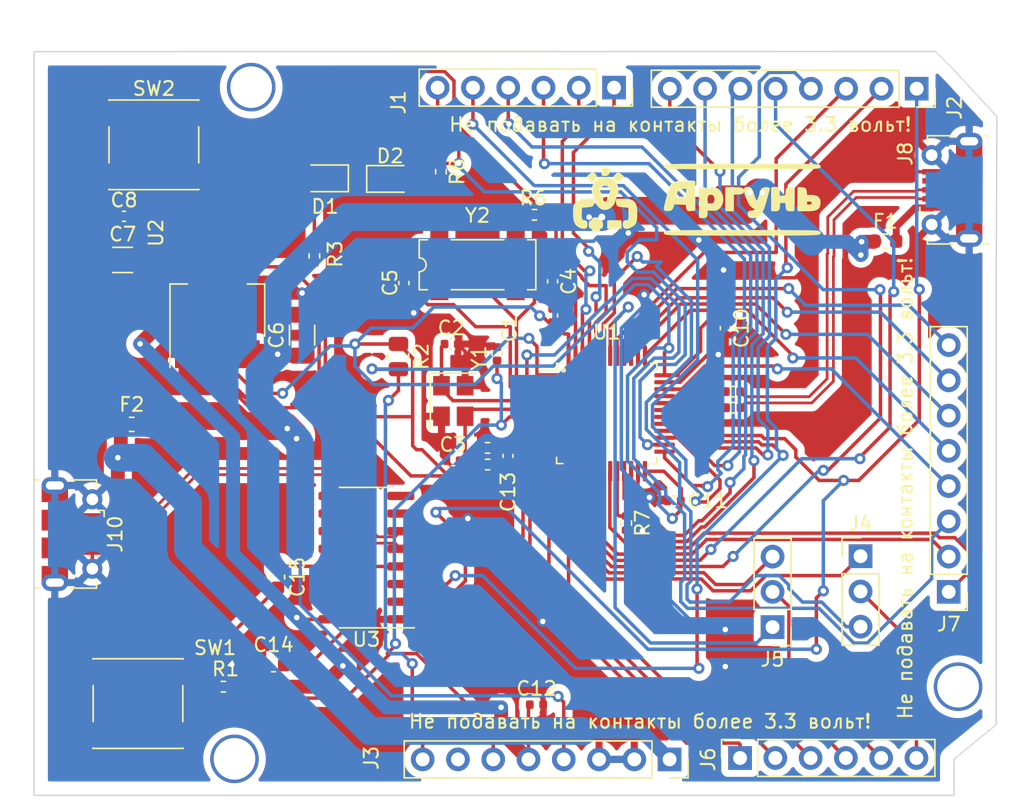
<source format=kicad_pcb>
(kicad_pcb (version 20211014) (generator pcbnew)
  (layers (0 "F.Cu" signal) (31 "B.Cu" signal) (34 "B.Paste" user) (35 "F.Paste" user) (36 "B.SilkS" user "B.Silkscreen") (37 "F.SilkS" user "F.Silkscreen") (38 "B.Mask" user) (39 "F.Mask" user) (44 "Edge.Cuts" user))
  (net 0 "")
  (net 1 "/rst")
  (net 2 "GND")
  (net 3 "/oscin")
  (net 4 "/oscout")
  (net 5 "/osc32in")
  (net 6 "/osc32out")
  (net 7 "+5V")
  (net 8 "+3V3")
  (net 9 "VDDA")
  (net 10 "VSSA")
  (net 11 "Net-(D1-Pad2)")
  (net 12 "/Vin")
  (net 13 "/pin8")
  (net 14 "/pin9")
  (net 15 "/psi1_ss")
  (net 16 "/spi1_mosi")
  (net 17 "/spi1_miso")
  (net 18 "/spi1_sck")
  (net 19 "/pin0")
  (net 20 "/pin1")
  (net 21 "/jtdi")
  (net 22 "/jtck")
  (net 23 "/jtms")
  (net 24 "/pin5")
  (net 25 "/pin6")
  (net 26 "/pin7")
  (net 27 "/a0")
  (net 28 "/a1")
  (net 29 "/a2")
  (net 30 "/a3")
  (net 31 "Net-(J3-Pad5)")
  (net 32 "Net-(J3-Pad6)")
  (net 33 "/a4")
  (net 34 "/sda0")
  (net 35 "/scl0")
  (net 36 "/a5")
  (net 37 "/pb1")
  (net 38 "/pb0")
  (net 39 "/pa7")
  (net 40 "/pa6")
  (net 41 "/pb5")
  (net 43 "/jtdo")
  (net 44 "/boot0")
  (net 45 "/boot1")
  (net 46 "/Vbat")
  (net 48 "/pc13")
  (net 49 "Net-(C14-Pad2)")
  (net 50 "Net-(C15-Pad1)")
  (net 59 "/jrst")
  (net 60 "Net-(D2-Pad2)")
  (net 61 "/USB+")
  (net 62 "/USB-")
  (net 63 "/usb-r-")
  (net 64 "/usb-r+")
  (net 65 "/uart+")
  (net 66 "/uart-")
  (net 67 "Net-(F1-Pad2)")
  (footprint "Resistor_SMD:R_0402_1005Metric" (layer "F.Cu") (at 235 75.439999 180)
    (fp_text reference "R4" hide)
    (fp_text value "22R")
  )
  (footprint "Connector_PinHeader_2.54mm:PinHeader_1x08_P2.54mm_Vertical" (layer "F.Cu") (at 250.53 89.868 180)
    (fp_text reference "J7")
    (fp_text value "extra pins")
  )
  (footprint "Resistor_SMD:R_0402_1005Metric" (layer "F.Cu") (at 217.325 79.493 180)
    (fp_text reference "FB2" hide)
    (fp_text value "CBW100505U601T" hide)
  )
  (footprint "Capacitor_SMD:C_0402_1005Metric" (layer "F.Cu") (at 214.705 72.013)
    (fp_text reference "C2")
    (fp_text value "8pF")
  )
  (footprint "Capacitor_SMD:C_0402_1005Metric" (layer "F.Cu") (at 220.845 97.993)
    (fp_text reference "C12")
    (fp_text value "100nF")
  )
  (footprint "Package_SO:SOIC-16_3.9x9.9mm_P1.27mm" (layer "F.Cu") (at 208.6 87.4 180)
    (fp_text reference "U3")
    (fp_text value "CH340C")
  )
  (footprint "Connector_PinSocket_2.54mm:PinSocket_1x08_P2.54mm_Vertical" (layer "F.Cu") (at 230.43 101.938 -90)
    (fp_text reference "J6")
    (fp_text value "powerline")
  )
  (footprint "Capacitor_SMD:C_0402_1005Metric" (layer "F.Cu") (at 222.005 67.493 -90)
    (fp_text reference "C4")
    (fp_text value "6pF")
  )
  (footprint "Capacitor_SMD:C_1206_3216Metric" (layer "F.Cu") (at 191.0465 65.9525)
    (fp_text reference "C7")
    (fp_text value "10uF")
  )
  (footprint "Capacitor_SMD:C_0402_1005Metric" (layer "F.Cu") (at 222.004992 69.952997 90)
    (fp_text reference "C9" hide)
    (fp_text value "100nF")
  )
  (footprint "Package_QFP:LQFP-48_7x7mm_P0.5mm" (layer "F.Cu") (at 225.905 77.013)
    (fp_text reference "U1")
    (fp_text value "gd32vf103cbt6")
  )
  (footprint "Fuse:Fuse_0603_1608Metric" (layer "F.Cu") (at 191.7 77.8)
    (fp_text reference "F2")
    (fp_text value "Fuse_Small")
  )
  (footprint "Capacitor_SMD:C_0402_1005Metric" (layer "F.Cu") (at 230.759 83.312 180)
    (fp_text reference "C11")
    (fp_text value "100nF")
  )
  (footprint "Capacitor_SMD:C_0402_1005Metric" (layer "F.Cu") (at 191.1465 62.8065)
    (fp_text reference "C8")
    (fp_text value "100nF")
  )
  (footprint "Connector_PinSocket_2.54mm:PinSocket_1x06_P2.54mm_Vertical" (layer "F.Cu") (at 226.43 53.538 -90)
    (fp_text reference "J1")
    (fp_text value "Conn_pin13:pin8")
  )
  (footprint "Capacitor_SMD:C_0402_1005Metric" (layer "F.Cu") (at 218.005 72.713 90)
    (fp_text reference "C1")
    (fp_text value "100nF")
  )
  (footprint "Resistor_SMD:R_0402_1005Metric" (layer "F.Cu") (at 204.851 65.661 90)
    (fp_text reference "R3")
    (fp_text value "2k")
  )
  (footprint "Connector_PinHeader_2.54mm:PinHeader_1x03_P2.54mm_Vertical" (layer "F.Cu") (at 244.18 87.298)
    (fp_text reference "J4")
    (fp_text value "selector_a5")
  )
  (footprint "Crystal:Crystal_SMD_SeikoEpson_MC306-4Pin_8.0x3.2mm" (layer "F.Cu") (at 216.6 66.3)
    (fp_text reference "Y2")
    (fp_text value "32Khz RTC")
  )
  (footprint "Fuse:Fuse_0603_1608Metric" (layer "F.Cu") (at 245.965 64.603)
    (fp_text reference "F1")
    (fp_text value "6V 2A")
  )
  (footprint "Connector_PinHeader_2.54mm:PinHeader_1x03_P2.54mm_Vertical" (layer "F.Cu") (at 237.845 92.408 180)
    (fp_text reference "J5")
    (fp_text value "selector_a4")
  )
  (footprint "Resistor_SMD:R_0402_1005Metric" (layer "F.Cu") (at 227.305 84.913 -90)
    (fp_text reference "R7")
    (fp_text value "10k")
  )
  (footprint "Button_Switch_SMD:SW_Push_1P1T_NO_6x6mm_H9.5mm" (layer "F.Cu") (at 192.151 97.917)
    (fp_text reference "SW1")
    (fp_text value "SW_Push_Dual 6x6 smd")
  )
  (footprint "Capacitor_SMD:C_1206_3216Metric" (layer "F.Cu") (at 203.966 71.374 90)
    (fp_text reference "C6")
    (fp_text value "10uF")
  )
  (footprint "Resistor_SMD:R_0805_2012Metric" (layer "F.Cu") (at 210.905 72.913 -90)
    (fp_text reference "R2")
    (fp_text value "R")
  )
  (footprint "Capacitor_SMD:C_0603_1608Metric" (layer "F.Cu") (at 202.2 88.8 -90)
    (fp_text reference "C15")
    (fp_text value "0.1uF")
  )
  (footprint "Connector_PinSocket_2.54mm:PinSocket_1x06_P2.54mm_Vertical" (layer "F.Cu") (at 235.505 101.838 90)
    (fp_text reference "J3")
    (fp_text value "analog5:0")
  )
  (footprint "Resistor_SMD:R_0402_1005Metric" (layer "F.Cu") (at 198.3 96.7)
    (fp_text reference "R1")
    (fp_text value "10k")
  )
  (footprint "Connector_USB:USB_Micro-B_Molex-105017-0001" (layer "F.Cu") (at 187.4 85.7 -90)
    (fp_text reference "J10")
    (fp_text value "USB-FS")
  )
  (footprint "Capacitor_SMD:C_0402_1005Metric" (layer "F.Cu") (at 214.835 80.413)
    (fp_text reference "C3")
    (fp_text value "8pF")
  )
  (footprint "Resistor_SMD:R_0402_1005Metric" (layer "F.Cu") (at 217.325 80.693 180)
    (fp_text reference "FB1" hide)
    (fp_text value "CBW100505U601T" hide)
  )
  (footprint "Resistor_SMD:R_0402_1005Metric" (layer "F.Cu") (at 235.019998 76.6)
    (fp_text reference "R5" hide)
    (fp_text value "22R")
  )
  (footprint "Connector_PinSocket_2.54mm:PinSocket_1x08_P2.54mm_Vertical" (layer "F.Cu") (at 248.225 53.613 -90)
    (fp_text reference "J2")
    (fp_text value "conn_pin7:pin0")
  )
  (footprint "Capacitor_SMD:C_0402_1005Metric" (layer "F.Cu") (at 211.3 67.613 -90)
    (fp_text reference "C5")
    (fp_text value "6pF")
  )
  (footprint "Connector_USB:USB_Micro-B_Molex-105017-0001" (layer "F.Cu") (at 250.765 60.903 90)
    (fp_text reference "J8")
    (fp_text value "USB-FS")
  )
  (footprint "Crystal:Crystal_SMD_3225-4Pin_3.2x2.5mm" (layer "F.Cu") (at 214.855 76.113 -90)
    (fp_text reference "Y1")
    (fp_text value "8Mhz")
  )
  (footprint "Button_Switch_SMD:SW_Push_1P1T_NO_6x6mm_H9.5mm" (layer "F.Cu") (at 193.294 57.658)
    (fp_text reference "SW2")
    (fp_text value "SW_Push_Dual 6x6 smd")
  )
  (footprint "Resistor_SMD:R_0402_1005Metric" (layer "F.Cu") (at 220.7 62.7 180)
    (fp_text reference "R6")
    (fp_text value "10k")
  )
  (footprint "Resistor_SMD:R_0402_1005Metric" (layer "F.Cu") (at 213.965 59.588 -90)
    (fp_text reference "R8")
    (fp_text value "2k")
  )
  (footprint "LED_SMD:LED_0805_2012Metric" (layer "F.Cu") (at 205.613 60.071 180)
    (fp_text reference "D1")
    (fp_text value "LED")
  )
  (footprint "Capacitor_SMD:C_0402_1005Metric" (layer "F.Cu") (at 234.442 70.866 -90)
    (fp_text reference "C10")
    (fp_text value "100nF")
  )
  (footprint "Package_TO_SOT_SMD:SOT-223-3_TabPin2" (layer "F.Cu") (at 197.866 69.596 90)
    (fp_text reference "U2")
    (fp_text value "AMS1117-3.3")
  )
  (footprint "Capacitor_SMD:C_0603_1608Metric" (layer "F.Cu") (at 201.905 95.113)
    (fp_text reference "C14")
    (fp_text value "0.1uF")
  )
  (footprint "Capacitor_SMD:C_0402_1005Metric" (layer "F.Cu") (at 218.795 80.073 90)
    (fp_text reference "C13")
    (fp_text value "100nF")
  )
  (footprint "LED_SMD:LED_0805_2012Metric" (layer "F.Cu") (at 210.305 60.113)
    (fp_text reference "D2")
    (fp_text value "LED")
  )
  (gr_poly (pts (xy 235.116902 60.814292) (xy 235.292868 60.821286) (xy 235.429448 60.829306) (xy 235.484503 60.834127) (xy 235.531551 60.839714) (xy 235.571207 60.84624) (xy 235.604084 60.853873) (xy 235.630796 60.862785) (xy 235.651955 60.873145) (xy 235.668176 60.885123) (xy 235.680073 60.898891) (xy 235.688257 60.914618) (xy 235.693344 60.932474) (xy 235.695946 60.952631) (xy 235.696677 60.975257) (xy 235.696513 60.986228) (xy 235.695994 60.996652) (xy 235.695084 61.006544) (xy 235.693744 61.015921) (xy 235.691937 61.024801) (xy 235.689623 61.033199) (xy 235.686766 61.041132) (xy 235.683328 61.048617) (xy 235.67927 61.05567) (xy 235.674555 61.062308) (xy 235.669144 61.068549) (xy 235.663001 61.074407) (xy 235.656086 61.079901) (xy 235.648362 61.085046) (xy 235.639791 61.089859) (xy 235.630335 61.094357) (xy 235.619956 61.098557) (xy 235.608616 61.102475) (xy 235.596277 61.106128) (xy 235.582902 61.109532) (xy 235.568452 61.112704) (xy 235.552889 61.115661) (xy 235.536176 61.118419) (xy 235.518275 61.120995) (xy 235.499147 61.123406) (xy 235.478755 61.125668) (xy 235.434027 61.129812) (xy 235.383786 61.13356) (xy 235.327729 61.137046) (xy 234.958779 61.158347) (xy 234.958779 62.345694) (xy 234.537123 62.345694) (xy 234.537123 60.793891)) (layer "F.SilkS") (width 0.2) (fill solid))
  (gr_poly (pts (xy 238.086809 60.799953) (xy 238.11838 60.80084) (xy 238.145911 60.80283) (xy 238.158247 60.804371) (xy 238.169677 60.806345) (xy 238.180234 60.808804) (xy 238.189953 60.811802) (xy 238.19887 60.81539) (xy 238.207017 60.819621) (xy 238.214431 60.824548) (xy 238.221145 60.830223) (xy 238.227195 60.836698) (xy 238.232613 60.844026) (xy 238.237436 60.852258) (xy 238.241697 60.861449) (xy 238.245432 60.87165) (xy 238.248674 60.882913) (xy 238.251458 60.895291) (xy 238.253819 60.908836) (xy 238.255792 60.923602) (xy 238.25741 60.939639) (xy 238.259721 60.975741) (xy 238.26103 61.01756) (xy 238.261613 61.065518) (xy 238.261746 61.120032) (xy 238.261746 61.440314) (xy 238.560418 61.418708) (xy 238.658632 61.410962) (xy 238.6985 61.406633) (xy 238.732826 61.401385) (xy 238.748055 61.398271) (xy 238.762072 61.394754) (xy 238.774934 61.390775) (xy 238.7867 61.386279) (xy 238.797426 61.381205) (xy 238.807172 61.375497) (xy 238.815994 61.369097) (xy 238.82395 61.361947) (xy 238.831099 61.353989) (xy 238.837498 61.345166) (xy 238.843205 61.33542) (xy 238.848277 61.324693) (xy 238.852773 61.312927) (xy 238.85675 61.300065) (xy 238.860266 61.286048) (xy 238.863379 61.270819) (xy 238.868626 61.236495) (xy 238.872953 61.196629) (xy 238.8807 61.098426) (xy 238.884471 61.049125) (xy 238.888393 61.005544) (xy 238.892733 60.96733) (xy 238.897759 60.934135) (xy 238.903739 60.905609) (xy 238.90717 60.892986) (xy 238.91094 60.8814) (xy 238.915083 60.870805) (xy 238.919631 60.861158) (xy 238.924619 60.852416) (xy 238.93008 60.844535) (xy 238.936047 60.83747) (xy 238.942554 60.831178) (xy 238.949635 60.825616) (xy 238.957322 60.820739) (xy 238.96565 60.816504) (xy 238.974651 60.812867) (xy 238.98436 60.809784) (xy 238.99481 60.807211) (xy 239.018065 60.803422) (xy 239.044685 60.801148) (xy 239.074939 60.800041) (xy 239.109093 60.79975) (xy 239.31588 60.79975) (xy 239.31588 62.345832) (xy 239.109093 62.345832) (xy 239.074939 62.34554) (xy 239.044685 62.344432) (xy 239.018063 62.342158) (xy 239.006031 62.340474) (xy 238.994807 62.338367) (xy 238.984357 62.335793) (xy 238.974647 62.332709) (xy 238.965645 62.329071) (xy 238.957317 62.324835) (xy 238.949629 62.319957) (xy 238.942548 62.314394) (xy 238.936041 62.308101) (xy 238.930073 62.301036) (xy 238.924612 62.293154) (xy 238.919623 62.284411) (xy 238.915075 62.274764) (xy 238.910932 62.264169) (xy 238.907161 62.252582) (xy 238.90373 62.23996) (xy 238.900604 62.226258) (xy 238.897751 62.211434) (xy 238.892726 62.17824) (xy 238.888388 62.14003) (xy 238.884468 62.096452) (xy 238.8807 62.047156) (xy 238.873003 61.948763) (xy 238.868788 61.908933) (xy 238.863741 61.874768) (xy 238.860767 61.859674) (xy 238.857421 61.845833) (xy 238.853647 61.833192) (xy 238.849389 61.821695) (xy 238.844593 61.811288) (xy 238.839204 61.801917) (xy 238.833166 61.793528) (xy 238.826425 61.786067) (xy 238.818926 61.779478) (xy 238.810613 61.773709) (xy 238.801431 61.768703) (xy 238.791326 61.764408) (xy 238.780242 61.760769) (xy 238.768125 61.757731) (xy 238.754918 61.75524) (xy 238.740568 61.753242) (xy 238.708216 61.750507) (xy 238.670629 61.749092) (xy 238.577984 61.748481) (xy 238.485337 61.749102) (xy 238.447748 61.750529) (xy 238.415395 61.753278) (xy 238.401045 61.755284) (xy 238.387839 61.757783) (xy 238.375721 61.760829) (xy 238.364637 61.764477) (xy 238.354532 61.76878) (xy 238.345351 61.773793) (xy 238.337038 61.779569) (xy 238.329538 61.786164) (xy 238.322798 61.793631) (xy 238.31676 61.802025) (xy 238.311372 61.811399) (xy 238.306576 61.821809) (xy 238.302319 61.833307) (xy 238.298545 61.845948) (xy 238.295199 61.859787) (xy 238.292227 61.874877) (xy 238.287181 61.909029) (xy 238.282967 61.948837) (xy 238.275273 62.047156) (xy 238.271506 62.096459) (xy 238.267588 62.140043) (xy 238.263251 62.178257) (xy 238.258227 62.211453) (xy 238.252248 62.23998) (xy 238.248816 62.252603) (xy 238.245046 62.264189) (xy 238.240903 62.274784) (xy 238.236354 62.28443) (xy 238.231366 62.293172) (xy 238.225904 62.301053) (xy 238.219936 62.308117) (xy 238.213428 62.314409) (xy 238.206347 62.319971) (xy 238.198659 62.324847) (xy 238.19033 62.329082) (xy 238.181328 62.332718) (xy 238.171618 62.335801) (xy 238.161168 62.338373) (xy 238.13791 62.342162) (xy 238.111289 62.344434) (xy 238.081034 62.345541) (xy 238.046879 62.345832) (xy 237.840092 62.345832) (xy 237.840092 60.79975) (xy 238.050919 60.79975)) (layer "F.SilkS") (width 0.2) (fill solid))
  (gr_poly (pts (xy 226.752276 59.765252) (xy 226.759387 59.766341) (xy 226.766569 59.767974) (xy 226.77385 59.770147) (xy 226.781257 59.772857) (xy 226.788818 59.776101) (xy 226.796562 59.779875) (xy 226.804514 59.784176) (xy 226.821157 59.794347) (xy 226.838968 59.806586) (xy 226.858168 59.820868) (xy 226.908711 59.859387) (xy 226.954433 59.893844) (xy 226.990311 59.920484) (xy 227.011321 59.935553) (xy 227.014087 59.938696) (xy 227.015244 59.943206) (xy 227.014879 59.948986) (xy 227.013081 59.95594) (xy 227.009936 59.963972) (xy 227.005533 59.972986) (xy 226.993302 59.993575) (xy 226.977089 60.016937) (xy 226.957595 60.042305) (xy 226.935521 60.068907) (xy 226.911569 60.095975) (xy 226.886441 60.122739) (xy 226.860837 60.148431) (xy 226.835459 60.172281) (xy 226.811008 60.19352) (xy 226.788186 60.211378) (xy 226.767694 60.225086) (xy 226.75854 60.230143) (xy 226.750233 60.233875) (xy 226.742858 60.236184) (xy 226.736504 60.236976) (xy 226.733866 60.236807) (xy 226.730958 60.236306) (xy 226.727792 60.235481) (xy 226.724378 60.23434) (xy 226.716848 60.231145) (xy 226.708454 60.226787) (xy 226.699279 60.221331) (xy 226.68941 60.214845) (xy 226.67893 60.207394) (xy 226.667925 60.199044) (xy 226.656479 60.189862) (xy 226.644677 60.179914) (xy 226.632604 60.169266) (xy 226.620344 60.157983) (xy 226.607983 60.146134) (xy 226.595605 60.133783) (xy 226.583294 60.120996) (xy 226.571137 60.10784) (xy 226.571135 60.10784) (xy 226.551929 60.086352) (xy 226.535349 60.06701) (xy 226.521421 60.049512) (xy 226.51546 60.041359) (xy 226.510172 60.033554) (xy 226.505561 60.026059) (xy 226.50163 60.018836) (xy 226.498383 60.011847) (xy 226.495822 60.005053) (xy 226.493951 59.998419) (xy 226.492775 59.991905) (xy 226.492295 59.985473) (xy 226.492515 59.979087) (xy 226.49344 59.972708) (xy 226.495071 59.966298) (xy 226.497413 59.959819) (xy 226.500469 59.953235) (xy 226.504242 59.946506) (xy 226.508737 59.939595) (xy 226.513955 59.932465) (xy 226.519901 59.925077) (xy 226.526577 59.917394) (xy 226.533988 59.909377) (xy 226.551027 59.892193) (xy 226.571044 59.873223) (xy 226.594065 59.852164) (xy 226.6156 59.833053) (xy 226.635435 59.816351) (xy 226.65379 59.802033) (xy 226.662482 59.79576) (xy 226.670887 59.790072) (xy 226.679032 59.784968) (xy 226.686945 59.780442) (xy 226.694654 59.776493) (xy 226.702186 59.773117) (xy 226.709569 59.770311) (xy 226.71683 59.768071) (xy 226.723997 59.766394) (xy 226.731098 59.765277) (xy 226.73816 59.764716) (xy 226.74521 59.764709)) (layer "F.SilkS") (width 0.2) (fill solid))
  (gr_poly (pts (xy 225.145688 62.978537) (xy 225.16957 62.979771) (xy 225.191806 62.981828) (xy 225.212394 62.984708) (xy 225.231336 62.988411) (xy 225.24863 62.992938) (xy 225.264278 62.998288) (xy 225.278278 63.004462) (xy 225.290631 63.01146) (xy 225.301337 63.019283) (xy 225.306072 63.023503) (xy 225.310396 63.027929) (xy 225.314308 63.032562) (xy 225.317808 63.0374) (xy 225.320896 63.042445) (xy 225.323573 63.047696) (xy 225.325838 63.053153) (xy 225.327691 63.058817) (xy 225.329132 63.064686) (xy 225.330161 63.070762) (xy 225.330779 63.077045) (xy 225.330985 63.083533) (xy 225.331123 63.088938) (xy 225.331532 63.094275) (xy 225.332205 63.099536) (xy 225.333136 63.104715) (xy 225.334319 63.109805) (xy 225.335745 63.114799) (xy 225.337409 63.119691) (xy 225.339303 63.124474) (xy 225.341421 63.12914) (xy 225.343757 63.133684) (xy 225.346303 63.138099) (xy 225.349052 63.142377) (xy 225.351998 63.146513) (xy 225.355135 63.150499) (xy 225.358455 63.154328) (xy 225.361951 63.157994) (xy 225.365618 63.16149) (xy 225.369447 63.16481) (xy 225.373433 63.167946) (xy 225.377568 63.170892) (xy 225.381846 63.173641) (xy 225.38626 63.176187) (xy 225.390804 63.178522) (xy 225.39547 63.18064) (xy 225.400251 63.182534) (xy 225.405142 63.184197) (xy 225.410135 63.185623) (xy 225.415224 63.186805) (xy 225.420401 63.187736) (xy 225.425661 63.188409) (xy 225.430995 63.188818) (xy 225.436398 63.188956) (xy 225.442884 63.189162) (xy 225.449164 63.18978) (xy 225.455238 63.19081) (xy 225.461106 63.192251) (xy 225.466768 63.194105) (xy 225.472224 63.19637) (xy 225.477474 63.199047) (xy 225.482518 63.202136) (xy 225.487357 63.205637) (xy 225.491989 63.209549) (xy 225.496416 63.213874) (xy 225.500636 63.21861) (xy 225.504651 63.223757) (xy 225.50846 63.229317) (xy 225.512063 63.235288) (xy 225.51546 63.241671) (xy 225.518651 63.248466) (xy 225.521636 63.255673) (xy 225.524416 63.263291) (xy 225.526989 63.271321) (xy 225.529357 63.279762) (xy 225.531518 63.288616) (xy 225.533474 63.297881) (xy 225.535224 63.307557) (xy 225.536768 63.317645) (xy 225.538106 63.328145) (xy 225.539238 63.339056) (xy 225.540165 63.350379) (xy 225.540885 63.362114) (xy 225.5414 63.37426) (xy 225.541709 63.386818) (xy 225.541812 63.399787) (xy 225.5414 63.425316) (xy 225.540164 63.449198) (xy 225.538106 63.471433) (xy 225.535223 63.492021) (xy 225.531517 63.510961) (xy 225.526987 63.528255) (xy 225.521634 63.543901) (xy 225.515458 63.5579) (xy 225.508458 63.570253) (xy 225.500634 63.580958) (xy 225.496413 63.585693) (xy 225.491987 63.590016) (xy 225.487354 63.593927) (xy 225.482516 63.597427) (xy 225.477472 63.600515) (xy 225.472222 63.603191) (xy 225.466766 63.605456) (xy 225.461104 63.607309) (xy 225.455236 63.60875) (xy 225.449163 63.609779) (xy 225.442883 63.610396) (xy 225.436398 63.610602) (xy 225.430995 63.61074) (xy 225.42566 63.611149) (xy 225.4204 63.611822) (xy 225.415222 63.612752) (xy 225.410133 63.613933) (xy 225.40514 63.615359) (xy 225.400249 63.617021) (xy 225.395467 63.618914) (xy 225.390801 63.621031) (xy 225.386258 63.623365) (xy 225.381843 63.62591) (xy 225.377565 63.628658) (xy 225.37343 63.631603) (xy 225.369445 63.634739) (xy 225.365615 63.638057) (xy 225.361949 63.641553) (xy 225.358453 63.645218) (xy 225.355133 63.649047) (xy 225.351997 63.653033) (xy 225.349051 63.657168) (xy 225.346301 63.661446) (xy 225.343756 63.665861) (xy 225.34142 63.670405) (xy 225.339302 63.675072) (xy 225.337408 63.679855) (xy 225.335744 63.684748) (xy 225.334318 63.689743) (xy 225.333136 63.694835) (xy 225.332205 63.700015) (xy 225.331532 63.705278) (xy 225.331123 63.710617) (xy 225.330985 63.716025) (xy 225.330779 63.722513) (xy 225.330161 63.728794) (xy 225.329132 63.734869) (xy 225.32769 63.740738) (xy 225.325837 63.7464) (xy 225.323572 63.751857) (xy 225.320896 63.757107) (xy 225.317807 63.762152) (xy 225.314307 63.76699) (xy 225.310395 63.771623) (xy 225.306072 63.776049) (xy 225.301336 63.780269) (xy 225.296189 63.784284) (xy 225.29063 63.788092) (xy 225.284659 63.791694) (xy 225.278276 63.795091) (xy 225.271482 63.798281) (xy 225.264276 63.801266) (xy 225.256658 63.804044) (xy 225.248629 63.806617) (xy 225.240187 63.808984) (xy 225.231334 63.811144) (xy 225.222069 63.813099) (xy 225.212393 63.814849) (xy 225.202304 63.816392) (xy 225.191804 63.817729) (xy 225.180893 63.818861) (xy 225.169569 63.819787) (xy 225.157834 63.820507) (xy 225.145687 63.821022) (xy 225.133128 63.82133) (xy 225.120158 63.821433) (xy 225.094628 63.821022) (xy 225.070745 63.819788) (xy 225.048509 63.817731) (xy 225.02792 63.814851) (xy 225.008979 63.811147) (xy 224.991684 63.806621) (xy 224.976037 63.80127) (xy 224.962036 63.795096) (xy 224.949683 63.788098) (xy 224.938977 63.780276) (xy 224.934241 63.776056) (xy 224.929918 63.771629) (xy 224.926006 63.766997) (xy 224.922506 63.762158) (xy 224.919418 63.757114) (xy 224.916741 63.751863) (xy 224.914476 63.746405) (xy 224.912623 63.740742) (xy 224.911182 63.734872) (xy 224.910153 63.728796) (xy 224.909535 63.722514) (xy 224.909329 63.716025) (xy 224.909191 63.71062) (xy 224.908782 63.705283) (xy 224.908109 63.700022) (xy 224.907177 63.694843) (xy 224.905995 63.689753) (xy 224.904569 63.684759) (xy 224.902905 63.679867) (xy 224.901011 63.675085) (xy 224.898892 63.670418) (xy 224.896557 63.665874) (xy 224.894011 63.661459) (xy 224.891262 63.657181) (xy 224.888315 63.653046) (xy 224.885179 63.64906) (xy 224.881859 63.64523) (xy 224.878363 63.641564) (xy 224.874696 63.638068) (xy 224.870867 63.634748) (xy 224.866881 63.631612) (xy 224.862746 63.628666) (xy 224.858468 63.625917) (xy 224.854054 63.623372) (xy 224.84951 63.621037) (xy 224.844844 63.618919) (xy 224.840062 63.617025) (xy 224.835172 63.615361) (xy 224.830179 63.613935) (xy 224.82509 63.612753) (xy 224.819913 63.611822) (xy 224.814653 63.611149) (xy 224.809319 63.61074) (xy 224.803916 63.610602) (xy 224.79743 63.610396) (xy 224.79115 63.609779) (xy 224.785076 63.608749) (xy 224.779208 63.607307) (xy 224.773546 63.605454) (xy 224.76809 63.603189) (xy 224.76284 63.600512) (xy 224.757795 63.597423) (xy 224.752957 63.593922) (xy 224.748325 63.59001) (xy 224.743898 63.585686) (xy 224.739677 63.58095) (xy 224.735663 63.575802) (xy 224.731854 63.570243) (xy 224.728251 63.564272) (xy 224.724854 63.557889) (xy 224.721663 63.551094) (xy 224.718678 63.543888) (xy 224.715898 63.536271) (xy 224.713325 63.528241) (xy 224.710957 63.5198) (xy 224.708796 63.510948) (xy 224.70684 63.501684) (xy 224.70509 63.492008) (xy 224.703546 63.481921) (xy 224.702208 63.471422) (xy 224.701075 63.460511) (xy 224.700149 63.449189) (xy 224.699429 63.437456) (xy 224.698914 63.425311) (xy 224.698605 63.412755) (xy 224.698502 63.399787) (xy 224.698914 63.374255) (xy 224.700149 63.350371) (xy 224.702208 63.328134) (xy 224.705091 63.307544) (xy 224.708797 63.288602) (xy 224.713326 63.271307) (xy 224.718679 63.25566) (xy 224.724856 63.24166) (xy 224.731856 63.229307) (xy 224.73968 63.218602) (xy 224.743901 63.213866) (xy 224.748327 63.209543) (xy 224.752959 63.205631) (xy 224.757798 63.202132) (xy 224.762842 63.199044) (xy 224.768092 63.196367) (xy 224.773548 63.194103) (xy 224.77921 63.19225) (xy 224.785077 63.190809) (xy 224.791151 63.18978) (xy 224.79743 63.189162) (xy 224.803916 63.188956) (xy 224.809319 63.188818) (xy 224.814654 63.18841) (xy 224.819914 63.187737) (xy 224.825092 63.186806) (xy 224.83018 63.185625) (xy 224.835174 63.1842) (xy 224.840065 63.182537) (xy 224.844847 63.180644) (xy 224.849513 63.178527) (xy 224.854056 63.176193) (xy 224.85847 63.173649) (xy 224.862748 63.1709) (xy 224.866884 63.167955) (xy 224.870869 63.16482) (xy 224.874699 63.161501) (xy 224.878365 63.158006) (xy 224.881861 63.15434) (xy 224.885181 63.150511) (xy 224.888317 63.146526) (xy 224.891263 63.142391) (xy 224.894012 63.138113) (xy 224.896558 63.133698) (xy 224.898893 63.129154) (xy 224.901012 63.124487) (xy 224.902906 63.119703) (xy 224.904569 63.114811) (xy 224.905996 63.109815) (xy 224.907178 63.104724) (xy 224.908109 63.099543) (xy 224.908782 63.09428) (xy 224.909191 63.088941) (xy 224.909329 63.083533) (xy 224.909535 63.077046) (xy 224.910153 63.070765) (xy 224.911182 63.06469) (xy 224.912623 63.058821) (xy 224.914476 63.053158) (xy 224.916741 63.047702) (xy 224.919418 63.042451) (xy 224.922506 63.037407) (xy 224.926007 63.032568) (xy 224.929919 63.027936) (xy 224.934242 63.02351) (xy 224.938978 63.019289) (xy 224.944125 63.015275) (xy 224.949684 63.011467) (xy 224.955655 63.007864) (xy 224.962038 63.004468) (xy 224.968832 63.001277) (xy 224.976038 62.998293) (xy 224.983656 62.995514) (xy 224.991686 62.992942) (xy 225.000127 62.990575) (xy 225.00898 62.988414) (xy 225.018245 62.986459) (xy 225.027922 62.98471) (xy 225.03801 62.983167) (xy 225.04851 62.981829) (xy 225.059422 62.980697) (xy 225.070746 62.979771) (xy 225.082481 62.979051) (xy 225.094628 62.978537) (xy 225.107187 62.978228) (xy 225.120158 62.978126)) (layer "F.SilkS") (width 0.2) (fill solid))
  (gr_poly (pts (xy 225.861881 59.393931) (xy 225.892298 59.39485) (xy 225.91903 59.396622) (xy 225.942275 59.399445) (xy 225.952651 59.401312) (xy 225.962228 59.403515) (xy 225.971033 59.406079) (xy 225.979088 59.409029) (xy 225.98642 59.412389) (xy 225.993051 59.416184) (xy 225.999008 59.420439) (xy 226.004314 59.425177) (xy 226.008994 59.430425) (xy 226.013074 59.436206) (xy 226.016576 59.442544) (xy 226.019527 59.449465) (xy 226.02195 59.456994) (xy 226.023871 59.465154) (xy 226.025313 59.473971) (xy 226.026302 59.483468) (xy 226.026862 59.493672) (xy 226.027018 59.504605) (xy 226.026215 59.528762) (xy 226.02409 59.556135) (xy 226.02084 59.586921) (xy 226.017211 59.614164) (xy 226.012794 59.639045) (xy 226.007478 59.661678) (xy 226.004447 59.672186) (xy 226.00115 59.682174) (xy 225.997571 59.691655) (xy 225.993697 59.700645) (xy 225.989514 59.709157) (xy 225.985008 59.717205) (xy 225.980164 59.724803) (xy 225.974969 59.731966) (xy 225.969409 59.738707) (xy 225.963469 59.74504) (xy 225.957135 59.750979) (xy 225.950394 59.75654) (xy 225.943231 59.761734) (xy 225.935633 59.766577) (xy 225.927584 59.771083) (xy 225.919072 59.775266) (xy 225.910082 59.779139) (xy 225.9006 59.782718) (xy 225.890612 59.786015) (xy 225.880104 59.789045) (xy 225.857471 59.79436) (xy 225.832589 59.798776) (xy 225.805346 59.802405) (xy 225.77456 59.805658) (xy 225.747186 59.807783) (xy 225.72303 59.808583) (xy 225.712096 59.808426) (xy 225.701892 59.807864) (xy 225.692394 59.806872) (xy 225.683577 59.805427) (xy 225.675417 59.803504) (xy 225.667888 59.801078) (xy 225.660967 59.798124) (xy 225.654628 59.794618) (xy 225.648847 59.790536) (xy 225.643599 59.785853) (xy 225.638861 59.780545) (xy 225.634606 59.774586) (xy 225.630811 59.767952) (xy 225.62745 59.76062) (xy 225.6245 59.752563) (xy 225.621936 59.743759) (xy 225.619732 59.734181) (xy 225.617865 59.723806) (xy 225.61631 59.712609) (xy 225.615042 59.700565) (xy 225.61327 59.673841) (xy 225.61235 59.643435) (xy 225.612088 59.609161) (xy 225.612381 59.574838) (xy 225.613406 59.544314) (xy 225.615382 59.517377) (xy 225.61853 59.493807) (xy 225.620612 59.483216) (xy 225.623069 59.473384) (xy 225.625929 59.464284) (xy 225.629218 59.455889) (xy 225.632965 59.448171) (xy 225.637197 59.441103) (xy 225.641942 59.434657) (xy 225.647226 59.428805) (xy 225.653077 59.423521) (xy 225.659523 59.418777) (xy 225.666592 59.414545) (xy 225.674309 59.410798) (xy 225.682704 59.407508) (xy 225.691804 59.404649) (xy 225.701635 59.402192) (xy 225.712226 59.40011) (xy 225.735795 59.396962) (xy 225.762731 59.394986) (xy 225.793254 59.393961) (xy 225.827582 59.393668)) (layer "F.SilkS") (width 0.2) (fill solid))
  (gr_poly (pts (xy 233.553277 60.798913) (xy 233.604475 60.80569) (xy 233.655249 60.816587) (xy 233.705379 60.831567) (xy 233.754646 60.850592) (xy 233.802829 60.873623) (xy 233.849708 60.900621) (xy 233.895063 60.93155) (xy 233.938675 60.966369) (xy 233.980322 61.005042) (xy 234.005533 61.031742) (xy 234.029217 61.059843) (xy 234.051372 61.089254) (xy 234.071996 61.119887) (xy 234.091085 61.151654) (xy 234.108637 61.184465) (xy 234.124649 61.218232) (xy 234.139117 61.252867) (xy 234.15204 61.288279) (xy 234.163414 61.324381) (xy 234.173236 61.361084) (xy 234.181504 61.398299) (xy 234.193365 61.473909) (xy 234.198974 61.550502) (xy 234.198307 61.627367) (xy 234.191342 61.703793) (xy 234.185491 61.74162) (xy 234.178056 61.779072) (xy 234.169036 61.816058) (xy 234.158427 61.852491) (xy 234.146226 61.888282) (xy 234.132431 61.923342) (xy 234.117038 61.957582) (xy 234.100045 61.990914) (xy 234.081449 62.023248) (xy 234.061246 62.054497) (xy 234.039435 62.08457) (xy 234.016013 62.113379) (xy 233.988891 62.144169) (xy 233.963154 62.17162) (xy 233.950641 62.184151) (xy 233.938277 62.195915) (xy 233.925997 62.206935) (xy 233.913734 62.217234) (xy 233.901424 62.226834) (xy 233.888999 62.235758) (xy 233.876395 62.244029) (xy 233.863546 62.251669) (xy 233.850386 62.258701) (xy 233.836849 62.265147) (xy 233.822869 62.271031) (xy 233.808382 62.276374) (xy 233.79332 62.281199) (xy 233.777618 62.28553) (xy 233.761212 62.289387) (xy 233.744033 62.292796) (xy 233.726018 62.295777) (xy 233.7071 62.298353) (xy 233.687214 62.300548) (xy 233.666294 62.302383) (xy 233.621087 62.305066) (xy 233.570954 62.306584) (xy 233.51537 62.307116) (xy 233.453808 62.306846) (xy 233.061328 62.302848) (xy 233.061328 62.57009) (xy 233.061127 62.614308) (xy 233.06036 62.653381) (xy 233.058777 62.687627) (xy 233.056128 62.717361) (xy 233.052165 62.742899) (xy 233.049612 62.754193) (xy 233.046637 62.764558) (xy 233.043209 62.774031) (xy 233.039296 62.782653) (xy 233.034868 62.790463) (xy 233.029893 62.797501) (xy 233.02434 62.803807) (xy 233.018178 62.809419) (xy 233.011376 62.814377) (xy 233.003902 62.818722) (xy 232.995725 62.822491) (xy 232.986815 62.825726) (xy 232.97714 62.828465) (xy 232.966669 62.830747) (xy 232.943213 62.834103) (xy 232.9162 62.836108) (xy 232.885379 62.837079) (xy 232.850501 62.837333) (xy 232.639672 62.837333) (xy 232.639674 61.81858) (xy 232.639674 61.604651) (xy 233.061329 61.604651) (xy 233.061804 61.66906) (xy 233.063463 61.726228) (xy 233.06666 61.776538) (xy 233.071748 61.820371) (xy 233.075112 61.839978) (xy 233.079081 61.858109) (xy 233.083699 61.874811) (xy 233.089011 61.890133) (xy 233.095061 61.904121) (xy 233.101893 61.916824) (xy 233.109551 61.92829) (xy 233.118079 61.938565) (xy 233.127521 61.947698) (xy 233.137922 61.955737) (xy 233.149326 61.962728) (xy 233.161777 61.968721) (xy 233.175318 61.973762) (xy 233.189995 61.977899) (xy 233.205852 61.981179) (xy 233.222932 61.983652) (xy 233.241279 61.985363) (xy 233.260938 61.986362) (xy 233.30437 61.98641) (xy 233.353578 61.984178) (xy 233.408917 61.980048) (xy 233.4444 61.976588) (xy 233.476922 61.972384) (xy 233.506666 61.967313) (xy 233.533814 61.96125) (xy 233.558549 61.954071) (xy 233.581054 61.945651) (xy 233.591527 61.940937) (xy 233.601512 61.935866) (xy 233.61103 61.930423) (xy 233.620106 61.924592) (xy 233.62876 61.918358) (xy 233.637018 61.911705) (xy 233.6449 61.904617) (xy 233.652431 61.897079) (xy 233.659632 61.889076) (xy 233.666528 61.880592) (xy 233.679492 61.862119) (xy 233.691505 61.841535) (xy 233.70275 61.818716) (xy 233.713411 61.793538) (xy 233.72367 61.765876) (xy 233.732605 61.738471) (xy 233.740237 61.711176) (xy 233.746586 61.684035) (xy 233.751671 61.657091) (xy 233.755512 61.630391) (xy 233.758128 61.603977) (xy 233.759538 61.577895) (xy 233.759762 61.552188) (xy 233.758819 61.526902) (xy 233.75673 61.50208) (xy 233.753512 61.477768) (xy 233.749186 61.454009) (xy 233.743771 61.430847) (xy 233.737287 61.408329) (xy 233.729753 61.386496) (xy 233.721189 61.365395) (xy 233.711613 61.34507) (xy 233.701046 61.325565) (xy 233.689506 61.306924) (xy 233.677014 61.289191) (xy 233.663589 61.272412) (xy 233.649249 61.256631) (xy 233.634016 61.241892) (xy 233.617907 61.228239) (xy 233.600943 61.215717) (xy 233.583143 61.20437) (xy 233.564526 61.194243) (xy 233.545112 61.18538) (xy 233.52492 61.177826) (xy 233.503971 61.171625) (xy 233.482282 61.166821) (xy 233.459874 61.163459) (xy 233.434019 61.1609) (xy 233.409111 61.159302) (xy 233.385144 61.158676) (xy 233.362107 61.159031) (xy 233.339994 61.160375) (xy 233.318795 61.162718) (xy 233.298502 61.166069) (xy 233.279107 61.170438) (xy 233.260602 61.175834) (xy 233.242978 61.182266) (xy 233.226227 61.189743) (xy 233.210341 61.198274) (xy 233.195311 61.20787) (xy 233.181128 61.218539) (xy 233.167785 61.23029) (xy 233.155274 61.243133) (xy 233.143585 61.257076) (xy 233.132711 61.27213) (xy 233.122643 61.288304) (xy 233.113373 61.305606) (xy 233.104892 61.324046) (xy 233.097193 61.343634) (xy 233.090266 61.364378) (xy 233.084104 61.386288) (xy 233.078698 61.409373) (xy 233.07404 61.433643) (xy 233.070122 61.459106) (xy 233.066934 61.485772) (xy 233.06447 61.51365) (xy 233.06272 61.54275) (xy 233.061329 61.604651) (xy 232.639674 61.604651) (xy 232.639674 60.799582) (xy 232.811215 60.799582) (xy 232.828916 60.799948) (xy 232.846564 60.80102) (xy 232.864048 60.802763) (xy 232.881259 60.805141) (xy 232.898086 60.808117) (xy 232.914419 60.811656) (xy 232.930148 60.815722) (xy 232.945161 60.820279) (xy 232.95935 60.82529) (xy 232.972603 60.830721) (xy 232.984811 60.836533) (xy 232.995863 60.842693) (xy 233.005649 60.849163) (xy 233.014059 60.855908) (xy 233.020982 60.862892) (xy 233.026309 60.870078) (xy 233.029123 60.874356) (xy 233.032107 60.878358) (xy 233.035261 60.882084) (xy 233.038585 60.885534) (xy 233.04208 60.888708) (xy 233.045746 60.891606) (xy 233.049582 60.894228) (xy 233.05359 60.896574) (xy 233.057768 60.898644) (xy 233.062118 60.900438) (xy 233.06664 60.901956) (xy 233.071333 60.903198) (xy 233.076199 60.904164) (xy 233.081236 60.904854) (xy 233.086445 60.905268) (xy 233.091827 60.905406) (xy 233.097382 60.905268) (xy 233.103109 60.904854) (xy 233.109009 60.904164) (xy 233.115083 60.903198) (xy 233.121329 60.901956) (xy 233.127749 60.900438) (xy 233.134343 60.898644) (xy 233.14111 60.896574) (xy 233.148052 60.894228) (xy 233.155167 60.891606) (xy 233.162457 60.888708) (xy 233.169921 60.885534) (xy 233.17756 60.882084) (xy 233.185374 60.878358) (xy 233.201527 60.870078) (xy 233.225373 60.857956) (xy 233.249526 60.846937) (xy 233.298642 60.828184) (xy 233.348656 60.813782) (xy 233.399346 60.803692) (xy 233.450493 60.797876) (xy 233.501877 60.796296)) (layer "F.SilkS") (width 0.2) (fill solid))
  (gr_circle (center 222.8 73.9) (end 222.8 73.8) (layer "F.SilkS") (width 0.15) (fill none))
  (gr_poly (pts (xy 238.591166 59.11599) (xy 240.270466 59.130473) (xy 240.74556 59.143844) (xy 241.033252 59.162357) (xy 241.175268 59.186804) (xy 241.204687 59.201501) (xy 241.213334 59.217978) (xy 241.211281 59.226446) (xy 241.204687 59.234456) (xy 241.1929 59.242021) (xy 241.175268 59.249153) (xy 241.151139 59.255865) (xy 241.119861 59.262169) (xy 241.080783 59.268077) (xy 241.033252 59.273602) (xy 240.910224 59.283552) (xy 240.74556 59.292118) (xy 240.534046 59.299398) (xy 240.270466 59.305491) (xy 239.949604 59.310497) (xy 239.566243 59.314515) (xy 238.591166 59.31998) (xy 237.303507 59.322678) (xy 235.66154 59.323401) (xy 232.731913 59.319982) (xy 231.052611 59.305497) (xy 230.577517 59.292125) (xy 230.289826 59.273609) (xy 230.14781 59.249158) (xy 230.118391 59.234458) (xy 230.109744 59.217978) (xy 230.111797 59.209511) (xy 230.118391 59.201501) (xy 230.130178 59.193936) (xy 230.14781 59.186804) (xy 230.171938 59.180093) (xy 230.203216 59.173789) (xy 230.242294 59.167881) (xy 230.289826 59.162357) (xy 230.412854 59.152408) (xy 230.577517 59.143844) (xy 230.789031 59.136565) (xy 231.052611 59.130473) (xy 231.373474 59.125469) (xy 231.756834 59.121453) (xy 232.731913 59.11599) (xy 234.019572 59.113294) (xy 235.66154 59.112571)) (layer "F.SilkS") (width 0.2) (fill solid))
  (gr_poly (pts (xy 225.851451 60.074343) (xy 225.913701 60.078414) (xy 225.972823 60.085303) (xy 226.028978 60.095095) (xy 226.082324 60.107874) (xy 226.13302 60.123726) (xy 226.181225 60.142734) (xy 226.227097 60.164985) (xy 226.270796 60.190562) (xy 226.31248 60.21955) (xy 226.352308 60.252035) (xy 226.390439 60.288101) (xy 226.427033 60.327832) (xy 226.462247 60.371315) (xy 226.496241 60.418632) (xy 226.529174 60.46987) (xy 226.557603 60.519816) (xy 226.582584 60.570665) (xy 226.604112 60.622287) (xy 226.622181 60.67455) (xy 226.636784 60.727324) (xy 226.647916 60.780476) (xy 226.655571 60.833876) (xy 226.659742 60.887393) (xy 226.660425 60.940895) (xy 226.657612 60.994251) (xy 226.651298 61.04733) (xy 226.641477 61.100001) (xy 226.628143 61.152132) (xy 226.61129 61.203593) (xy 226.590912 61.254251) (xy 226.567004 61.303977) (xy 226.546318 61.346066) (xy 226.525229 61.393488) (xy 226.504327 61.444623) (xy 226.4842 61.497849) (xy 226.465438 61.551546) (xy 226.448631 61.60409) (xy 226.434368 61.653862) (xy 226.423239 61.699241) (xy 226.414867 61.732429) (xy 226.404489 61.765132) (xy 226.392195 61.797292) (xy 226.378077 61.828848) (xy 226.362226 61.859741) (xy 226.344733 61.889913) (xy 226.325689 61.919303) (xy 226.305186 61.947853) (xy 226.283314 61.975503) (xy 226.260164 62.002194) (xy 226.235829 62.027867) (xy 226.210398 62.052463) (xy 226.183962 62.075922) (xy 226.156614 62.098184) (xy 226.128444 62.119192) (xy 226.099543 62.138884) (xy 226.070003 62.157203) (xy 226.039914 62.174089) (xy 226.009367 62.189483) (xy 225.978454 62.203325) (xy 225.947266 62.215556) (xy 225.915894 62.226117) (xy 225.884429 62.234948) (xy 225.852962 62.241991) (xy 225.821584 62.247186) (xy 225.790386 62.250473) (xy 225.75946 62.251794) (xy 225.728896 62.25109) (xy 225.698787 62.2483) (xy 225.669221 62.243366) (xy 225.640292 62.236229) (xy 225.61209 62.226828) (xy 225.612088 62.226813) (xy 225.593255 62.219189) (xy 225.574377 62.21061) (xy 225.536617 62.190741) (xy 225.499074 62.167512) (xy 225.462016 62.14123) (xy 225.425709 62.112201) (xy 225.390421 62.080731) (xy 225.356419 62.047128) (xy 225.323969 62.011697) (xy 225.293339 61.974744) (xy 225.264796 61.936578) (xy 225.238607 61.897502) (xy 225.215039 61.857825) (xy 225.194359 61.817852) (xy 225.176834 61.77789) (xy 225.162731 61.738246) (xy 225.157046 61.718639) (xy 225.152318 61.699225) (xy 225.14119 61.653847) (xy 225.126928 61.604075) (xy 225.11012 61.55153) (xy 225.091357 61.497834) (xy 225.071229 61.444608) (xy 225.050326 61.393473) (xy 225.029237 61.34605) (xy 225.008553 61.303962) (xy 224.982886 61.250518) (xy 224.961321 61.196648) (xy 224.943769 61.142493) (xy 224.930144 61.08819) (xy 224.920358 61.033879) (xy 224.914322 60.9797) (xy 224.912717 60.943249) (xy 225.336564 60.943249) (xy 225.337111 60.959451) (xy 225.338511 60.975645) (xy 225.340764 60.991843) (xy 225.34387 61.008052) (xy 225.347827 61.024282) (xy 225.352636 61.040544) (xy 225.358296 61.056846) (xy 225.364806 61.073197) (xy 225.372167 61.089608) (xy 225.380377 61.106087) (xy 225.389437 61.122644) (xy 225.410103 61.15603) (xy 225.434161 61.189841) (xy 225.444683 61.204662) (xy 225.454933 61.220893) (xy 225.464857 61.238371) (xy 225.4744 61.256936) (xy 225.483509 61.276424) (xy 225.492129 61.296674) (xy 225.500207 61.317524) (xy 225.507688 61.338813) (xy 225.514519 61.360377) (xy 225.520645 61.382056) (xy 225.526012 61.403686) (xy 225.530566 61.425107) (xy 225.534254 61.446157) (xy 225.537021 61.466672) (xy 225.538813 61.486492) (xy 225.539576 61.505454) (xy 225.541298 61.540282) (xy 225.545507 61.574274) (xy 225.552064 61.607234) (xy 225.560831 61.638968) (xy 225.571669 61.669282) (xy 225.584438 61.69798) (xy 225.598999 61.724869) (xy 225.615214 61.749753) (xy 225.632944 61.772438) (xy 225.652049 61.79273) (xy 225.662073 61.801918) (xy 225.67239 61.810434) (xy 225.682981 61.818255) (xy 225.693828 61.825356) (xy 225.704916 61.831712) (xy 225.716225 61.8373) (xy 225.72774 61.842095) (xy 225.739441 61.846072) (xy 225.751313 61.849208) (xy 225.763338 61.851479) (xy 225.775498 61.852858) (xy 225.787776 61.853324) (xy 225.796088 61.852886) (xy 225.805026 61.851601) (xy 225.814507 61.849512) (xy 225.824447 61.846664) (xy 225.834763 61.843098) (xy 225.845374 61.83886) (xy 225.856195 61.833992) (xy 225.867144 61.828538) (xy 225.878139 61.822541) (xy 225.889096 61.816045) (xy 225.899933 61.809093) (xy 225.910566 61.801729) (xy 225.920914 61.793996) (xy 225.930892 61.785938) (xy 225.940418 61.777598) (xy 225.94941 61.769019) (xy 225.949412 61.769004) (xy 225.958002 61.759434) (xy 225.966351 61.748217) (xy 225.974417 61.735494) (xy 225.982155 61.721404) (xy 225.989522 61.706086) (xy 225.996476 61.68968) (xy 226.002973 61.672325) (xy 226.008969 61.654162) (xy 226.014422 61.63533) (xy 226.019288 61.615969) (xy 226.023524 61.596217) (xy 226.027087 61.576215) (xy 226.029934 61.556103) (xy 226.03202 61.536019) (xy 226.033304 61.516104) (xy 226.033742 61.496497) (xy 226.034289 61.476876) (xy 226.035893 61.456915) (xy 226.038502 61.436754) (xy 226.04206 61.416535) (xy 226.046514 61.396399) (xy 226.051809 61.376488) (xy 226.057892 61.356944) (xy 226.064708 61.337907) (xy 226.072204 61.319519) (xy 226.080325 61.301921) (xy 226.089017 61.285255) (xy 226.098226 61.269662) (xy 226.107899 61.255283) (xy 226.117981 61.24226) (xy 226.128417 61.230734) (xy 226.139155 61.220847) (xy 226.144559 61.216114) (xy 226.149894 61.210946) (xy 226.160331 61.199374) (xy 226.170413 61.186274) (xy 226.180086 61.17179) (xy 226.189296 61.156063) (xy 226.197988 61.139238) (xy 226.206109 61.121458) (xy 226.213604 61.102864) (xy 226.22042 61.083601) (xy 226.226503 61.063811) (xy 226.231798 61.043638) (xy 226.236251 61.023224) (xy 226.239809 61.002713) (xy 226.242417 60.982247) (xy 226.244022 60.961969) (xy 226.244568 60.942023) (xy 226.243025 60.905064) (xy 226.238495 60.869373) (xy 226.231129 60.835005) (xy 226.221076 60.802014) (xy 226.208487 60.770453) (xy 226.193511 60.740379) (xy 226.176299 60.711844) (xy 226.157001 60.684903) (xy 226.135767 60.65961) (xy 226.112747 60.63602) (xy 226.088091 60.614186) (xy 226.061949 60.594164) (xy 226.034472 60.576007) (xy 226.005809 60.559769) (xy 225.97611 60.545506) (xy 225.945526 60.533271) (xy 225.914206 60.523118) (xy 225.882301 60.515102) (xy 225.849961 60.509277) (xy 225.817335 60.505697) (xy 225.784574 60.504417) (xy 225.751829 60.505491) (xy 225.719248 60.508973) (xy 225.686982 60.514917) (xy 225.655182 60.523378) (xy 225.623997 60.53441) (xy 225.593577 60.548067) (xy 225.564072 60.564403) (xy 225.535634 60.583473) (xy 225.50841 60.605332) (xy 225.482553 60.630033) (xy 225.458211 60.65763) (xy 225.431027 60.692986) (xy 225.407284 60.727711) (xy 225.386977 60.76188) (xy 225.378111 60.77878) (xy 225.370103 60.795569) (xy 225.362952 60.812257) (xy 225.356659 60.828853) (xy 225.351222 60.845367) (xy 225.346641 60.861808) (xy 225.342916 60.878186) (xy 225.340046 60.894509) (xy 225.338031 60.910788) (xy 225.33687 60.927031) (xy 225.336564 60.943249) (xy 224.912717 60.943249) (xy 224.911948 60.925791) (xy 224.91315 60.872292) (xy 224.917838 60.819342) (xy 224.925925 60.767079) (xy 224.937323 60.715644) (xy 224.951944 60.665175) (xy 224.969701 60.615811) (xy 224.990506 60.567691) (xy 225.014269 60.520956) (xy 225.040905 60.475743) (xy 225.070324 60.432193) (xy 225.10244 60.390443) (xy 225.137163 60.350634) (xy 225.174406 60.312904) (xy 225.214082 60.277393) (xy 225.256103 60.24424) (xy 225.30038 60.213584) (xy 225.346825 60.185564) (xy 225.395351 60.16032) (xy 225.445871 60.137989) (xy 225.498295 60.118713) (xy 225.552536 60.102629) (xy 225.608507 60.089877) (xy 225.666119 60.080596) (xy 225.725285 60.074926) (xy 225.785916 60.073005)) (layer "F.SilkS") (width 0.2) (fill solid))
  (gr_poly (pts (xy 227.135926 61.644935) (xy 227.262874 61.647627) (xy 227.377354 61.655024) (xy 227.430103 61.660694) (xy 227.479956 61.667791) (xy 227.526987 61.676398) (xy 227.571271 61.686599) (xy 227.612879 61.698476) (xy 227.651888 61.712114) (xy 227.688369 61.727596) (xy 227.722398 61.745005) (xy 227.754047 61.764426) (xy 227.783391 61.78594) (xy 227.810503 61.809633) (xy 227.835458 61.835587) (xy 227.858328 61.863887) (xy 227.879188 61.894614) (xy 227.898112 61.927854) (xy 227.915173 61.96369) (xy 227.930445 62.002204) (xy 227.944002 62.043481) (xy 227.955918 62.087604) (xy 227.966266 62.134657) (xy 227.97512 62.184722) (xy 227.982554 62.237885) (xy 227.993458 62.353833) (xy 227.999568 62.48317) (xy 228.001473 62.626563) (xy 228.000707 62.729281) (xy 227.998249 62.822804) (xy 227.993858 62.907734) (xy 227.987295 62.984675) (xy 227.978317 63.054229) (xy 227.966686 63.117) (xy 227.95216 63.17359) (xy 227.934499 63.224603) (xy 227.913463 63.270641) (xy 227.888811 63.312308) (xy 227.860302 63.350206) (xy 227.827697 63.384939) (xy 227.790755 63.41711) (xy 227.749235 63.447322) (xy 227.702896 63.476177) (xy 227.651499 63.504279) (xy 227.590429 63.53452) (xy 227.533556 63.559891) (xy 227.480844 63.580385) (xy 227.432259 63.595995) (xy 227.387764 63.606713) (xy 227.36704 63.610235) (xy 227.347325 63.612531) (xy 227.328614 63.6136) (xy 227.310905 63.613442) (xy 227.294191 63.612055) (xy 227.278469 63.609439) (xy 227.263734 63.605592) (xy 227.249982 63.600513) (xy 227.237209 63.594203) (xy 227.225409 63.586659) (xy 227.214579 63.57788) (xy 227.204713 63.567867) (xy 227.195809 63.556617) (xy 227.18786 63.54413) (xy 227.180863 63.530405) (xy 227.174814 63.515442) (xy 227.169707 63.499238) (xy 227.165539 63.481794) (xy 227.162305 63.463107) (xy 227.16 63.443178) (xy 227.158162 63.399589) (xy 227.158156 63.399787) (xy 227.158501 63.36815) (xy 227.159624 63.339734) (xy 227.16166 63.314376) (xy 227.164745 63.291914) (xy 227.166722 63.281718) (xy 227.169012 63.272185) (xy 227.171631 63.263295) (xy 227.174596 63.255026) (xy 227.177924 63.24736) (xy 227.181632 63.240275) (xy 227.185737 63.23375) (xy 227.190255 63.227767) (xy 227.195203 63.222304) (xy 227.200598 63.217341) (xy 227.206458 63.212857) (xy 227.212798 63.208833) (xy 227.219636 63.205248) (xy 227.226988 63.202081) (xy 227.234871 63.199312) (xy 227.243303 63.196922) (xy 227.2523 63.194889) (xy 227.261878 63.193193) (xy 227.282847 63.19073) (xy 227.306345 63.189373) (xy 227.332507 63.188956) (xy 227.351857 63.188476) (xy 227.370296 63.187008) (xy 227.387837 63.184512) (xy 227.404494 63.180947) (xy 227.42028 63.176273) (xy 227.435208 63.170449) (xy 227.449292 63.163435) (xy 227.462546 63.155189) (xy 227.474983 63.145672) (xy 227.486616 63.134842) (xy 227.497458 63.12266) (xy 227.507524 63.109084) (xy 227.516826 63.094074) (xy 227.525379 63.077589) (xy 227.533194 63.05959) (xy 227.540287 63.040034) (xy 227.54667 63.018882) (xy 227.552357 62.996094) (xy 227.557361 62.971627) (xy 227.561696 62.945443) (xy 227.565375 62.9175) (xy 227.568411 62.887757) (xy 227.570818 62.856175) (xy 227.57261 62.822712) (xy 227.5738 62.787329) (xy 227.574401 62.749983) (xy 227.574426 62.710636) (xy 227.57389 62.669245) (xy 227.571186 62.580174) (xy 227.566395 62.482444) (xy 227.544675 62.099677) (xy 227.123019 62.064582) (xy 226.990636 62.052743) (xy 226.936188 62.046836) (xy 226.88885 62.040568) (xy 226.848084 62.033662) (xy 226.813348 62.025839) (xy 226.784106 62.016823) (xy 226.759817 62.006335) (xy 226.749362 62.000453) (xy 226.739942 61.994099) (xy 226.731492 61.987239) (xy 226.723942 61.979838) (xy 226.717227 61.97186) (xy 226.711279 61.963273) (xy 226.706029 61.95404) (xy 226.701411 61.944127) (xy 226.693802 61.922123) (xy 226.68791 61.896984) (xy 226.683198 61.868431) (xy 226.679125 61.836188) (xy 226.656895 61.642936)) (layer "F.SilkS") (width 0.2) (fill solid))
  (gr_poly (pts (xy 224.89636 59.751129) (xy 224.906867 59.752073) (xy 224.917273 59.753842) (xy 224.927594 59.756437) (xy 224.937848 59.759856) (xy 224.94805 59.764099) (xy 224.958219 59.769167) (xy 224.96837 59.775057) (xy 224.97852 59.781771) (xy 224.988687 59.789307) (xy 224.998887 59.797665) (xy 225.009137 59.806844) (xy 225.019453 59.816845) (xy 225.029854 59.827666) (xy 225.050973 59.851767) (xy 225.063631 59.867681) (xy 225.069256 59.875314) (xy 225.074407 59.882757) (xy 225.07908 59.890031) (xy 225.083274 59.897158) (xy 225.086984 59.904157) (xy 225.090207 59.911049) (xy 225.092941 59.917854) (xy 225.095183 59.924594) (xy 225.096929 59.931288) (xy 225.098175 59.937958) (xy 225.09892 59.944623) (xy 225.09916 59.951304) (xy 225.098891 59.958022) (xy 225.098111 59.964797) (xy 225.096817 59.97165) (xy 225.095005 59.978601) (xy 225.092672 59.985671) (xy 225.089815 59.992881) (xy 225.086432 60.00025) (xy 225.082518 60.0078) (xy 225.078072 60.015551) (xy 225.073088 60.023523) (xy 225.067566 60.031738) (xy 225.061501 60.040214) (xy 225.047731 60.058038) (xy 225.031753 60.077158) (xy 225.013543 60.097739) (xy 224.98574 60.127931) (xy 224.960372 60.154135) (xy 224.937103 60.176361) (xy 224.926152 60.185986) (xy 224.9156 60.19462) (xy 224.905406 60.202264) (xy 224.895529 60.20892) (xy 224.885925 60.214589) (xy 224.876555 60.219272) (xy 224.867375 60.22297) (xy 224.858344 60.225686) (xy 224.849421 60.227419) (xy 224.840563 60.228171) (xy 224.831729 60.227944) (xy 224.822877 60.226739) (xy 224.813965 60.224556) (xy 224.804952 60.221398) (xy 224.795795 60.217265) (xy 224.786454 60.212159) (xy 224.776886 60.206081) (xy 224.767049 60.199032) (xy 224.756902 60.191014) (xy 224.746403 60.182027) (xy 224.73551 60.172073) (xy 224.724182 60.161153) (xy 224.700052 60.136421) (xy 224.673678 60.10784) (xy 224.673686 60.10784) (xy 224.6545 60.08639) (xy 224.637907 60.0671) (xy 224.623921 60.049682) (xy 224.61791 60.041584) (xy 224.612557 60.033846) (xy 224.607862 60.02643) (xy 224.603828 60.019302) (xy 224.600457 60.012425) (xy 224.59775 60.005762) (xy 224.595709 59.999278) (xy 224.594337 59.992936) (xy 224.593634 59.9867) (xy 224.593602 59.980534) (xy 224.594244 59.974402) (xy 224.595561 59.968268) (xy 224.597555 59.962095) (xy 224.600228 59.955847) (xy 224.603581 59.949488) (xy 224.607617 59.942982) (xy 224.612336 59.936292) (xy 224.617742 59.929383) (xy 224.623835 59.922219) (xy 224.630618 59.914762) (xy 224.64626 59.898829) (xy 224.664681 59.881295) (xy 224.685897 59.861869) (xy 224.715124 59.836374) (xy 224.742869 59.814211) (xy 224.769266 59.795378) (xy 224.782 59.787208) (xy 224.794448 59.779869) (xy 224.806626 59.773361) (xy 224.818552 59.767682) (xy 224.830241 59.762833) (xy 224.841711 59.758813) (xy 224.852978 59.755621) (xy 224.86406 59.753257) (xy 224.874973 59.751721) (xy 224.885734 59.751012)) (layer "F.SilkS") (width 0.2) (fill solid))
  (gr_poly (pts (xy 238.591166 63.895119) (xy 240.270466 63.909604) (xy 240.74556 63.922977) (xy 241.033252 63.941492) (xy 241.175268 63.965944) (xy 241.204687 63.980643) (xy 241.213334 63.997123) (xy 241.211281 64.00559) (xy 241.204687 64.0136) (xy 241.1929 64.021165) (xy 241.175268 64.028297) (xy 241.151139 64.035008) (xy 241.119861 64.041312) (xy 241.080783 64.04722) (xy 241.033252 64.052744) (xy 240.910224 64.062693) (xy 240.74556 64.071257) (xy 240.534046 64.078536) (xy 240.270466 64.084628) (xy 239.949604 64.089633) (xy 239.566243 64.093649) (xy 238.591166 64.099111) (xy 237.303507 64.101808) (xy 235.66154 64.10253) (xy 232.731913 64.099111) (xy 231.052611 64.084628) (xy 230.577517 64.071257) (xy 230.289826 64.052744) (xy 230.14781 64.028297) (xy 230.118391 64.0136) (xy 230.109744 63.997123) (xy 230.111797 63.988655) (xy 230.118391 63.980645) (xy 230.130178 63.97308) (xy 230.14781 63.965948) (xy 230.171938 63.959236) (xy 230.203216 63.952932) (xy 230.242294 63.947024) (xy 230.289826 63.941499) (xy 230.412854 63.931549) (xy 230.577517 63.922983) (xy 230.789031 63.915703) (xy 231.052611 63.90961) (xy 231.373474 63.904604) (xy 231.756834 63.900586) (xy 232.731913 63.895122) (xy 234.019572 63.892423) (xy 235.66154 63.8917)) (layer "F.SilkS") (width 0.2) (fill solid))
  (gr_poly (pts (xy 224.896426 61.836142) (xy 224.892354 61.868378) (xy 224.887642 61.896923) (xy 224.884877 61.9099) (xy 224.881751 61.922058) (xy 224.878194 61.933432) (xy 224.874141 61.944058) (xy 224.869523 61.953969) (xy 224.864274 61.963201) (xy 224.858325 61.971787) (xy 224.85161 61.979764) (xy 224.844061 61.987165) (xy 224.835611 61.994025) (xy 224.826191 62.000379) (xy 224.815736 62.006261) (xy 224.804177 62.011706) (xy 224.791447 62.016749) (xy 224.777479 62.021425) (xy 224.762205 62.025768) (xy 224.745557 62.029812) (xy 224.72747 62.033593) (xy 224.707874 62.037145) (xy 224.686703 62.040503) (xy 224.639365 62.046775) (xy 224.584917 62.052686) (xy 224.52282 62.058514) (xy 224.452534 62.064536) (xy 224.030879 62.099631) (xy 224.009799 62.54499) (xy 224.006731 62.630198) (xy 224.005985 62.708511) (xy 224.007642 62.780122) (xy 224.011784 62.845223) (xy 224.018495 62.904007) (xy 224.027857 62.956668) (xy 224.039952 63.003398) (xy 224.054864 63.044391) (xy 224.072674 63.079838) (xy 224.082692 63.095542) (xy 224.093466 63.109933) (xy 224.105006 63.123034) (xy 224.117322 63.134869) (xy 224.130424 63.145462) (xy 224.144324 63.154838) (xy 224.159031 63.163021) (xy 224.174555 63.170034) (xy 224.190908 63.175902) (xy 224.208099 63.180649) (xy 224.245036 63.186877) (xy 224.285451 63.18891) (xy 224.294606 63.189063) (xy 224.303372 63.189527) (xy 224.311756 63.190312) (xy 224.319762 63.191431) (xy 224.327399 63.192891) (xy 224.334672 63.194705) (xy 224.341588 63.196883) (xy 224.348154 63.199433) (xy 224.354375 63.202369) (xy 224.360259 63.205698) (xy 224.365811 63.209433) (xy 224.371039 63.213582) (xy 224.375949 63.218157) (xy 224.380547 63.223168) (xy 224.38484 63.228626) (xy 224.388834 63.23454) (xy 224.392536 63.240921) (xy 224.395952 63.247779) (xy 224.399088 63.255126) (xy 224.401952 63.26297) (xy 224.40455 63.271323) (xy 224.406888 63.280194) (xy 224.408972 63.289595) (xy 224.410809 63.299535) (xy 224.412406 63.310026) (xy 224.413769 63.321076) (xy 224.414905 63.332697) (xy 224.415819 63.3449) (xy 224.417011 63.371089) (xy 224.417397 63.399726) (xy 224.417043 63.430518) (xy 224.41591 63.458292) (xy 224.413893 63.483188) (xy 224.410886 63.505345) (xy 224.406785 63.524901) (xy 224.404291 63.533747) (xy 224.401483 63.541995) (xy 224.39835 63.549662) (xy 224.394876 63.556766) (xy 224.39105 63.563323) (xy 224.386858 63.569352) (xy 224.382287 63.57487) (xy 224.377324 63.579893) (xy 224.371955 63.58444) (xy 224.366168 63.588528) (xy 224.359949 63.592173) (xy 224.353285 63.595394) (xy 224.346163 63.598208) (xy 224.338569 63.600632) (xy 224.330491 63.602683) (xy 224.321916 63.604379) (xy 224.30322 63.606776) (xy 224.282375 63.607959) (xy 224.259276 63.608069) (xy 224.242297 63.607392) (xy 224.224084 63.605772) (xy 224.204805 63.60326) (xy 224.184627 63.599907) (xy 224.163717 63.595762) (xy 224.142242 63.590878) (xy 224.120369 63.585304) (xy 224.098266 63.579091) (xy 224.076099 63.57229) (xy 224.054036 63.564952) (xy 224.032245 63.557127) (xy 224.010891 63.548865) (xy 223.990143 63.540219) (xy 223.970167 63.531237) (xy 223.951131 63.521972) (xy 223.933201 63.512473) (xy 223.933201 63.512534) (xy 223.908972 63.498547) (xy 223.885744 63.483978) (xy 223.863504 63.468786) (xy 223.842234 63.452928) (xy 223.821919 63.436362) (xy 223.802543 63.419047) (xy 223.784091 63.400941) (xy 223.766546 63.382002) (xy 223.749893 63.362188) (xy 223.734116 63.341457) (xy 223.719198 63.319767) (xy 223.705125 63.297077) (xy 223.691881 63.273344) (xy 223.679448 63.248527) (xy 223.667813 63.222583) (xy 223.656958 63.195472) (xy 223.646869 63.16715) (xy 223.637529 63.137576) (xy 223.628922 63.106709) (xy 223.621033 63.074506) (xy 223.613846 63.040925) (xy 223.607344 63.005925) (xy 223.601513 62.969464) (xy 223.596336 62.931499) (xy 223.591798 62.891989) (xy 223.587882 62.850893) (xy 223.581855 62.763771) (xy 223.578129 62.669798) (xy 223.576577 62.568641) (xy 223.576831 62.408545) (xy 223.578144 62.341347) (xy 223.580555 62.281618) (xy 223.584296 62.228537) (xy 223.5896 62.181282) (xy 223.596698 62.13903) (xy 223.605821 62.100961) (xy 223.617201 62.066251) (xy 223.631069 62.034079) (xy 223.647658 62.003622) (xy 223.667198 61.974059) (xy 223.689922 61.944568) (xy 223.71606 61.914326) (xy 223.745846 61.882512) (xy 223.779509 61.848304) (xy 223.813041 61.815374) (xy 223.844425 61.786126) (xy 223.874363 61.760344) (xy 223.889009 61.748686) (xy 223.903558 61.737814) (xy 223.918097 61.727702) (xy 223.932713 61.718321) (xy 223.947496 61.709646) (xy 223.962532 61.70165) (xy 223.977909 61.694305) (xy 223.993716 61.687586) (xy 224.01004 61.681464) (xy 224.026968 61.675914) (xy 224.04459 61.670908) (xy 224.062992 61.66642) (xy 224.082263 61.662422) (xy 224.102491 61.658888) (xy 224.123762 61.655791) (xy 224.146166 61.653105) (xy 224.194721 61.648855) (xy 224.248859 61.645923) (xy 224.309283 61.644095) (xy 224.376695 61.643155) (xy 224.451798 61.64289) (xy 224.918666 61.64289)) (layer "F.SilkS") (width 0.2) (fill solid))
  (gr_poly (pts (xy 231.603122 60.318805) (xy 231.71024 60.322043) (xy 232.182883 60.34275) (xy 232.182883 62.310477) (xy 231.959244 62.332175) (xy 231.922599 62.335464) (xy 231.890096 62.337671) (xy 231.861455 62.338556) (xy 231.836397 62.337882) (xy 231.825124 62.336886) (xy 231.814641 62.335411) (xy 231.804914 62.333426) (xy 231.795908 62.330902) (xy 231.787588 62.32781) (xy 231.779918 62.324119) (xy 231.772865 62.3198) (xy 231.766392 62.314822) (xy 231.760465 62.309157) (xy 231.755049 62.302773) (xy 231.750109 62.295643) (xy 231.745609 62.287734) (xy 231.741516 62.279019) (xy 231.737794 62.269466) (xy 231.734407 62.259047) (xy 231.731322 62.247731) (xy 231.725915 62.222289) (xy 231.721292 62.192903) (xy 231.717174 62.159335) (xy 231.71328 62.121344) (xy 231.69094 61.888862) (xy 230.693911 61.84806) (xy 230.628001 62.079307) (xy 230.617759 62.113613) (xy 230.607433 62.144603) (xy 230.596812 62.17246) (xy 230.585684 62.197365) (xy 230.579864 62.208768) (xy 230.573839 62.219502) (xy 230.567581 62.229589) (xy 230.561065 62.239053) (xy 230.554265 62.247916) (xy 230.547153 62.256202) (xy 230.539704 62.263932) (xy 230.531891 62.27113) (xy 230.523689 62.277819) (xy 230.515069 62.284022) (xy 230.506007 62.289761) (xy 230.496476 62.295059) (xy 230.486449 62.299939) (xy 230.4759 62.304424) (xy 230.464803 62.308537) (xy 230.453131 62.3123) (xy 230.427958 62.318871) (xy 230.400171 62.324317) (xy 230.369559 62.328824) (xy 230.335909 62.332572) (xy 230.311204 62.334606) (xy 230.287574 62.335805) (xy 230.265091 62.336187) (xy 230.243826 62.33577) (xy 230.223851 62.334572) (xy 230.205238 62.332612) (xy 230.188057 62.329908) (xy 230.172382 62.326478) (xy 230.158282 62.32234) (xy 230.14583 62.317512) (xy 230.135098 62.312012) (xy 230.126156 62.305859) (xy 230.119077 62.299071) (xy 230.116259 62.295444) (xy 230.113932 62.291666) (xy 230.112107 62.287737) (xy 230.110793 62.283662) (xy 230.109997 62.279441) (xy 230.10973 62.275077) (xy 230.109742 62.274985) (xy 230.113918 62.226702) (xy 230.125813 62.15497) (xy 230.168963 61.95488) (xy 230.231594 61.70215) (xy 230.283284 61.509345) (xy 230.7998 61.509345) (xy 231.245381 61.488242) (xy 231.690962 61.467139) (xy 231.712191 61.098243) (xy 231.733441 60.729285) (xy 231.415146 60.729285) (xy 231.35151 60.730738) (xy 231.292964 60.735279) (xy 231.26551 60.738794) (xy 231.239222 60.743184) (xy 231.214064 60.748484) (xy 231.190001 60.754729) (xy 231.166996 60.761952) (xy 231.145014 60.770189) (xy 231.12402 60.779473) (xy 231.103978 60.789839) (xy 231.084852 60.801322) (xy 231.066607 60.813956) (xy 231.049207 60.827775) (xy 231.032616 60.842814) (xy 231.016799 60.859108) (xy 231.001721 60.87669) (xy 230.987345 60.895595) (xy 230.973636 60.915858) (xy 230.960558 60.937513) (xy 230.948077 60.960595) (xy 230.936155 60.985137) (xy 230.924758 61.011175) (xy 230.913849 61.038742) (xy 230.903394 61.067874) (xy 230.883702 61.130968) (xy 230.865395 61.200732) (xy 230.848189 61.277442) (xy 230.7998 61.509345) (xy 230.283284 61.509345) (xy 230.306108 61.424212) (xy 230.38491 61.148502) (xy 230.460402 60.902454) (xy 230.524986 60.7135) (xy 230.550814 60.649008) (xy 230.571067 60.609076) (xy 230.584378 60.590105) (xy 230.599377 60.571716) (xy 230.616037 60.553916) (xy 230.634335 60.536712) (xy 230.654244 60.520108) (xy 230.675741 60.504112) (xy 230.6988 60.48873) (xy 230.723397 60.473968) (xy 230.749506 60.459832) (xy 230.777102 60.44633) (xy 230.806162 60.433466) (xy 230.836659 60.421247) (xy 230.901868 60.398771) (xy 230.97253 60.378951) (xy 231.048446 60.361838) (xy 231.129417 60.347481) (xy 231.215243 60.335931) (xy 231.305725 60.327238) (xy 231.400666 60.321453) (xy 231.499864 60.318625)) (layer "F.SilkS") (width 0.2) (fill solid))
  (gr_poly (pts (xy 225.612088 59.609161) (xy 225.612088 59.609168) (xy 225.612088 59.609153)) (layer "F.SilkS") (width 0.2) (fill solid))
  (gr_poly (pts (xy 236.1 60.8) (xy 236.116183 60.800659) (xy 236.131499 60.801715) (xy 236.146005 60.803248) (xy 236.15976 60.805334) (xy 236.17282 60.808053) (xy 236.185243 60.811481) (xy 236.197088 60.815696) (xy 236.208412 60.820777) (xy 236.219272 60.826801) (xy 236.229727 60.833847) (xy 236.239834 60.841991) (xy 236.249651 60.851312) (xy 236.259235 60.861887) (xy 236.268645 60.873795) (xy 236.277938 60.887114) (xy 236.287171 60.901921) (xy 236.296403 60.918293) (xy 236.305691 60.93631) (xy 236.315092 60.956048) (xy 236.324666 60.977586) (xy 236.334468 61.001002) (xy 236.344558 61.026373) (xy 236.365829 61.083292) (xy 236.388941 61.148966) (xy 236.414356 61.224019) (xy 236.442534 61.309073) (xy 236.4818 61.424397) (xy 236.518825 61.524445) (xy 236.553888 61.609228) (xy 236.58727 61.678756) (xy 236.603419 61.707801) (xy 236.619252 61.733037) (xy 236.634806 61.754463) (xy 236.650114 61.772081) (xy 236.665213 61.785892) (xy 236.680137 61.795897) (xy 236.694921 61.802098) (xy 236.7096 61.804496) (xy 236.724209 61.803091) (xy 236.738784 61.797886) (xy 236.75336 61.788881) (xy 236.76797 61.776077) (xy 236.782652 61.759476) (xy 236.797438 61.739079) (xy 236.812366 61.714886) (xy 236.827469 61.6869) (xy 236.842783 61.655121) (xy 236.858342 61.619551) (xy 236.890339 61.537041) (xy 236.923739 61.439379) (xy 236.958823 61.326575) (xy 237.006448 61.170258) (xy 237.027101 61.106217) (xy 237.046293 61.050713) (xy 237.064508 61.003093) (xy 237.08223 60.962699) (xy 237.099943 60.928879) (xy 237.118132 60.900975) (xy 237.127555 60.889038) (xy 237.137279 60.878334) (xy 237.147363 60.868781) (xy 237.157868 60.860299) (xy 237.168856 60.852804) (xy 237.180385 60.846215) (xy 237.205313 60.835428) (xy 237.233135 60.827283) (xy 237.264336 60.821123) (xy 237.2994 60.816294) (xy 237.338811 60.81214) (xy 237.373947 60.808985) (xy 237.405279 60.806738) (xy 237.432963 60.805484) (xy 237.457153 60.805305) (xy 237.478005 60.806286) (xy 237.495672 60.808511) (xy 237.503361 60.810116) (xy 237.510311 60.812063) (xy 237.516543 60.814362) (xy 237.522075 60.817025) (xy 237.526928 60.820061) (xy 237.531121 60.823482) (xy 237.534672 60.827297) (xy 237.537602 60.831517) (xy 237.539929 60.836152) (xy 237.541674 60.841213) (xy 237.542854 60.84671) (xy 237.543491 60.852655) (xy 237.543603 60.859056) (xy 237.543209 60.865925) (xy 237.540982 60.881109) (xy 237.536966 60.898288) (xy 237.531315 60.917548) (xy 237.499385 61.025374) (xy 237.442212 61.224341) (xy 237.284529 61.782264) (xy 237.241664 61.930422) (xy 237.199727 62.065084) (xy 237.158305 62.186792) (xy 237.116981 62.296091) (xy 237.07534 62.393524) (xy 237.032966 62.479633) (xy 236.989443 62.554963) (xy 236.944357 62.620057) (xy 236.897292 62.675458) (xy 236.847831 62.721709) (xy 236.822073 62.741573) (xy 236.79556 62.759353) (xy 236.768241 62.775118) (xy 236.740063 62.788935) (xy 236.680925 62.810998) (xy 236.617729 62.826084) (xy 236.55006 62.834737) (xy 236.477503 62.837501) (xy 236.430278 62.836543) (xy 236.384372 62.8338) (xy 236.340923 62.829463) (xy 236.301067 62.823724) (xy 236.282843 62.820389) (xy 236.265943 62.816775) (xy 236.250509 62.812907) (xy 236.236685 62.808809) (xy 236.224612 62.804505) (xy 236.214432 62.800019) (xy 236.206287 62.795374) (xy 236.20032 62.790595) (xy 236.20032 62.790732) (xy 236.197918 62.788159) (xy 236.195547 62.785286) (xy 236.190908 62.778681) (xy 236.186427 62.77101) (xy 236.182128 62.76236) (xy 236.178035 62.752823) (xy 236.174171 62.742487) (xy 236.170562 62.731444) (xy 236.167231 62.719783) (xy 236.164202 62.707593) (xy 236.161499 62.694965) (xy 236.159145 62.681989) (xy 236.157166 62.668754) (xy 236.155585 62.655351) (xy 236.154426 62.641868) (xy 236.153713 62.628397) (xy 236.15347 62.615027) (xy 236.153626 62.606291) (xy 236.154101 62.59791) (xy 236.154902 62.589878) (xy 236.156038 62.58219) (xy 236.157515 62.574841) (xy 236.159343 62.567827) (xy 236.161528 62.561142) (xy 236.16408 62.55478) (xy 236.167005 62.548738) (xy 236.170312 62.54301) (xy 236.174009 62.537591) (xy 236.178103 62.532476) (xy 236.182603 62.52766) (xy 236.187516 62.523137) (xy 236.192851 62.518903) (xy 236.198615 62.514953) (xy 236.204816 62.511281) (xy 236.211463 62.507883) (xy 236.218562 62.504753) (xy 236.226123 62.501887) (xy 236.234152 62.499279) (xy 236.242659 62.496924) (xy 236.25165 62.494818) (xy 236.261134 62.492955) (xy 236.271118 62.49133) (xy 236.281611 62.489938) (xy 236.29262 62.488774) (xy 236.304154 62.487833) (xy 236.328827 62.486599) (xy 236.355693 62.486197) (xy 236.374618 62.485595) (xy 236.393829 62.483832) (xy 236.413242 62.480976) (xy 236.432769 62.477097) (xy 236.47183 62.466534) (xy 236.51033 62.452686) (xy 236.547589 62.436096) (xy 236.582924 62.417306) (xy 236.615654 62.396858) (xy 236.645097 62.375295) (xy 236.670572 62.353158) (xy 236.691398 62.330991) (xy 236.699854 62.320065) (xy 236.706892 62.309335) (xy 236.712427 62.298868) (xy 236.716373 62.288733) (xy 236.718646 62.278997) (xy 236.71916 62.269728) (xy 236.71783 62.260993) (xy 236.714571 62.252861) (xy 236.709298 62.245399) (xy 236.701924 62.238676) (xy 236.692367 62.232758) (xy 236.680539 62.227714) (xy 236.623944 62.206717) (xy 236.571516 62.185011) (xy 236.522942 62.162269) (xy 236.477907 62.138165) (xy 236.436097 62.112371) (xy 236.397197 62.084563) (xy 236.360892 62.054412) (xy 236.343615 62.038356) (xy 236.326869 62.021592) (xy 236.294813 61.985777) (xy 236.264409 61.94664) (xy 236.235343 61.903855) (xy 236.207301 61.857094) (xy 236.179968 61.806032) (xy 236.15303 61.750342) (xy 236.126172 61.689697) (xy 236.09908 61.623771) (xy 236.066117 61.538746) (xy 236.033699 61.451093) (xy 236.002654 61.363325) (xy 235.973812 61.277957) (xy 235.948 61.197503) (xy 235.926048 61.124476) (xy 235.908785 61.061392) (xy 235.897038 61.010764) (xy 235.890275 60.975919) (xy 235.884896 60.945114) (xy 235.881096 60.918101) (xy 235.879072 60.894633) (xy 235.878788 60.884152) (xy 235.879021 60.874464) (xy 235.879796 60.865538) (xy 235.881139 60.857345) (xy 235.883072 60.849852) (xy 235.885622 60.84303) (xy 235.888812 60.836846) (xy 235.892666 60.831271) (xy 235.89721 60.826273) (xy 235.902469 60.821822) (xy 235.908465 60.817886) (xy 235.915225 60.814434) (xy 235.922773 60.811436) (xy 235.931133 60.808861) (xy 235.940329 60.806678) (xy 235.950387 60.804856) (xy 235.973185 60.802171) (xy 235.999722 60.80056) (xy 236.030195 60.799774) (xy 236.064801 60.799567)) (layer "F.SilkS") (width 0.2) (fill solid))
  (gr_poly (pts (xy 239.965939 60.812278) (xy 240.002893 60.816153) (xy 240.03574 60.820451) (xy 240.064753 60.825478) (xy 240.077905 60.828363) (xy 240.090201 60.831545) (xy 240.101673 60.835065) (xy 240.112356 60.83896) (xy 240.122283 60.84327) (xy 240.131488 60.848032) (xy 240.140005 60.853286) (xy 240.147869 60.85907) (xy 240.155112 60.865422) (xy 240.161768 60.872382) (xy 240.167872 60.879988) (xy 240.173457 60.888278) (xy 240.178558 60.897291) (xy 240.183207 60.907066) (xy 240.18744 60.917641) (xy 240.191289 60.929055) (xy 240.194788 60.941347) (xy 240.197972 60.954555) (xy 240.203529 60.983873) (xy 240.208229 61.01732) (xy 240.212345 61.055202) (xy 240.216145 61.097831) (xy 240.237954 61.361365) (xy 240.569455 61.361365) (xy 240.655513 61.363101) (xy 240.734722 61.368382) (xy 240.807215 61.377317) (xy 240.873126 61.390016) (xy 240.903655 61.397811) (xy 240.93259 61.406588) (xy 240.959945 61.41636) (xy 240.98574 61.427142) (xy 241.009989 61.438947) (xy 241.03271 61.451789) (xy 241.05392 61.465681) (xy 241.073635 61.480637) (xy 241.091873 61.496671) (xy 241.108649 61.513797) (xy 241.123981 61.532027) (xy 241.137885 61.551377) (xy 241.150378 61.571858) (xy 241.161478 61.593486) (xy 241.1712 61.616274) (xy 241.179561 61.640236) (xy 241.186579 61.665384) (xy 241.19227 61.691734) (xy 241.19665 61.719298) (xy 241.199736 61.74809) (xy 241.202096 61.809414) (xy 241.199483 61.875815) (xy 241.196443 61.910467) (xy 241.192479 61.943454) (xy 241.187517 61.974816) (xy 241.181484 62.004589) (xy 241.174309 62.03281) (xy 241.165917 62.059517) (xy 241.156236 62.084747) (xy 241.145193 62.108536) (xy 241.132715 62.130922) (xy 241.11873 62.151943) (xy 241.103164 62.171636) (xy 241.085945 62.190037) (xy 241.067 62.207184) (xy 241.046255 62.223114) (xy 241.023639 62.237865) (xy 240.999078 62.251473) (xy 240.9725 62.263976) (xy 240.943831 62.275412) (xy 240.912999 62.285816) (xy 240.879931 62.295227) (xy 240.844553 62.303681) (xy 240.806794 62.311216) (xy 240.76658 62.317869) (xy 240.723839 62.323678) (xy 240.678497 62.328679) (xy 240.630482 62.332909) (xy 240.526141 62.339208) (xy 240.410232 62.342872) (xy 240.282174 62.344199) (xy 239.737534 62.34513) (xy 239.737534 61.853339) (xy 240.22947 61.853339) (xy 240.229787 61.886261) (xy 240.230865 61.915631) (xy 240.232892 61.941645) (xy 240.236058 61.964501) (xy 240.238127 61.974806) (xy 240.240552 61.984396) (xy 240.243356 61.993294) (xy 240.246562 62.001526) (xy 240.250196 62.009116) (xy 240.254279 62.01609) (xy 240.258836 62.02247) (xy 240.26389 62.028283) (xy 240.269466 62.033553) (xy 240.275586 62.038304) (xy 240.282275 62.042561) (xy 240.289555 62.046349) (xy 240.297451 62.049692) (xy 240.305986 62.052616) (xy 240.315184 62.055143) (xy 240.325069 62.057301) (xy 240.335663 62.059112) (xy 240.346992 62.060602) (xy 240.371944 62.062715) (xy 240.400116 62.063839) (xy 240.431695 62.06417) (xy 240.45271 62.063669) (xy 240.473951 62.062201) (xy 240.495274 62.059815) (xy 240.516533 62.056559) (xy 240.537584 62.052484) (xy 240.558282 62.047639) (xy 240.578482 62.042072) (xy 240.59804 62.035834) (xy 240.616811 62.028974) (xy 240.63465 62.021541) (xy 240.651412 62.013584) (xy 240.666953 62.005153) (xy 240.681128 61.996297) (xy 240.693792 61.987065) (xy 240.704801 61.977508) (xy 240.714009 61.967673) (xy 240.714013 61.967658) (xy 240.726086 61.952221) (xy 240.736669 61.936839) (xy 240.745782 61.921541) (xy 240.753448 61.906355) (xy 240.759687 61.89131) (xy 240.764521 61.876434) (xy 240.767973 61.861756) (xy 240.770063 61.847305) (xy 240.770813 61.833108) (xy 240.770245 61.819195) (xy 240.76838 61.805593) (xy 240.76524 61.792332) (xy 240.760847 61.77944) (xy 240.755221 61.766945) (xy 240.748386 61.754877) (xy 240.740361 61.743262) (xy 240.73117 61.732131) (xy 240.720833 61.721511) (xy 240.709372 61.711431) (xy 240.696808 61.70192) (xy 240.683164 61.693006) (xy 240.66846 61.684717) (xy 240.652719 61.677082) (xy 240.635962 61.67013) (xy 240.618211 61.663889) (xy 240.599486 61.658388) (xy 240.57981 61.653655) (xy 240.559205 61.649718) (xy 240.537692 61.646607) (xy 240.515292 61.644349) (xy 240.492027 61.642973) (xy 240.467919 61.642508) (xy 240.429301 61.642758) (xy 240.395057 61.643659) (xy 240.364929 61.645441) (xy 240.338655 61.648335) (xy 240.326882 61.65027) (xy 240.315976 61.652569) (xy 240.305903 61.655261) (xy 240.296632 61.658374) (xy 240.288129 61.661937) (xy 240.280363 61.665979) (xy 240.273301 61.670529) (xy 240.266911 61.675614) (xy 240.261159 61.681265) (xy 240.256014 61.687509) (xy 240.251442 61.694376) (xy 240.247412 61.701893) (xy 240.243892 61.710091) (xy 240.240847 61.718997) (xy 240.238247 61.72864) (xy 240.236059 61.739049) (xy 240.232786 61.762279) (xy 240.230771 61.788918) (xy 240.229752 61.819195) (xy 240.22947 61.853339) (xy 239.737534 61.853339) (xy 239.737534 61.567634) (xy 239.737542 61.567771) (xy 239.737542 60.790275)) (layer "F.SilkS") (width 0.2) (fill solid))
  (gr_poly (pts (xy 226.877053 63.610602) (xy 226.033742 63.610602) (xy 226.033742 63.188956) (xy 226.877053 63.188956)) (layer "F.SilkS") (width 0.2) (fill solid))
  (gr_poly (pts (xy 249.585 50.933) (xy 250.905 52.273) (xy 254 55.626) (xy 253.953 66.253) (xy 253.953 99.433) (xy 250.905 101.923) (xy 250.905 104.533) (xy 184.665 104.533) (xy 184.665 50.943)) (layer "Edge.Cuts") (width 0.1) (fill none))
  (gr_text "Не подавать на контакты более 3.3 вольт!" (at 247.4 82.4 90) (layer "F.SilkS") (effects (font (size 1 1))))
  (gr_text "Не подавать на контакты более 3.3 вольт!" (at 228.3 99.2) (layer "F.SilkS") (effects (font (size 1 1))))
  (gr_text "Не подавать на контакты более 3.3 вольт!" (at 231.2 56.2) (layer "F.SilkS") (effects (font (size 1 1))))
  (via (at 251.2035 96.7) (size 3.5) (drill 3) (layers "F.Cu" "B.Cu") (net 0))
  (via (at 200.3 53.5) (size 3.5) (drill 3) (layers "F.Cu" "B.Cu") (net 0))
  (via (at 199.1 101.9) (size 3.5) (drill 3) (layers "F.Cu" "B.Cu") (net 0))
  (segment (start 210.692989 93.6) (end 210.692989 93.725011) (width 0.25) (layer "F.Cu") (net 1))
  (segment (start 212.213 94.313) (end 210.313 94.313) (width 0.25) (layer "F.Cu") (net 1))
  (segment (start 197.65 96.56) (end 197.79 96.7) (width 0.25) (layer "F.Cu") (net 1))
  (segment (start 197.79 96.7) (end 197.79 96.846047) (width 0.25) (layer "F.Cu") (net 1))
  (segment (start 198.468473 97.52452) (end 207.10148 97.52452) (width 0.25) (layer "F.Cu") (net 1))
  (segment (start 219.765 77.263) (end 218.901 77.263) (width 0.25) (layer "F.Cu") (net 1))
  (segment (start 196.126 95.667) (end 196.126 96.56) (width 0.25) (layer "F.Cu") (net 1))
  (segment (start 196.126 95.649) (end 202.2 89.575) (width 0.25) (layer "F.Cu") (net 1))
  (segment (start 217.73 100.564048) (end 217.47548 100.309527) (width 0.25) (layer "F.Cu") (net 1))
  (segment (start 218.005 73.193) (end 218.005 74.495) (width 0.25) (layer "F.Cu") (net 1))
  (segment (start 196.126 96.56) (end 197.65 96.56) (width 0.25) (layer "F.Cu") (net 1))
  (segment (start 217.73 101.938) (end 217.73 100.564048) (width 0.25) (layer "F.Cu") (net 1))
  (segment (start 188.176 95.667) (end 196.126 95.667) (width 0.25) (layer "F.Cu") (net 1))
  (segment (start 210.313 94.313) (end 210.105 94.313) (width 0.25) (layer "F.Cu") (net 1))
  (segment (start 217.47548 99.57548) (end 212.213 94.313) (width 0.25) (layer "F.Cu") (net 1))
  (segment (start 207.10148 97.52452) (end 210.313 94.313) (width 0.25) (layer "F.Cu") (net 1))
  (segment (start 217.47548 100.309527) (end 217.47548 99.57548) (width 0.25) (layer "F.Cu") (net 1))
  (segment (start 196.126 95.667) (end 196.126 95.649) (width 0.25) (layer "F.Cu") (net 1))
  (segment (start 219.765 77.263) (end 221.7425 77.263) (width 0.25) (layer "F.Cu") (net 1))
  (segment (start 218.901 77.263) (end 218.313 77.851) (width 0.25) (layer "F.Cu") (net 1))
  (segment (start 210.692989 93.725011) (end 210.105 94.313) (width 0.25) (layer "F.Cu") (net 1))
  (segment (start 197.79 96.846047) (end 198.468473 97.52452) (width 0.25) (layer "F.Cu") (net 1))
  (via (at 218.313 77.851) (size 0.8) (drill 0.4) (layers "F.Cu" "B.Cu") (net 1))
  (via (at 210.692989 93.6) (size 0.8) (drill 0.4) (layers "F.Cu" "B.Cu") (net 1))
  (via (at 218.005 74.495) (size 0.8) (drill 0.4) (layers "F.Cu" "B.Cu") (net 1))
  (segment (start 218.313 74.803) (end 218.005 74.495) (width 0.25) (layer "B.Cu") (net 1))
  (segment (start 210.611349 93.51836) (end 210.611349 83.988001) (width 0.25) (layer "B.Cu") (net 1))
  (segment (start 210.692989 93.6) (end 210.611349 93.51836) (width 0.25) (layer "B.Cu") (net 1))
  (segment (start 216.74835 77.851) (end 218.313 77.851) (width 0.25) (layer "B.Cu") (net 1))
  (segment (start 218.313 77.851) (end 218.313 74.803) (width 0.25) (layer "B.Cu") (net 1))
  (segment (start 210.611349 83.988001) (end 216.74835 77.851) (width 0.25) (layer "B.Cu") (net 1))
  (segment (start 203.966 69.899) (end 205.19052 71.12352) (width 0.25) (layer "F.Cu") (net 2))
  (segment (start 216.22048 80.47445) (end 215.63193 81.063) (width 0.25) (layer "F.Cu") (net 2))
  (segment (start 189 71.8) (end 189 72.6) (width 1) (layer "F.Cu") (net 2))
  (segment (start 222.25893 66.3) (end 218.700978 66.3) (width 0.25) (layer "F.Cu") (net 2))
  (segment (start 205.19052 76.6) (end 200.2 76.6) (width 0.25) (layer "F.Cu") (net 2))
  (segment (start 203.966 69.899) (end 203.966 68.33) (width 0.25) (layer "F.Cu") (net 2))
  (segment (start 195.1 74.9) (end 191.3 74.9) (width 1) (layer "F.Cu") (net 2))
  (segment (start 195.566 72.746) (end 195.566 74.434) (width 1) (layer "F.Cu") (net 2))
  (segment (start 209.931 63.246) (end 209.3675 62.6825) (width 0.25) (layer "F.Cu") (net 2))
  (segment (start 212.725 77.216) (end 212.725 71.12) (width 0.25) (layer "F.Cu") (net 2))
  (segment (start 211.075 91.845) (end 221.145 91.845) (width 0.25) (layer "F.Cu") (net 2))
  (segment (start 210.4 69.8) (end 209.385 68.785) (width 0.25) (layer "F.Cu") (net 2))
  (segment (start 230.025 83.058) (end 230.279 83.312) (width 0.25) (layer "F.Cu") (net 2))
  (segment (start 221.325 97.993) (end 221.405 97.993) (width 0.25) (layer "F.Cu") (net 2))
  (segment (start 212.005 69.765) (end 211.97 69.8) (width 0.25) (layer "F.Cu") (net 2))
  (segment (start 206.5925 60.113) (end 206.5505 60.071) (width 0.25) (layer "F.Cu") (net 2))
  (segment (start 223.10845 67.14952) (end 222.25893 66.3) (width 0.25) (layer "F.Cu") (net 2))
  (segment (start 209.3675 60.113) (end 206.5925 60.113) (width 0.25) (layer "F.Cu") (net 2))
  (segment (start 223.325 94.925) (end 221.325 94.925) (width 0.25) (layer "F.Cu") (net 2))
  (segment (start 216.9 64.499022) (end 216.9 62.7) (width 0.25) (layer "F.Cu") (net 2))
  (segment (start 213.614 70.231) (end 214.63 70.231) (width 0.25) (layer "F.Cu") (net 2))
  (segment (start 221.325 94.925) (end 221.325 97.993) (width 0.25) (layer "F.Cu") (net 2))
  (segment (start 191 67.474) (end 192.5215 65.9525) (width 0.25) (layer "F.Cu") (net 2))
  (segment (start 221.3 92) (end 221.325 92.025) (width 0.25) (layer "F.Cu") (net 2))
  (segment (start 223.655 69.053) (end 223.309 68.707) (width 0.25) (layer "F.Cu") (net 2))
  (segment (start 187 98.991) (end 188.176 100.167) (width 0.25) (layer "F.Cu") (net 2))
  (segment (start 200.2 76.6) (end 198.5 74.9) (width 0.25) (layer "F.Cu") (net 2))
  (segment (start 233.680181 72.517181) (end 233.934 72.771) (width 0.25) (layer "F.Cu") (net 2))
  (segment (start 209.3675 62.6825) (end 209.3675 60.113) (width 0.25) (layer "F.Cu") (net 2))
  (segment (start 228.092 64.008) (end 227.457 64.008) (width 0.25) (layer "F.Cu") (net 2))
  (segment (start 191 67.474) (end 191 69.8) (width 1) (layer "F.Cu") (net 2))
  (segment (start 234.442 92.583) (end 234.442 95.25) (width 0.25) (layer "F.Cu") (net 2))
  (segment (start 218.700978 66.3) (end 216.9 64.499022) (width 0.25) (layer "F.Cu") (net 2))
  (segment (start 215.392 70.993) (end 215.392 71.806) (width 0.25) (layer "F.Cu") (net 2))
  (segment (start 212.728 77.213) (end 212.725 77.216) (width 0.25) (layer "F.Cu") (net 2))
  (segment (start 187 93.033127) (end 187 98.991) (width 0.25) (layer "F.Cu") (net 2))
  (segment (start 191 69.8) (end 189 71.8) (width 1) (layer "F.Cu") (net 2))
  (segment (start 188.522127 91.511) (end 187 93.033127) (width 0.25) (layer "F.Cu") (net 2))
  (segment (start 216.22048 80.08752) (end 216.22048 80.47445) (width 0.25) (layer "F.Cu") (net 2))
  (segment (start 197.62 74.8) (end 191.2 74.8) (width 0.25) (layer "F.Cu") (net 2))
  (segment (start 212.005 69.765) (end 212.005 70.273) (width 0.25) (layer "F.Cu") (net 2))
  (segment (start 216.815 79.493) (end 216.22048 80.08752) (width 0.25) (layer "F.Cu") (net 2))
  (segment (start 222.123 68.707) (end 222.004992 68.825008) (width 0.25) (layer "F.Cu") (net 2))
  (segment (start 223.44952 67.14952) (end 223.10845 67.14952) (width 0.25) (layer "F.Cu") (net 2))
  (segment (start 211.3 68.093) (end 211.3 69.06) (width 0.25) (layer "F.Cu") (net 2))
  (segment (start 228.425 85.423) (end 228.473 85.471) (width 0.25) (layer "F.Cu") (net 2))
  (segment (start 198.5 74.9) (end 195.1 74.9) (width 1) (layer "F.Cu") (net 2))
  (segment (start 214.355 80.41993) (end 214.355 80.413) (width 0.25) (layer "F.Cu") (net 2))
  (segment (start 233.680181 72.263181) (end 231.180362 74.763) (width 0.25) (layer "F.Cu") (net 2))
  (segment (start 209.385 68.785) (end 209.385 68.093) (width 0.25) (layer "F.Cu") (net 2))
  (segment (start 209.3675 68.0755) (end 209.385 68.093) (width 0.25) (layer "F.Cu") (net 2))
  (segment (start 214.99807 81.063) (end 214.355 80.41993) (width 0.25) (layer "F.Cu") (net 2))
  (segment (start 225.35 101.938) (end 227.89 101.938) (width 0.25) (layer "F.Cu") (net 2))
  (segment (start 234.442 71.346) (end 234.442 71.501362) (width 0.25) (layer "F.Cu") (net 2))
  (segment (start 223.655 72.8505) (end 223.655 69.053) (width 0.25) (layer "F.Cu") (net 2))
  (segment (start 234.877511 67.237511) (end 239.467489 67.237511) (width 0.25) (layer "F.Cu") (net 2))
  (segment (start 234.315 66.675) (end 234.877511 67.237511) (width 0.25) (layer "F.Cu") (net 2))
  (segment (start 192.5215 63.7015) (end 191.6265 62.8065) (width 0.25) (layer "F.Cu") (net 2))
  (segment (start 221.325 92.025) (end 221.325 94.925) (width 0.25) (layer "F.Cu") (net 2))
  (segment (start 192.5215 65.9525) (end 192.5215 63.7015) (width 0.25) (layer "F.Cu") (net 2))
  (segment (start 210.477 62.7) (end 209.931 63.246) (width 0.25) (layer "F.Cu") (net 2))
  (segment (start 212.005 70.273) (end 212.7885 71.0565) (width 0.25) (layer "F.Cu") (net 2))
  (segment (start 225.35 101.938) (end 225.35 96.95) (width 0.25) (layer "F.Cu") (net 2))
  (segment (start 222.004992 68.825008) (end 222.004992 69.472997) (width 0.25) (layer "F.Cu") (net 2))
  (segment (start 188.8625 87) (end 188.8625 88.2) (width 0.25) (layer "F.Cu") (net 2))
  (segment (start 214.355 80.413) (end 214.005 80.063) (width 0.25) (layer "F.Cu") (net 2))
  (segment (start 225.35 96.95) (end 223.325 94.925) (width 0.25) (layer "F.Cu") (net 2))
  (segment (start 234.442 71.501362) (end 233.680181 72.263181) (width 0.25) (layer "F.Cu") (net 2))
  (segment (start 228.6 68.453) (end 230.5685 66.4845) (width 0.25) (layer "F.Cu") (net 2))
  (segment (start 228.981 83.058) (end 230.025 83.058) (width 0.25) (layer "F.Cu") (net 2))
  (segment (start 190.997 91.511) (end 188.522127 91.511) (width 0.25) (layer "F.Cu") (net 2))
  (segment (start 230.5685 66.4845) (end 228.092 64.008) (width 0.25) (layer "F.Cu") (net 2))
  (segment (start 205.19052 71.12352) (end 205.19052 76.6) (width 0.25) (layer "F.Cu") (net 2))
  (segment (start 228.155 82.232) (end 228.155 81.1755) (width 0.25) (layer "F.Cu") (net 2))
  (segment (start 215.392 71.806) (end 215.185 72.013) (width 0.25) (layer "F.Cu") (net 2))
  (segment (start 214.63 70.231) (end 215.392 70.993) (width 0.25) (layer "F.Cu") (net 2))
  (segment (start 215.705 72.533) (end 215.705 75.013) (width 0.25) (layer "F.Cu") (net 2))
  (segment (start 227.305 85.423) (end 228.425 85.423) (width 0.25) (layer "F.Cu") (net 2))
  (segment (start 222.005 69.473) (end 222.005 67.973) (width 0.25) (layer "F.Cu") (net 2))
  (segment (start 209.3675 60.113) (end 209.3675 68.0755) (width 0.25) (layer "F.Cu") (net 2))
  (segment (start 243.197 59.603) (end 249.3025 59.603) (width 0.25) (layer "F.Cu") (net 2))
  (segment (start 240.5 66.205) (end 240.5 62.3) (width 0.25) (layer "F.Cu") (net 2))
  (segment (start 198.913 95.113) (end 198.9 95.1) (width 0.25) (layer "F.Cu") (net 2))
  (segment (start 214.005 77.213) (end 212.728 77.213) (width 0.25) (layer "F.Cu") (net 2))
  (segment (start 228.981 83.058) (end 228.155 82.232) (width 0.25) (layer "F.Cu") (net 2))
  (segment (start 233.680181 72.263181) (end 233.680181 72.517181) (width 0.25) (layer "F.Cu") (net 2))
  (segment (start 189 72.6) (end 191.2 74.8) (width 1) (layer "F.Cu") (net 2))
  (segment (start 201.13 95.113) (end 198.913 95.113) (width 0.25) (layer "F.Cu") (net 2))
  (segment (start 221.145 91.845) (end 221.3 92) (width 0.25) (layer "F.Cu") (net 2))
  (segment (start 230.5685 66.4845) (end 232.537 64.516) (width 0.25) (layer "F.Cu") (net 2))
  (segment (start 231.180362 74.763) (end 230.0675 74.763) (width 0.25) (layer "F.Cu") (net 2))
  (segment (start 223.309 68.707) (end 222.123 68.707) (width 0.25) (layer "F.Cu") (net 2))
  (segment (start 240.5 62.3) (end 243.197 59.603) (width 0.25) (layer "F.Cu") (net 2))
  (segment (start 215.185 72.013) (end 217.785 72.013) (width 0.25) (layer "F.Cu") (net 2))
  (segment (start 212.725 71.12) (end 212.7885 71.0565) (width 0.25) (layer "F.Cu") (net 2))
  (segment (start 223.655 69.053) (end 223.655 67.355) (width 0.25) (layer "F.Cu") (net 2))
  (segment (start 217.785 72.013) (end 218.005 72.233) (width 0.25) (layer "F.Cu") (net 2))
  (segment (start 211.97 69.8) (end 210.4 69.8) (width 0.25) (layer "F.Cu") (net 2))
  (segment (start 212.7885 71.0565) (end 213.614 70.231) (width 0.25) (layer "F.Cu") (net 2))
  (segment (start 239.467489 67.237511) (end 240.5 66.205) (width 0.25) (layer "F.Cu") (net 2))
  (segment (start 220.19 62.7) (end 210.477 62.7) (width 0.25) (layer "F.Cu") (net 2))
  (segment (start 215.185 72.013) (end 215.705 72.533) (width 0.25) (layer "F.Cu") (net 2))
  (segment (start 195.566 74.434) (end 195.1 74.9) (width 1) (layer "F.Cu") (net 2))
  (segment (start 214.005 80.063) (end 214.005 77.213) (width 0.25) (layer "F.Cu") (net 2))
  (segment (start 223.655 67.355) (end 223.44952 67.14952) (width 0.25) (layer "F.Cu") (net 2))
  (segment (start 188.176 100.167) (end 196.126 100.167) (width 0.25) (layer "F.Cu") (net 2))
  (segment (start 215.63193 81.063) (end 214.99807 81.063) (width 0.25) (layer "F.Cu") (net 2))
  (segment (start 211.3 69.06) (end 212.005 69.765) (width 0.25) (layer "F.Cu") (net 2))
  (via (at 228.981 83.058) (size 0.8) (drill 0.4) (layers "F.Cu" "B.Cu") (net 2))
  (via (at 215.9 84.582) (size 0.8) (drill 0.4) (layers "F.Cu" "B.Cu") (net 2))
  (via (at 233.934 72.771) (size 0.8) (drill 0.4) (layers "F.Cu" "B.Cu") (net 2))
  (via (at 234.442 95.25) (size 0.8) (drill 0.4) (layers "F.Cu" "B.Cu") (net 2))
  (via (at 198.9 95.1) (size 0.8) (drill 0.4) (layers "F.Cu" "B.Cu") (net 2))
  (via (at 203.966 68.33) (size 0.8) (drill 0.4) (layers "F.Cu" "B.Cu") (net 2))
  (via (at 232.537 64.516) (size 0.8) (drill 0.4) (layers "F.Cu" "B.Cu") (net 2))
  (via (at 228.6 68.453) (size 0.8) (drill 0.4) (layers "F.Cu" "B.Cu") (net 2))
  (via (at 212.005 69.765) (size 0.8) (drill 0.4) (layers "F.Cu" "B.Cu") (net 2))
  (via (at 221.3 92) (size 0.8) (drill 0.4) (layers "F.Cu" "B.Cu") (net 2))
  (via (at 234.315 66.675) (size 0.8) (drill 0.4) (layers "F.Cu" "B.Cu") (net 2))
  (via (at 228.473 85.471) (size 0.8) (drill 0.4) (layers "F.Cu" "B.Cu") (net 2))
  (via (at 227.457 64.008) (size 0.8) (drill 0.4) (layers "F.Cu" "B.Cu") (net 2))
  (via (at 234.442 92.583) (size 0.8) (drill 0.4) (layers "F.Cu" "B.Cu") (net 2))
  (segment (start 234.315 66.294) (end 234.315 66.675) (width 0.25) (layer "B.Cu") (net 2))
  (segment (start 228.981 83.058) (end 226.95452 81.03152) (width 0.25) (layer "B.Cu") (net 2))
  (segment (start 217.17 64.6) (end 212.005 69.765) (width 0.25) (layer "B.Cu") (net 2))
  (segment (start 228.473 85.471) (end 228.473 88.446718) (width 0.25) (layer "B.Cu") (net 2))
  (segment (start 211.666 70.104) (end 212.005 69.765) (width 0.25) (layer "B.Cu") (net 2))
  (segment (start 224.951386 64.6) (end 217.17 64.6) (width 0.25) (layer "B.Cu") (net 2))
  (segment (start 225.251897 64.299489) (end 224.951386 64.6) (width 0.25) (layer "B.Cu") (net 2))
  (segment (start 226.95452 81.03152) (end 226.95452 70.869094) (width 0.25) (layer "B.Cu") (net 2))
  (segment (start 228.473 83.566) (end 228.981 83.058) (width 0.25) (layer "B.Cu") (net 2))
  (segment (start 228.473 88.446718) (end 232.609282 92.583) (width 0.25) (layer "B.Cu") (net 2))
  (segment (start 232.609282 92.583) (end 234.442 92.583) (width 0.25) (layer "B.Cu") (net 2))
  (segment (start 205.998 68.33) (end 207.772 70.104) (width 0.25) (layer "B.Cu") (net 2))
  (segment (start 228.6 69.223614) (end 228.6 68.453) (width 0.25) (layer "B.Cu") (net 2))
  (segment (start 227.457 64.008) (end 227.165511 64.299489) (width 0.25) (layer "B.Cu") (net 2))
  (segment (start 203.966 68.33) (end 205.998 68.33) (width 0.25) (layer "B.Cu") (net 2))
  (segment (start 221.325 90.007) (end 215.9 84.582) (width 0.25) (layer "B.Cu") (net 2))
  (segment (start 221.325 91.975) (end 221.325 90.007) (width 0.25) (layer "B.Cu") (net 2))
  (segment (start 221.3 92) (end 221.325 91.975) (width 0.25) (layer "B.Cu") (net 2))
  (segment (start 207.772 70.104) (end 211.666 70.104) (width 0.25) (layer "B.Cu") (net 2))
  (segment (start 226.95452 70.869094) (end 228.6 69.223614) (width 0.25) (layer "B.Cu") (net 2))
  (segment (start 227.165511 64.299489) (end 225.251897 64.299489) (width 0.25) (layer "B.Cu") (net 2))
  (segment (start 232.537 64.516) (end 234.315 66.294) (width 0.25) (layer "B.Cu") (net 2))
  (segment (start 228.473 85.471) (end 228.473 83.566) (width 0.25) (layer "B.Cu") (net 2))
  (segment (start 214.005 75.013) (end 214.005 75.262022) (width 0.25) (layer "F.Cu") (net 3))
  (segment (start 214.225 72.013) (end 214.005 72.233) (width 0.25) (layer "F.Cu") (net 3))
  (segment (start 219.235 76.093) (end 214.835978 76.093) (width 0.25) (layer "F.Cu") (net 3))
  (segment (start 214.005 72.233) (end 214.005 75.013) (width 0.25) (layer "F.Cu") (net 3))
  (segment (start 214.005 75.262022) (end 214.835978 76.093) (width 0.25) (layer "F.Cu") (net 3))
  (segment (start 221.7425 76.263) (end 219.405 76.263) (width 0.25) (layer "F.Cu") (net 3))
  (segment (start 219.405 76.263) (end 219.235 76.093) (width 0.25) (layer "F.Cu") (net 3))
  (segment (start 220.939994 76.763) (end 221.7425 76.763) (width 0.25) (layer "F.Cu") (net 4))
  (segment (start 215.315 80.413) (end 215.705 80.023) (width 0.25) (layer "F.Cu") (net 4))
  (segment (start 215.705 77.213) (end 216.205 76.713) (width 0.25) (layer "F.Cu") (net 4))
  (segment (start 215.705 80.023) (end 215.705 77.213) (width 0.25) (layer "F.Cu") (net 4))
  (segment (start 220.889994 76.713) (end 220.939994 76.763) (width 0.25) (layer "F.Cu") (net 4))
  (segment (start 216.205 76.713) (end 220.889994 76.713) (width 0.25) (layer "F.Cu") (net 4))
  (segment (start 219.405 74.897282) (end 219.405 70.305) (width 0.25) (layer "F.Cu") (net 5))
  (segment (start 217 67.9) (end 213.85 67.9) (width 0.25) (layer "F.Cu") (net 5))
  (segment (start 219.405 74.897282) (end 219.770718 75.263) (width 0.25) (layer "F.Cu") (net 5))
  (segment (start 219.405 70.305) (end 220.7 69.01) (width 0.25) (layer "F.Cu") (net 5))
  (segment (start 221.187 67.013) (end 222.005 67.013) (width 0.25) (layer "F.Cu") (net 5))
  (segment (start 219.770718 75.263) (end 221.7425 75.263) (width 0.25) (layer "F.Cu") (net 5))
  (segment (start 219.405 70.305) (end 217 67.9) (width 0.25) (layer "F.Cu") (net 5))
  (segment (start 220.7 67.5) (end 221.187 67.013) (width 0.25) (layer "F.Cu") (net 5))
  (segment (start 220.7 69.01) (end 220.7 67.5) (width 0.25) (layer "F.Cu") (net 5))
  (segment (start 218.95548 75.08348) (end 219.635 75.763) (width 0.25) (layer "F.Cu") (net 6))
  (segment (start 211.93452 68.1) (end 211.93452 67.76059) (width 0.25) (layer "F.Cu") (net 6))
  (segment (start 219.635 75.763) (end 221.7425 75.763) (width 0.25) (layer "F.Cu") (net 6))
  (segment (start 211.3 67.133) (end 211.3 65.8) (width 0.25) (layer "F.Cu") (net 6))
  (segment (start 211.93452 67.76059) (end 211.66241 67.48848) (width 0.25) (layer "F.Cu") (net 6))
  (segment (start 211.3 65.8) (end 212.4 64.7) (width 0.25) (layer "F.Cu") (net 6))
  (segment (start 211.65548 67.48848) (end 211.3 67.133) (width 0.25) (layer "F.Cu") (net 6))
  (segment (start 211.66241 67.48848) (end 211.65548 67.48848) (width 0.25) (layer "F.Cu") (net 6))
  (segment (start 212.4 64.7) (end 213.85 64.7) (width 0.25) (layer "F.Cu") (net 6))
  (segment (start 214.874511 69.174511) (end 213.009031 69.174511) (width 0.25) (layer "F.Cu") (net 6))
  (segment (start 213.009031 69.174511) (end 211.93452 68.1) (width 0.25) (layer "F.Cu") (net 6))
  (segment (start 218.95548 70.76348) (end 218.95548 75.08348) (width 0.25) (layer "F.Cu") (net 6))
  (segment (start 218.95548 70.76348) (end 216.46348 70.76348) (width 0.25) (layer "F.Cu") (net 6))
  (segment (start 216.46348 70.76348) (end 214.874511 69.174511) (width 0.25) (layer "F.Cu") (net 6))
  (segment (start 225.552 62.865) (end 226.008511 62.408489) (width 2) (layer "F.Cu") (net 7))
  (segment (start 192.4875 77.8) (end 193.5 77.8) (width 1) (layer "F.Cu") (net 7))
  (segment (start 199.651366 77.92452) (end 202.72452 77.92452) (width 2) (layer "F.Cu") (net 7))
  (segment (start 226.008511 62.408489) (end 235.787511 62.408489) (width 2) (layer "F.Cu") (net 7))
  (segment (start 203.966 72.849) (end 202.312 72.849) (width 1) (layer "F.Cu") (net 7))
  (segment (start 200.166 72.746) (end 202.209 72.746) (width 1.5) (layer "F.Cu") (net 7))
  (segment (start 202.9 78.1) (end 203.4 78.6) (width 2) (layer "F.Cu") (net 7))
  (segment (start 234.091944 61.087) (end 232.313944 62.865) (width 1) (layer "F.Cu") (net 7))
  (segment (start 193.5 77.8) (end 194.2 77.1) (width 1) (layer "F.Cu") (net 7))
  (segment (start 237.109 61.087) (end 236.213 61.087) (width 1) (layer "F.Cu") (net 7))
  (segment (start 236.78048 61.41552) (end 236.78048 61.087) (width 2) (layer "F.Cu") (net 7))
  (segment (start 236.213 61.087) (end 234.091944 61.087) (width 1) (layer "F.Cu") (net 7))
  (segment (start 245.1375 64.643) (end 245.1775 64.603) (width 1) (layer "F.Cu") (net 7))
  (segment (start 194.3 77.2) (end 198.926846 77.2) (width 2) (layer "F.Cu") (net 7))
  (segment (start 202.72452 77.92452) (end 202.9 78.1) (width 2) (layer "F.Cu") (net 7))
  (segment (start 198.926846 77.2) (end 199.651366 77.92452) (width 2) (layer "F.Cu") (net 7))
  (segment (start 244.257 64.643) (end 245.1375 64.643) (width 1) (layer "F.Cu") (net 7))
  (segment (start 235.787511 62.408489) (end 236.78048 61.41552) (width 2) (layer "F.Cu") (net 7))
  (segment (start 232.313944 62.865) (end 225.552 62.865) (width 1) (layer "F.Cu") (net 7))
  (segment (start 222.81 101.938) (end 222.81 97.81) (width 0.25) (layer "F.Cu") (net 7))
  (segment (start 202.312 72.849) (end 202.209 72.746) (width 1) (layer "F.Cu") (net 7))
  (segment (start 222.81 97.81) (end 222.4 97.4) (width 0.25) (layer "F.Cu") (net 7))
  (via (at 244.2 65.6) (size 0.8) (drill 0.4) (layers "F.Cu" "B.Cu") (net 7))
  (via (at 244.257 64.643) (size 0.8) (drill 0.4) (layers "F.Cu" "B.Cu") (net 7))
  (via (at 236.213 61.087) (size 0.8) (drill 0.4) (layers "F.Cu" "B.Cu") (net 7))
  (via (at 202.209 72.746) (size 0.8) (drill 0.4) (layers "F.Cu" "B.Cu") (net 7))
  (via (at 225.552 62.865) (size 0.9) (drill 0.5) (layers "F.Cu" "B.Cu") (net 7))
  (via (at 224.635 62.865) (size 0.8) (drill 0.4) (layers "F.Cu" "B.Cu") (net 7))
  (via (at 202.9 78.1) (size 0.8) (drill 0.4) (layers "F.Cu" "B.Cu") (net 7))
  (via (at 203.568974 78.831026) (size 0.8) (drill 0.4) (layers "F.Cu" "B.Cu") (net 7))
  (via (at 237.109 61.087) (size 0.8) (drill 0.4) (layers "F.Cu" "B.Cu") (net 7))
  (via (at 222.4 97.4) (size 0.8) (drill 0.4) (layers "F.Cu" "B.Cu") (net 7))
  (segment (start 237.109 61.087) (end 236.22404 61.087) (width 1) (layer "B.Cu") (net 7))
  (segment (start 203.835 79.235) (end 203.835 86.741) (width 2) (layer "B.Cu") (net 7))
  (segment (start 224.635 62.865) (end 225.552 62.865) (width 2) (layer "B.Cu") (net 7))
  (segment (start 244.257 65.543) (end 244.257 64.643) (width 1) (layer "B.Cu") (net 7))
  (segment (start 200.9 76.162051) (end 200.9 74.055) (width 2) (layer "B.Cu") (net 7))
  (segment (start 202.209 67.824949) (end 207.168949 62.865) (width 2) (layer "B.Cu") (net 7))
  (segment (start 202.209 72.746) (end 202.209 67.824949) (width 2) (layer "B.Cu") (net 7))
  (segment (start 207.168949 62.865) (end 224.635 62.865) (width 2) (layer "B.Cu") (net 7))
  (segment (start 203.7 78.962051) (end 203.568974 78.831026) (width 2) (layer "B.Cu") (net 7))
  (segment (start 240.665 64.643) (end 237.16352 61.14152) (width 2) (layer "B.Cu") (net 7))
  (segment (start 243.243 64.643) (end 244.2 65.6) (width 1) (layer "B.Cu") (net 7))
  (segment (start 203.7 79.1) (end 203.835 79.235) (width 2) (layer "B.Cu") (net 7))
  (segment (start 210.401995 97.354972) (end 222.354972 97.354972) (width 0.25) (layer "B.Cu") (net 7))
  (segment (start 203.568974 78.831026) (end 200.9 76.162051) (width 2) (layer "B.Cu") (net 7))
  (segment (start 200.9 74.055) (end 202.209 72.746) (width 2) (layer "B.Cu") (net 7))
  (segment (start 244.2 65.6) (end 244.257 65.543) (width 1) (layer "B.Cu") (net 7))
  (segment (start 203.835 86.741) (end 203.835 90.787977) (width 0.25) (layer "B.Cu") (net 7))
  (segment (start 237.16352 61.14152) (end 237.16352 61.087) (width 2) (layer "B.Cu") (net 7))
  (segment (start 237.109 61.087) (end 240.665 64.643) (width 1) (layer "B.Cu") (net 7))
  (segment (start 222.354972 97.354972) (end 222.4 97.4) (width 0.25) (layer "B.Cu") (net 7))
  (segment (start 203.835 90.787977) (end 210.401995 97.354972) (width 0.25) (layer "B.Cu") (net 7))
  (segment (start 240.665 64.643) (end 243.243 64.643) (width 1) (layer "B.Cu") (net 7))
  (segment (start 203.7 79.1) (end 203.7 78.962051) (width 2) (layer "B.Cu") (net 7))
  (segment (start 228.655 81.1755) (end 230.0195 81.1755) (width 0.25) (layer "F.Cu") (net 8))
  (segment (start 207.772 72.009) (end 210.8965 72.009) (width 0.25) (layer "F.Cu") (net 8))
  (segment (start 194.666 69.634) (end 192.3 72) (width 1) (layer "F.Cu") (net 8))
  (segment (start 203.381614 66.171) (end 203.106614 66.446) (width 0.25) (layer "F.Cu") (net 8))
  (segment (start 215.99548 81.51252) (end 214.48759 81.51252) (width 0.25) (layer "F.Cu") (net 8))
  (segment (start 203.106614 66.446) (end 197.866 66.446) (width 0.25) (layer "F.Cu") (net 8))
  (segment (start 230.918 74.263) (end 232.664 72.517) (width 0.25) (layer "F.Cu") (net 8))
  (segment (start 206.9 95.2) (end 205.4 96.7) (width 1) (layer "F.Cu") (net 8))
  (segment (start 231.239 83.312) (end 231.239 83.975) (width 0.25) (layer "F.Cu") (net 8))
  (segment (start 197.866 69.634) (end 197.866 72.746) (width 1) (layer "F.Cu") (net 8))
  (segment (start 207.323193 77.029807) (end 205.64004 75.346654) (width 0.25) (layer "F.Cu") (net 8))
  (segment (start 223.135 71.283) (end 223.155 71.303) (width 0.25) (layer "F.Cu") (net 8))
  (segment (start 230.0675 74.263) (end 231.044645 74.263) (width 0.25) (layer "F.Cu") (net 8))
  (segment (start 205.64004 75.346654) (end 205.64004 68.979426) (width 0.25) (layer "F.Cu") (net 8))
  (segment (start 204.851 66.171) (end 203.381614 66.171) (width 0.25) (layer "F.Cu") (net 8))
  (segment (start 190.6665 62.8065) (end 189.406 61.546) (width 0.25) (layer "F.Cu") (net 8))
  (segment (start 216.815 80.693) (end 215.99548 81.51252) (width 0.25) (layer "F.Cu") (net 8))
  (segment (start 230.0675 72.610511) (end 230.0675 74.263) (width 0.25) (layer "F.Cu") (net 8))
  (segment (start 232.664 72.517) (end 232.664 70.866) (width 0.25) (layer "F.Cu") (net 8))
  (segment (start 197.866 69.634) (end 194.666 69.634) (width 1) (layer "F.Cu") (net 8))
  (segment (start 220.27 98.088) (end 220.27 101.938) (width 0.25) (layer "F.Cu") (net 8))
  (segment (start 212.21093 79.62293) (end 211.92952 79.34152) (width 0.25) (layer "F.Cu") (net 8))
  (segment (start 190.6665 62.8065) (end 190.6665 64.8575) (width 0.25) (layer "F.Cu") (net 8))
  (segment (start 207.542866 77.24948) (end 207.323193 77.029807) (width 0.25) (layer "F.Cu") (net 8))
  (segment (start 205.64004 68.979426) (end 203.106614 66.446) (width 0.25) (layer "F.Cu") (net 8))
  (segment (start 222.005 70.433) (end 222.855 71.283) (width 0.25) (layer "F.Cu") (net 8))
  (segment (start 206.125 91.845) (end 203.745 91.845) (width 0.25) (layer "F.Cu") (net 8))
  (segment (start 230.0195 81.1755) (end 231.267 82.423) (width 0.25) (layer "F.Cu") (net 8))
  (segment (start 221.689997 70.432997) (end 222.004992 70.432997) (width 0.25) (layer "F.Cu") (net 8))
  (segment (start 203.745 91.845) (end 203.7 91.8) (width 0.25) (layer "F.Cu") (net 8))
  (segment (start 211.92952 79.34152) (end 211.92952 77.24948) (width 0.25) (layer "F.Cu") (net 8))
  (segment (start 214.48759 81.51252) (end 212.598 79.62293) (width 0.25) (layer "F.Cu") (net 8))
  (segment (start 200.685 75.565) (end 202.565 75.565) (width 0.25) (layer "F.Cu") (net 8))
  (segment (start 211.92952 77.24948) (end 211.92952 73.02502) (width 0.25) (layer "F.Cu") (net 8))
  (segment (start 220.365 97.993) (end 220.27 98.088) (width 0.25) (layer "F.Cu") (net 8))
  (segment (start 218.3 98.188969) (end 218.3 99.968) (width 1) (layer "F.Cu") (net 8))
  (segment (start 231.267 83.284) (end 231.239 83.312) (width 0.25) (layer "F.Cu") (net 8))
  (segment (start 205.4 96.7) (end 198.81 96.7) (width 1) (layer "F.Cu") (net 8))
  (segment (start 197.866 66.446) (end 197.866 65.278) (width 0.25) (layer "F.Cu") (net 8))
  (segment (start 190.6665 64.8575) (end 189.5715 65.9525) (width 0.25) (layer "F.Cu") (net 8))
  (segment (start 231.267 82.423) (end 231.267 83.284) (width 0.25) (layer "F.Cu") (net 8))
  (segment (start 192.608 59.908) (end 197.269 59.908) (width 1) (layer "F.Cu") (net 8))
  (segment (start 189.319 59.908) (end 192.608 59.908) (width 1) (layer "F.Cu") (net 8))
  (segment (start 230.0675 74.263) (end 230.918 74.263) (width 0.25) (layer "F.Cu") (net 8))
  (segment (start 211.92952 77.24948) (end 207.542866 77.24948) (width 0.25) (layer "F.Cu") (net 8))
  (segment (start 192.608 60.02) (end 194.056 61.468) (width 1) (layer "F.Cu") (net 8))
  (segment (start 232.664 70.866) (end 233.144 70.386) (width 0.25) (layer "F.Cu") (net 8))
  (segment (start 222.855 71.283) (end 223.135 71.283) (width 0.25) (layer "F.Cu") (net 8))
  (segment (start 218.3 99.968) (end 220.27 101.938) (width 1) (layer "F.Cu") (net 8))
  (segment (start 197.866 72.746) (end 200.685 75.565) (width 0.25) (layer "F.Cu") (net 8))
  (segment (start 189.484 61.468) (end 189.406 61.546) (width 0.25) (layer "F.Cu") (net 8))
  (segment (start 212.598 79.62293) (end 212.21093 79.62293) (width 0.25) (layer "F.Cu") (net 8))
  (segment (start 231.239 83.975) (end 230.632 84.582) (width 0.25) (layer "F.Cu") (net 8))
  (segment (start 223.155 71.503) (end 223.155 72.8505) (width 0.25) (layer "F.Cu") (net 8))
  (segment (start 211.805906 81.51252) (end 207.323193 77.029807) (width 0.25) (layer "F.Cu") (net 8))
  (segment (start 215.11652 81.51252) (end 211.805906 81.51252) (width 0.25) (layer "F.Cu") (net 8))
  (segment (start 192.608 59.908) (end 192.608 60.02) (width 1) (layer "F.Cu") (net 8))
  (segment (start 233.144 70.386) (end 234.442 70.386) (width 0.25) (layer "F.Cu") (net 8))
  (segment (start 221.23146 69.97446) (end 221.689997 70.432997) (width 0.25) (layer "F.Cu") (net 8))
  (segment (start 223.155 71.303) (end 223.155 71.503) (width 0.25) (layer "F.Cu") (net 8))
  (segment (start 194.056 61.468) (end 189.484 61.468) (width 0.25) (layer "F.Cu") (net 8))
  (segment (start 197.866 65.278) (end 194.056 61.468) (width 0.25) (layer "F.Cu") (net 8))
  (segment (start 210.8965 72.009) (end 210.905 72.0005) (width 0.25) (layer "F.Cu") (net 8))
  (segment (start 197.866 66.446) (end 197.866 69.634) (width 1) (layer "F.Cu") (net 8))
  (segment (start 221.073176 69.97446) (end 221.23146 69.97446) (width 0.25) (layer "F.Cu") (net 8))
  (segment (start 230.378011 72.3) (end 230.0675 72.610511) (width 0.25) (layer "F.Cu") (net 8))
  (segment (start 211.92952 73.02502) (end 210.905 72.0005) (width 0.25) (layer "F.Cu") (net 8))
  (via (at 230.378011 72.3) (size 0.8) (drill 0.4) (layers "F.Cu" "B.Cu") (net 8))
  (via (at 202.565 75.565) (size 0.8) (drill 0.4) (layers "F.Cu" "B.Cu") (net 8))
  (via (at 192.3 72) (size 0.8) (drill 0.4) (layers "F.Cu" "B.Cu") (net 8))
  (via (at 203.581976 91.718024) (size 0.8) (drill 0.4) (layers "F.Cu" "B.Cu") (net 8))
  (via (at 207.772 72.009) (size 0.8) (drill 0.4) (layers "F.Cu" "B.Cu") (net 8))
  (via (at 218.3 98.188969) (size 0.8) (drill 0.4) (layers "F.Cu" "B.Cu") (net 8))
  (via (at 206.9 95.2) (size 0.8) (drill 0.4) (layers "F.Cu" "B.Cu") (net 8))
  (via (at 221.073176 69.97446) (size 0.8) (drill 0.4) (layers "F.Cu" "B.Cu") (net 8))
  (via (at 230.632 84.582) (size 0.8) (drill 0.4) (layers "F.Cu" "B.Cu") (net 8))
  (segment (start 229.556807 83.506807) (end 230.632 84.582) (width 0.25) (layer "B.Cu") (net 8))
  (segment (start 227.927511 67.728489) (end 222.056 73.6) (width 0.25) (layer "B.Cu") (net 8))
  (segment (start 211.928614 70.866) (end 208.915 70.866) (width 0.25) (layer "B.Cu") (net 8))
  (segment (start 205.979969 72.150031) (end 202.565 75.565) (width 0.25) (layer "B.Cu") (net 8))
  (segment (start 192.3 72) (end 199 78.7) (width 1) (layer "B.Cu") (net 8))
  (segment (start 203.581976 91.718024) (end 210.052921 98.188969) (width 1) (layer "B.Cu") (net 8))
  (segment (start 199 87.136048) (end 203.581976 91.718024) (width 1) (layer "B.Cu") (net 8))
  (segment (start 217.738 73.6) (end 216.408 74.93) (width 0.25) (layer "B.Cu") (net 8))
  (segment (start 209.105386 74.93) (end 207.772 73.596614) (width 0.25) (layer "B.Cu") (net 8))
  (segment (start 227.40404 80.456426) (end 229.705511 82.757897) (width 0.25) (layer "B.Cu") (net 8))
  (segment (start 229.705511 83.358103) (end 229.556807 83.506807) (width 0.25) (layer "B.Cu") (net 8))
  (segment (start 222.056 73.6) (end 217.738 73.6) (width 0.25) (layer "B.Cu") (net 8))
  (segment (start 227.40404 74.29596) (end 227.40404 80.456426) (width 0.25) (layer "B.Cu") (net 8))
  (segment (start 207.772 73.596614) (end 207.772 72.009) (width 0.25) (layer "B.Cu") (net 8))
  (segment (start 220.440716 69.342) (end 213.452614 69.342) (width 0.25) (layer "B.Cu") (net 8))
  (segment (start 230.378 69.206386) (end 228.900103 67.728489) (width 0.25) (layer "B.Cu") (net 8))
  (segment (start 230.378011 72.3) (end 229.4 72.3) (width 0.25) (layer "B.Cu") (net 8))
  (segment (start 216.408 74.93) (end 209.105386 74.93) (width 0.25) (layer "B.Cu") (net 8))
  (segment (start 229.705511 82.757897) (end 229.705511 83.358103) (width 0.25) (layer "B.Cu") (net 8))
  (segment (start 221.073176 69.97446) (end 220.440716 69.342) (width 0.25) (layer "B.Cu") (net 8))
  (segment (start 207.630969 72.150031) (end 205.979969 72.150031) (width 0.25) (layer "B.Cu") (net 8))
  (segment (start 228.900103 67.728489) (end 227.927511 67.728489) (width 0.25) (layer "B.Cu") (net 8))
  (segment (start 230.378011 72.3) (end 230.378 72.299989) (width 0.25) (layer "B.Cu") (net 8))
  (segment (start 199 78.7) (end 199 87.136048) (width 1) (layer "B.Cu") (net 8))
  (segment (start 229.4 72.3) (end 227.40404 74.29596) (width 0.25) (layer "B.Cu") (net 8))
  (segment (start 230.378 72.299989) (end 230.378 69.206386) (width 0.25) (layer "B.Cu") (net 8))
  (segment (start 207.772 72.009) (end 207.630969 72.150031) (width 0.25) (layer "B.Cu") (net 8))
  (segment (start 210.052921 98.188969) (end 218.3 98.188969) (width 1) (layer "B.Cu") (net 8))
  (segment (start 213.452614 69.342) (end 211.928614 70.866) (width 0.25) (layer "B.Cu") (net 8))
  (segment (start 208.915 70.866) (end 207.772 72.009) (width 0.25) (layer "B.Cu") (net 8))
  (segment (start 219.47452 80.13041) (end 219.47452 79.189198) (width 0.25) (layer "F.Cu") (net 9))
  (segment (start 219.47452 79.189198) (end 220.400718 78.263) (width 0.25) (layer "F.Cu") (net 9))
  (segment (start 219.025 80.573) (end 219.03193 80.573) (width 0.25) (layer "F.Cu") (net 9))
  (segment (start 219.03193 80.573) (end 219.47452 80.13041) (width 0.25) (layer "F.Cu") (net 9))
  (segment (start 217.835 80.693) (end 218.905 80.693) (width 0.25) (layer "F.Cu") (net 9))
  (segment (start 220.400718 78.263) (end 221.7425 78.263) (width 0.25) (layer "F.Cu") (net 9))
  (segment (start 218.905 80.693) (end 219.025 80.573) (width 0.25) (layer "F.Cu") (net 9))
  (segment (start 219.025 79.613) (end 219.025 79.003) (width 0.25) (layer "F.Cu") (net 10))
  (segment (start 219.025 79.003) (end 220.265 77.763) (width 0.25) (layer "F.Cu") (net 10))
  (segment (start 217.835 79.493) (end 218.905 79.493) (width 0.25) (layer "F.Cu") (net 10))
  (segment (start 218.905 79.493) (end 219.025 79.613) (width 0.25) (layer "F.Cu") (net 10))
  (segment (start 220.265 77.763) (end 221.7425 77.763) (width 0.25) (layer "F.Cu") (net 10))
  (segment (start 204.851 60.2465) (end 204.6755 60.071) (width 0.25) (layer "F.Cu") (net 11))
  (segment (start 204.851 65.151) (end 204.851 60.2465) (width 0.25) (layer "F.Cu") (net 11))
  (segment (start 188.8625 84.4) (end 189.9 84.4) (width 0.25) (layer "F.Cu") (net 12))
  (segment (start 190.7 83.6) (end 190.5 83.8) (width 1) (layer "F.Cu") (net 12))
  (segment (start 190.9125 79.9875) (end 190.9125 77.8) (width 1) (layer "F.Cu") (net 12))
  (segment (start 189.9 84.4) (end 190.5 83.8) (width 0.25) (layer "F.Cu") (net 12))
  (segment (start 190.7 80.2) (end 190.7 83.6) (width 1) (layer "F.Cu") (net 12))
  (segment (start 190.7 80.2) (end 190.9125 79.9875) (width 1) (layer "F.Cu") (net 12))
  (via (at 190.7 80.2) (size 0.8) (drill 0.4) (layers "F.Cu" "B.Cu") (net 12))
  (segment (start 224.149 99.949) (end 228.441 99.949) (width 1) (layer "B.Cu") (net 12))
  (segment (start 195.756511 86.790511) (end 195.756511 83.443489) (width 2) (layer "B.Cu") (net 12))
  (segment (start 228.441 99.949) (end 230.43 101.938) (width 1) (layer "B.Cu") (net 12))
  (segment (start 224.088489 99.888489) (end 208.854489 99.888489) (width 2) (layer "B.Cu") (net 12))
  (segment (start 195.707 86.741) (end 208.915 99.949) (width 1) (layer "B.Cu") (net 12))
  (segment (start 224.149 99.949) (end 224.088489 99.888489) (width 2) (layer "B.Cu") (net 12))
  (segment (start 192.513022 80.2) (end 190.7 80.2) (width 2) (layer "B.Cu") (net 12))
  (segment (start 208.915 99.949) (end 224.149 99.949) (width 1) (layer "B.Cu") (net 12))
  (segment (start 195.756511 83.443489) (end 192.513022 80.2) (width 2) (layer "B.Cu") (net 12))
  (segment (start 208.854489 99.888489) (end 195.756511 86.790511) (width 2) (layer "B.Cu") (net 12))
  (segment (start 226.1 55.618) (end 226.1 55.6) (width 0.25) (layer "F.Cu") (net 13))
  (segment (start 224.6 65.108) (end 223.505 64.013) (width 0.25) (layer "F.Cu") (net 13))
  (segment (start 224.655 70.287614) (end 224.655 72.8505) (width 0.25) (layer "F.Cu") (net 13))
  (segment (start 226.43 55.27) (end 226.43 53.538) (width 0.25) (layer "F.Cu") (net 13))
  (segment (start 224.6 65.3245) (end 224.6 65.108) (width 0.25) (layer "F.Cu") (net 13))
  (segment (start 223.505 64.013) (end 223.505 58.213) (width 0.25) (layer "F.Cu") (net 13))
  (segment (start 226.1 55.6) (end 226.43 55.27) (width 0.25) (layer "F.Cu") (net 13))
  (segment (start 225.134179 68.60888) (end 225.134179 69.808435) (width 0.25) (layer "F.Cu") (net 13))
  (segment (start 225.134179 69.808435) (end 224.655 70.287614) (width 0.25) (layer "F.Cu") (net 13))
  (segment (start 223.505 58.213) (end 226.1 55.618) (width 0.25) (layer "F.Cu") (net 13))
  (via (at 225.134179 68.60888) (size 0.8) (drill 0.4) (layers "F.Cu" "B.Cu") (net 13))
  (via (at 224.6 65.3245) (size 0.8) (drill 0.4) (layers "F.Cu" "B.Cu") (net 13))
  (segment (start 224.6 65.3245) (end 225.410209 66.134709) (width 0.25) (layer "B.Cu") (net 13))
  (segment (start 225.410209 67.036316) (end 225.4 67.046525) (width 0.25) (layer "B.Cu") (net 13))
  (segment (start 225.4 68.343059) (end 225.134179 68.60888) (width 0.25) (layer "B.Cu") (net 13))
  (segment (start 225.4 67.046525) (end 225.4 68.343059) (width 0.25) (layer "B.Cu") (net 13))
  (segment (start 225.410209 66.134709) (end 225.410209 67.036316) (width 0.25) (layer "B.Cu") (net 13))
  (segment (start 223.74248 66.25048) (end 222.705 65.213) (width 0.25) (layer "F.Cu") (net 14))
  (segment (start 224.155 69.763) (end 224.405 69.513) (width 0.25) (layer "F.Cu") (net 14))
  (segment (start 222.705 65.213) (end 222.705 57.413) (width 0.25) (layer "F.Cu") (net 14))
  (segment (start 223.821916 66.25048) (end 223.74248 66.25048) (width 0.25) (layer "F.Cu") (net 14))
  (segment (start 223.89 56.228) (end 223.89 53.538) (width 0.25) (layer "F.Cu") (net 14))
  (segment (start 224.307649 66.736213) (end 223.821916 66.25048) (width 0.25) (layer "F.Cu") (net 14))
  (segment (start 222.705 57.413) (end 223.89 56.228) (width 0.25) (layer "F.Cu") (net 14))
  (segment (start 224.685698 66.736213) (end 224.307649 66.736213) (width 0.25) (layer "F.Cu") (net 14))
  (segment (start 224.155 72.8505) (end 224.155 69.763) (width 0.25) (layer "F.Cu") (net 14))
  (via (at 224.685698 66.736213) (size 0.8) (drill 0.4) (layers "F.Cu" "B.Cu") (net 14))
  (via (at 224.405 69.513) (size 0.8) (drill 0.4) (layers "F.Cu" "B.Cu") (net 14))
  (segment (start 224.685698 66.736213) (end 224.405 67.016911) (width 0.25) (layer "B.Cu") (net 14))
  (segment (start 224.405 67.016911) (end 224.405 69.513) (width 0.25) (layer "B.Cu") (net 14))
  (segment (start 232.710103 82.206489) (end 232.109897 82.206489) (width 0.25) (layer "F.Cu") (net 15))
  (segment (start 233.170678 82.282637) (end 232.786251 82.282637) (width 0.25) (layer "F.Cu") (net 15))
  (segment (start 221.415 59.013) (end 221.35 58.948) (width 0.25) (layer "F.Cu") (net 15))
  (segment (start 232.088193 82.228193) (end 230.0675 80.2075) (width 0.25) (layer "F.Cu") (net 15))
  (segment (start 232.786251 82.282637) (end 232.710103 82.206489) (width 0.25) (layer "F.Cu") (net 15))
  (segment (start 221.35 58.948) (end 221.35 53.538) (width 0.25) (layer "F.Cu") (net 15))
  (segment (start 230.0675 80.2075) (end 230.0675 79.763) (width 0.25) (layer "F.Cu") (net 15))
  (segment (start 232.109897 82.206489) (end 232.088193 82.228193) (width 0.25) (layer "F.Cu") (net 15))
  (via (at 221.415 59.013) (size 0.8) (drill 0.4) (layers "F.Cu" "B.Cu") (net 15))
  (via (at 233.170678 82.282637) (size 0.8) (drill 0.4) (layers "F.Cu" "B.Cu") (net 15))
  (segment (start 234.143106 81.310209) (end 233.905 81.072103) (width 0.25) (layer "B.Cu") (net 15))
  (segment (start 233.170678 82.282637) (end 234.143106 81.310209) (width 0.25) (layer "B.Cu") (net 15))
  (segment (start 235.00692 79.369977) (end 235.00692 71.508086) (width 0.25) (layer "B.Cu") (net 15))
  (segment (start 233.905 80.471897) (end 235.00692 79.369977) (width 0.25) (layer "B.Cu") (net 15))
  (segment (start 233.905 81.072103) (end 233.905 80.471897) (width 0.25) (layer "B.Cu") (net 15))
  (segment (start 235.81892 70.696085) (end 235.81892 65.891202) (width 0.25) (layer "B.Cu") (net 15))
  (segment (start 235.81892 65.891202) (end 228.940718 59.013) (width 0.25) (layer "B.Cu") (net 15))
  (segment (start 235.00692 71.508086) (end 235.81892 70.696085) (width 0.25) (layer "B.Cu") (net 15))
  (segment (start 228.940718 59.013) (end 221.415 59.013) (width 0.25) (layer "B.Cu") (net 15))
  (segment (start 233.68 80.772) (end 231.902436 78.994436) (width 0.25) (layer "F.Cu") (net 16))
  (segment (start 231.902436 78.993) (end 231.172436 78.263) (width 0.25) (layer "F.Cu") (net 16))
  (segment (start 218.81 56.098) (end 218.865 56.153) (width 0.25) (layer "F.Cu") (net 16))
  (segment (start 218.81 53.538) (end 218.81 56.098) (width 0.25) (layer "F.Cu") (net 16))
  (segment (start 231.902436 78.994436) (end 231.902436 78.993) (width 0.25) (layer "F.Cu") (net 16))
  (segment (start 231.172436 78.263) (end 230.0675 78.263) (width 0.25) (layer "F.Cu") (net 16))
  (segment (start 234.629511 80.772) (end 233.68 80.772) (width 0.25) (layer "F.Cu") (net 16))
  (via (at 218.865 56.153) (size 0.8) (drill 0.4) (layers "F.Cu" "B.Cu") (net 16))
  (via (at 234.629511 80.772) (size 0.8) (drill 0.4) (layers "F.Cu" "B.Cu") (net 16))
  (segment (start 228.440717 57.813) (end 220.525 57.813) (width 0.25) (layer "B.Cu") (net 16))
  (segment (start 234.629511 80.628158) (end 235.45644 79.801229) (width 0.25) (layer "B.Cu") (net 16))
  (segment (start 235.45644 71.694283) (end 236.26844 70.882282) (width 0.25) (layer "B.Cu") (net 16))
  (segment (start 235.45644 79.801229) (end 235.45644 71.694283) (width 0.25) (layer "B.Cu") (net 16))
  (segment (start 236.26844 65.640723) (end 228.440717 57.813) (width 0.25) (layer "B.Cu") (net 16))
  (segment (start 234.629511 80.772) (end 234.629511 80.628158) (width 0.25) (layer "B.Cu") (net 16))
  (segment (start 220.525 57.813) (end 218.865 56.153) (width 0.25) (layer "B.Cu") (net 16))
  (segment (start 236.26844 70.882282) (end 236.26844 65.640723) (width 0.25) (layer "B.Cu") (net 16))
  (segment (start 216.275 56.183) (end 216.27 56.178) (width 0.25) (layer "F.Cu") (net 17))
  (segment (start 232.283 83.38946) (end 233.088469 83.38946) (width 0.25) (layer "F.Cu") (net 17))
  (segment (start 233.088469 83.38946) (end 234.061 82.416929) (width 0.25) (layer "F.Cu") (net 17))
  (segment (start 216.27 53.538) (end 216.27 56.178) (width 0.25) (layer "F.Cu") (net 17))
  (segment (start 234.061 82.416929) (end 234.061 81.818276) (width 0.25) (layer "F.Cu") (net 17))
  (segment (start 231.005724 78.763) (end 230.0675 78.763) (width 0.25) (layer "F.Cu") (net 17))
  (segment (start 234.061 81.818276) (end 231.005724 78.763) (width 0.25) (layer "F.Cu") (net 17))
  (via (at 216.275 56.183) (size 0.8) (drill 0.4) (layers "F.Cu" "B.Cu") (net 17))
  (via (at 232.283 83.38946) (size 0.8) (drill 0.4) (layers "F.Cu" "B.Cu") (net 17))
  (segment (start 229.20212 77.967788) (end 229.20212 76.407659) (width 0.25) (layer "B.Cu") (net 17))
  (segment (start 232.451071 73.158708) (end 232.451071 65.951072) (width 0.25) (layer "B.Cu") (net 17))
  (segment (start 231.604033 81.744049) (end 231.604033 80.369701) (width 0.25) (layer "B.Cu") (net 17))
  (segment (start 227.1 60.6) (end 220.692 60.6) (width 0.25) (layer "B.Cu") (net 17))
  (segment (start 232.767944 82.904516) (end 232.7645 82.904516) (width 0.25) (layer "B.Cu") (net 17))
  (segment (start 220.692 60.6) (end 216.275 56.183) (width 0.25) (layer "B.Cu") (net 17))
  (segment (start 232.283 83.38946) (end 232.767944 82.904516) (width 0.25) (layer "B.Cu") (net 17))
  (segment (start 231.604033 80.369701) (end 229.20212 77.967788) (width 0.25) (layer "B.Cu") (net 17))
  (segment (start 229.20212 76.407659) (end 232.451071 73.158708) (width 0.25) (layer "B.Cu") (net 17))
  (segment (start 232.451071 65.951072) (end 227.1 60.6) (width 0.25) (layer "B.Cu") (net 17))
  (segment (start 232.7645 82.904516) (end 231.604033 81.744049) (width 0.25) (layer "B.Cu") (net 17))
  (segment (start 215.250989 59) (end 214.043 59) (width 0.25) (layer "F.Cu") (net 18))
  (segment (start 215.250989 57.550989) (end 213.73 56.03) (width 0.25) (layer "F.Cu") (net 18))
  (segment (start 230.0675 79.263) (end 228.837 79.263) (width 0.25) (layer "F.Cu") (net 18))
  (segment (start 214.043 59) (end 213.965 59.078) (width 0.25) (layer "F.Cu") (net 18))
  (segment (start 213.73 56.03) (end 213.73 53.538) (width 0.25) (layer "F.Cu") (net 18))
  (segment (start 215.250989 59) (end 215.250989 57.550989) (width 0.25) (layer "F.Cu") (net 18))
  (via (at 228.837 79.263) (size 0.8) (drill 0.4) (layers "F.Cu" "B.Cu") (net 18))
  (via (at 215.250989 59) (size 0.8) (drill 0.4) (layers "F.Cu" "B.Cu") (net 18))
  (segment (start 215.250989 59) (end 215.368989 59.118) (width 0.25) (layer "B.Cu") (net 18))
  (segment (start 227.375489 66.075489) (end 228.129449 66.829449) (width 0.25) (layer "B.Cu") (net 18))
  (segment (start 217.089188 61.04952) (end 226.913802 61.04952) (width 0.25) (layer "B.Cu") (net 18))
  (segment (start 228.30308 78.72908) (end 228.837 79.263) (width 0.25) (layer "B.Cu") (net 18))
  (segment (start 227.375489 65.399897) (end 227.375489 66.075489) (width 0.25) (layer "B.Cu") (net 18))
  (segment (start 230.852625 73.485718) (end 229.485718 73.485718) (width 0.25) (layer "B.Cu") (net 18))
  (segment (start 228.275386 64.5) (end 227.375489 65.399897) (width 0.25) (layer "B.Cu") (net 18))
  (segment (start 231.552031 72.786312) (end 230.852625 73.485718) (width 0.25) (layer "B.Cu") (net 18))
  (segment (start 231.552031 69.108983) (end 231.552031 72.786312) (width 0.25) (layer "B.Cu") (net 18))
  (segment (start 229.5 63.635718) (end 229.5 64.5) (width 0.25) (layer "B.Cu") (net 18))
  (segment (start 215.250989 59.211321) (end 217.089188 61.04952) (width 0.25) (layer "B.Cu") (net 18))
  (segment (start 228.30308 74.668356) (end 228.30308 78.72908) (width 0.25) (layer "B.Cu") (net 18))
  (segment (start 228.129449 66.829449) (end 229.272498 66.829449) (width 0.25) (layer "B.Cu") (net 18))
  (segment (start 215.250989 59) (end 215.250989 59.211321) (width 0.25) (layer "B.Cu") (net 18))
  (segment (start 226.913802 61.04952) (end 229.5 63.635718) (width 0.25) (layer "B.Cu") (net 18))
  (segment (start 229.485718 73.485718) (end 228.30308 74.668356) (width 0.25) (layer "B.Cu") (net 18))
  (segment (start 229.272498 66.829449) (end 231.552031 69.108983) (width 0.25) (layer "B.Cu") (net 18))
  (segment (start 229.5 64.5) (end 228.275386 64.5) (width 0.25) (layer "B.Cu") (net 18))
  (segment (start 239.521806 79.634913) (end 238.715862 78.828969) (width 0.25) (layer "F.Cu") (net 19))
  (segment (start 237.252403 78.828969) (end 237.026394 78.60296) (width 0.25) (layer "F.Cu") (net 19))
  (segment (start 244.044489 81.837511) (end 248.412 77.47) (width 0.25) (layer "F.Cu") (net 19))
  (segment (start 215.724511 89.075489) (end 214.225 90.575) (width 0.25) (layer "F.Cu") (net 19))
  (segment (start 240.997969 90.302031) (end 241.5 89.8) (width 0.25) (layer "F.Cu") (net 19))
  (segment (start 239.521806 79.634913) (end 239.521806 80.15442) (width 0.25) (layer "F.Cu") (net 19))
  (segment (start 213.6 84.134964) (end 215.724511 86.259475) (width 0.25) (layer "F.Cu") (net 19))
  (segment (start 242.962489 81.837511) (end 244.044489 81.837511) (width 0.25) (layer "F.Cu") (net 19))
  (segment (start 248.412 77.47) (end 248.412 68.072) (width 0.25) (layer "F.Cu") (net 19))
  (segment (start 215.724511 86.259475) (end 215.724511 89.075489) (width 0.25) (layer "F.Cu") (net 19))
  (segment (start 237.026394 78.60296) (end 233.746828 78.60296) (width 0.25) (layer "F.Cu") (net 19))
  (segment (start 239.521806 80.15442) (end 241.204897 81.837511) (width 0.25) (layer "F.Cu") (net 19))
  (segment (start 240.997969 94.002031) (end 240.997969 90.302031) (width 0.25) (layer "F.Cu") (net 19))
  (segment (start 214.225 90.575) (end 211.075 90.575) (width 0.25) (layer "F.Cu") (net 19))
  (segment (start 233.746828 78.60296) (end 231.906868 76.763) (width 0.25) (layer "F.Cu") (net 19))
  (segment (start 238.715862 78.828969) (end 237.252403 78.828969) (width 0.25) (layer "F.Cu") (net 19))
  (segment (start 231.906868 76.763) (end 230.0675 76.763) (width 0.25) (layer "F.Cu") (net 19))
  (segment (start 241.204897 81.837511) (end 242.962489 81.837511) (width 0.25) (layer "F.Cu") (net 19))
  (via (at 213.6 84.134964) (size 0.8) (drill 0.4) (layers "F.Cu" "B.Cu") (net 19))
  (via (at 240.997969 94.002031) (size 0.8) (drill 0.4) (layers "F.Cu" "B.Cu") (net 19))
  (via (at 242.962489 81.837511) (size 0.8) (drill 0.4) (layers "F.Cu" "B.Cu") (net 19))
  (via (at 241.5 89.8) (size 0.8) (drill 0.4) (layers "F.Cu" "B.Cu") (net 19))
  (via (at 248.412 68.072) (size 0.8) (drill 0.4) (layers "F.Cu" "B.Cu") (net 19))
  (segment (start 241.5 83.3) (end 242.962489 81.837511) (width 0.25) (layer "B.Cu") (net 19))
  (segment (start 213.6 84.134964) (end 213.877475 83.857489) (width 0.25) (layer "B.Cu") (net 19))
  (segment (start 213.877475 83.857489) (end 218.730771 83.857489) (width 0.25) (layer "B.Cu") (net 19))
  (segment (start 248.225 67.885) (end 248.225 53.613) (width 0.25) (layer "B.Cu") (net 19))
  (segment (start 228.875313 94.002031) (end 240.997969 94.002031) (width 0.25) (layer "B.Cu") (net 19))
  (segment (start 218.730771 83.857489) (end 228.875313 94.002031) (width 0.25) (layer "B.Cu") (net 19))
  (segment (start 248.412 68.072) (end 248.225 67.885) (width 0.25) (layer "B.Cu") (net 19))
  (segment (start 241.5 89.8) (end 241.5 83.3) (width 0.25) (layer "B.Cu") (net 19))
  (segment (start 232.41 95.25) (end 232.537 95.377) (width 0.25) (layer "F.Cu") (net 20))
  (segment (start 238.605 80.033) (end 237.850489 79.278489) (width 0.25) (layer "F.Cu") (net 20))
  (segment (start 215 88.7) (end 214.395 89.305) (width 0.25) (layer "F.Cu") (net 20))
  (segment (start 214.395 89.305) (end 211.075 89.305) (width 0.25) (layer "F.Cu") (net 20))
  (segment (start 238.905 66.513) (end 239.205 66.513) (width 0.25) (layer "F.Cu") (net 20))
  (segment (start 233.56063 79.05248) (end 231.77115 77.263) (width 0.25) (layer "F.Cu") (net 20))
  (segment (start 238.805 60.493) (end 245.685 53.613) (width 0.25) (layer "F.Cu") (net 20))
  (segment (start 237.066207 79.278489) (end 236.840197 79.05248) (width 0.25) (layer "F.Cu") (net 20))
  (segment (start 236.840197 79.05248) (end 233.56063 79.05248) (width 0.25) (layer "F.Cu") (net 20))
  (segment (start 239.205 66.513) (end 238.805 66.113) (width 0.25) (layer "F.Cu") (net 20))
  (segment (start 232.41 89.662) (end 232.41 95.25) (width 0.25) (layer "F.Cu") (net 20))
  (segment (start 237.850489 79.278489) (end 237.066207 79.278489) (width 0.25) (layer "F.Cu") (net 20))
  (segment (start 238.805 66.113) (end 238.805 60.493) (width 0.25) (layer "F.Cu") (net 20))
  (segment (start 231.77115 77.263) (end 230.0675 77.263) (width 0.25) (layer "F.Cu") (net 20))
  (via (at 238.605 80.033) (size 0.8) (drill 0.4) (layers "F.Cu" "B.Cu") (net 20))
  (via (at 215 88.7) (size 0.8) (drill 0.4) (layers "F.Cu" "B.Cu") (net 20))
  (via (at 238.905 66.513) (size 0.8) (drill 0.4) (layers "F.Cu" "B.Cu") (net 20))
  (via (at 232.41 89.662) (size 0.8) (drill 0.4) (layers "F.Cu" "B.Cu") (net 20))
  (via (at 232.537 95.377) (size 0.8) (drill 0.4) (layers "F.Cu" "B.Cu") (net 20))
  (segment (start 238.605 80.033) (end 238.125 79.553) (width 0.25) (layer "B.Cu") (net 20))
  (segment (start 223.652386 95.377) (end 232.537 95.377) (width 0.25) (layer "B.Cu") (net 20))
  (segment (start 238.605 80.033) (end 232.41 86.228) (width 0.25) (layer "B.Cu") (net 20))
  (segment (start 215 88.7) (end 216.975386 88.7) (width 0.25) (layer "B.Cu") (net 20))
  (segment (start 238.125 79.553) (end 238.125 78.097282) (width 0.25) (layer "B.Cu") (net 20))
  (segment (start 232.41 86.228) (end 232.41 89.662) (width 0.25) (layer "B.Cu") (net 20))
  (segment (start 238.080489 67.337511) (end 238.905 66.513) (width 0.25) (layer "B.Cu") (net 20))
  (segment (start 237.470489 72.223103) (end 238.080489 71.613103) (width 0.25) (layer "B.Cu") (net 20))
  (segment (start 238.080489 71.613103) (end 238.080489 67.337511) (width 0.25) (layer "B.Cu") (net 20))
  (segment (start 216.975386 88.7) (end 223.652386 95.377) (width 0.25) (layer "B.Cu") (net 20))
  (segment (start 237.470489 77.442771) (end 237.470489 72.223103) (width 0.25) (layer "B.Cu") (net 20))
  (segment (start 238.125 78.097282) (end 237.470489 77.442771) (width 0.25) (layer "B.Cu") (net 20))
  (segment (start 231.226729 69.128271) (end 228.56652 71.78848) (width 0.25) (layer "F.Cu") (net 21))
  (segment (start 228.155 72.047994) (end 228.155 72.8505) (width 0.25) (layer "F.Cu") (net 21))
  (segment (start 228.56652 71.78848) (end 228.414514 71.78848) (width 0.25) (layer "F.Cu") (net 21))
  (segment (start 238.805 71.313) (end 236.620271 69.128271) (width 0.25) (layer "F.Cu") (net 21))
  (segment (start 228.414514 71.78848) (end 228.155 72.047994) (width 0.25) (layer "F.Cu") (net 21))
  (segment (start 236.620271 69.128271) (end 231.226729 69.128271) (width 0.25) (layer "F.Cu") (net 21))
  (via (at 238.805 71.313) (size 0.8) (drill 0.4) (layers "F.Cu" "B.Cu") (net 21))
  (segment (start 238.805 71.313) (end 244.675 71.313) (width 0.25) (layer "B.Cu") (net 21))
  (segment (start 244.675 71.313) (end 250.53 77.168) (width 0.25) (layer "B.Cu") (net 21))
  (segment (start 236.045177 69.577791) (end 239.305 72.837614) (width 0.25) (layer "F.Cu") (net 22))
  (segment (start 228.655 72.8505) (end 228.655 72.843) (width 0.25) (layer "F.Cu") (net 22))
  (segment (start 231.920209 69.577791) (end 236.045177 69.577791) (width 0.25) (layer "F.Cu") (net 22))
  (segment (start 239.305 72.837614) (end 239.305 73.013) (width 0.25) (layer "F.Cu") (net 22))
  (segment (start 228.655 72.843) (end 231.920209 69.577791) (width 0.25) (layer "F.Cu") (net 22))
  (via (at 239.305 73.013) (size 0.8) (drill 0.4) (layers "F.Cu" "B.Cu") (net 22))
  (segment (start 239.305 73.013) (end 243.835 73.013) (width 0.25) (layer "B.Cu") (net 22))
  (segment (start 243.835 73.013) (end 250.53 79.708) (width 0.25) (layer "B.Cu") (net 22))
  (segment (start 238.195 73.803) (end 237.992 73.6) (width 0.25) (layer "F.Cu") (net 23))
  (segment (start 231.316081 75.263) (end 230.0675 75.263) (width 0.25) (layer "F.Cu") (net 23))
  (segment (start 232.979081 73.6) (end 231.316081 75.263) (width 0.25) (layer "F.Cu") (net 23))
  (segment (start 237.992 73.6) (end 232.979081 73.6) (width 0.25) (layer "F.Cu") (net 23))
  (via (at 238.195 73.803) (size 0.8) (drill 0.4) (layers "F.Cu" "B.Cu") (net 23))
  (segment (start 242.085 73.803) (end 250.53 82.248) (width 0.25) (layer "B.Cu") (net 23))
  (segment (start 238.195 73.803) (end 242.085 73.803) (width 0.25) (layer "B.Cu") (net 23))
  (segment (start 232.088634 78.54348) (end 231.308154 77.763) (width 0.25) (layer "F.Cu") (net 24))
  (segment (start 237.505 80.003) (end 237.155 80.003) (width 0.25) (layer "F.Cu") (net 24))
  (segment (start 232.415912 78.54348) (end 232.088634 78.54348) (width 0.25) (layer "F.Cu") (net 24))
  (segment (start 233.374432 79.502) (end 232.415912 78.54348) (width 0.25) (layer "F.Cu") (net 24))
  (segment (start 237.155 80.003) (end 236.654 79.502) (width 0.25) (layer "F.Cu") (net 24))
  (segment (start 236.654 79.502) (end 233.374432 79.502) (width 0.25) (layer "F.Cu") (net 24))
  (segment (start 231.308154 77.763) (end 230.0675 77.763) (width 0.25) (layer "F.Cu") (net 24))
  (via (at 237.505 80.003) (size 0.8) (drill 0.4) (layers "F.Cu" "B.Cu") (net 24))
  (segment (start 234.95 54.188) (end 234.95 62.386564) (width 0.25) (layer "B.Cu") (net 24))
  (segment (start 236.805 72.252874) (end 236.805 77.313) (width 0.25) (layer "B.Cu") (net 24))
  (segment (start 234.95 62.386564) (end 237.617 65.053564) (width 0.25) (layer "B.Cu") (net 24))
  (segment (start 237.617 65.053564) (end 237.617 71.440874) (width 0.25) (layer "B.Cu") (net 24))
  (segment (start 237.505 78.113) (end 236.880489 77.488489) (width 0.25) (layer "B.Cu") (net 24))
  (segment (start 237.617 71.440874) (end 236.805 72.252874) (width 0.25) (layer "B.Cu") (net 24))
  (segment (start 235.525 53.613) (end 234.95 54.188) (width 0.25) (layer "B.Cu") (net 24))
  (segment (start 237.505 80.003) (end 237.505 78.113) (width 0.25) (layer "B.Cu") (net 24))
  (segment (start 234.7855 82.721396) (end 232.766967 84.739929) (width 0.25) (layer "F.Cu") (net 25))
  (segment (start 231.495383 85.790849) (end 230.453181 85.790849) (width 0.25) (layer "F.Cu") (net 25))
  (segment (start 232.546303 84.739929) (end 231.495383 85.790849) (width 0.25) (layer "F.Cu") (net 25))
  (segment (start 227.655 82.992668) (end 227.655 81.1755) (width 0.25) (layer "F.Cu") (net 25))
  (segment (start 230.453181 85.790849) (end 227.655 82.992668) (width 0.25) (layer "F.Cu") (net 25))
  (segment (start 234.7855 81.9867) (end 234.7855 82.721396) (width 0.25) (layer "F.Cu") (net 25))
  (segment (start 232.766967 84.739929) (end 232.546303 84.739929) (width 0.25) (layer "F.Cu") (net 25))
  (via (at 234.7855 81.9867) (size 0.8) (drill 0.4) (layers "F.Cu" "B.Cu") (net 25))
  (segment (start 235.780489 80.112897) (end 235.90596 79.987426) (width 0.25) (layer "B.Cu") (net 25))
  (segment (start 236.71796 65.42596) (end 232.985 61.693) (width 0.25) (layer "B.Cu") (net 25))
  (segment (start 236.71796 71.068479) (end 236.71796 65.42596) (width 0.25) (layer "B.Cu") (net 25))
  (segment (start 235.780489 80.991711) (end 235.780489 80.112897) (width 0.25) (layer "B.Cu") (net 25))
  (segment (start 234.7855 81.9867) (end 235.780489 80.991711) (width 0.25) (layer "B.Cu") (net 25))
  (segment (start 232.985 61.693) (end 232.985 53.613) (width 0.25) (layer "B.Cu") (net 25))
  (segment (start 235.90596 71.88048) (end 236.71796 71.068479) (width 0.25) (layer "B.Cu") (net 25))
  (segment (start 235.90596 79.987426) (end 235.90596 71.88048) (width 0.25) (layer "B.Cu") (net 25))
  (segment (start 231.681581 86.240369) (end 232.732501 85.189449) (width 0.25) (layer "F.Cu") (net 26))
  (segment (start 234.055 59.563) (end 230.445 55.953) (width 0.25) (layer "F.Cu") (net 26))
  (segment (start 232.732501 85.189449) (end 232.953165 85.189449) (width 0.25) (layer "F.Cu") (net 26))
  (segment (start 230.445 55.953) (end 230.445 53.613) (width 0.25) (layer "F.Cu") (net 26))
  (segment (start 232.953165 85.189449) (end 236.505 81.637614) (width 0.25) (layer "F.Cu") (net 26))
  (segment (start 227.155 83.128386) (end 230.266983 86.240369) (width 0.25) (layer "F.Cu") (net 26))
  (segment (start 234.061 59.563) (end 234.055 59.563) (width 0.25) (layer "F.Cu") (net 26))
  (segment (start 230.266983 86.240369) (end 231.681581 86.240369) (width 0.25) (layer "F.Cu") (net 26))
  (segment (start 236.505 81.637614) (end 236.505 80.413) (width 0.25) (layer "F.Cu") (net 26))
  (segment (start 227.155 81.1755) (end 227.155 83.128386) (width 0.25) (layer "F.Cu") (net 26))
  (via (at 234.061 59.563) (size 0.8) (drill 0.4) (layers "F.Cu" "B.Cu") (net 26))
  (via (at 236.505 80.413) (size 0.8) (drill 0.4) (layers "F.Cu" "B.Cu") (net 26))
  (segment (start 237.16748 71.254676) (end 236.35548 72.066677) (width 0.25) (layer "B.Cu") (net 26))
  (segment (start 234.061 62.133282) (end 237.16748 65.239762) (width 0.25) (layer "B.Cu") (net 26))
  (segment (start 236.35548 72.066677) (end 236.35548 80.26348) (width 0.25) (layer "B.Cu") (net 26))
  (segment (start 237.16748 65.239762) (end 237.16748 71.254676) (width 0.25) (layer "B.Cu") (net 26))
  (segment (start 236.35548 80.26348) (end 236.505 80.413) (width 0.25) (layer "B.Cu") (net 26))
  (segment (start 234.061 59.563) (end 234.061 62.133282) (width 0.25) (layer "B.Cu") (net 26))
  (segment (start 231.655489 100.763489) (end 219.875 88.983) (width 0.25) (layer "F.Cu") (net 27))
  (segment (start 219.92404 79.375396) (end 220.536436 78.763) (width 0.25) (layer "F.Cu") (net 27))
  (segment (start 219.875 80.365648) (end 219.92404 80.316607) (width 0.25) (layer "F.Cu") (net 27))
  (segment (start 235.405 100.763489) (end 231.655489 100.763489) (width 0.25) (layer "F.Cu") (net 27))
  (segment (start 219.875 88.983) (end 219.875 80.365648) (width 0.25) (layer "F.Cu") (net 27))
  (segment (start 235.505 101.838) (end 235.505 100.863489) (width 0.25) (layer "F.Cu") (net 27))
  (segment (start 219.92404 80.316607) (end 219.92404 79.375396) (width 0.25) (layer "F.Cu") (net 27))
  (segment (start 235.505 100.863489) (end 235.405 100.763489) (width 0.25) (layer "F.Cu") (net 27))
  (segment (start 220.536436 78.763) (end 221.7425 78.763) (width 0.25) (layer "F.Cu") (net 27))
  (segment (start 220.37356 88.54756) (end 231.439 99.613) (width 0.25) (layer "F.Cu") (net 28))
  (segment (start 220.37356 79.829434) (end 220.37356 88.54756) (width 0.25) (layer "F.Cu") (net 28))
  (segment (start 235.82 99.613) (end 238.045 101.838) (width 0.25) (layer "F.Cu") (net 28))
  (segment (start 231.439 99.613) (end 235.82 99.613) (width 0.25) (layer "F.Cu") (net 28))
  (segment (start 220.939994 79.263) (end 220.37356 79.829434) (width 0.25) (layer "F.Cu") (net 28))
  (segment (start 221.7425 79.263) (end 220.939994 79.263) (width 0.25) (layer "F.Cu") (net 28))
  (segment (start 240.585 101.838) (end 237.16 98.413) (width 0.25) (layer "F.Cu") (net 29))
  (segment (start 221.7425 89.0275) (end 221.7425 79.763) (width 0.25) (layer "F.Cu") (net 29))
  (segment (start 237.16 98.413) (end 231.128 98.413) (width 0.25) (layer "F.Cu") (net 29))
  (segment (start 231.128 98.413) (end 221.7425 89.0275) (width 0.25) (layer "F.Cu") (net 29))
  (segment (start 243.125 101.838) (end 238.1 96.813) (width 0.25) (layer "F.Cu") (net 30))
  (segment (start 230.544 96.813) (end 223.155 89.424) (width 0.25) (layer "F.Cu") (net 30))
  (segment (start 238.1 96.813) (end 230.544 96.813) (width 0.25) (layer "F.Cu") (net 30))
  (segment (start 223.155 89.424) (end 223.155 81.1755) (width 0.25) (layer "F.Cu") (net 30))
  (segment (start 245.665 101.838) (end 245.638 101.838) (width 0.25) (layer "F.Cu") (net 31))
  (segment (start 239.019511 90.907511) (end 238.07 89.958) (width 0.25) (layer "F.Cu") (net 31))
  (segment (start 239.019511 95.219511) (end 239.019511 90.907511) (width 0.25) (layer "F.Cu") (net 31))
  (segment (start 245.638 101.838) (end 239.019511 95.219511) (width 0.25) (layer "F.Cu") (net 31))
  (segment (start 248.205 101.838) (end 248.205 93.863) (width 0.25) (layer "F.Cu") (net 32))
  (segment (start 248.205 93.863) (end 244.18 89.838) (width 0.25) (layer "F.Cu") (net 32))
  (segment (start 228.530986 88.9476) (end 228.541097 88.937489) (width 0.25) (layer "F.Cu") (net 33))
  (segment (start 223.705 86.777282) (end 225.875318 88.9476) (width 0.25) (layer "F.Cu") (net 33))
  (segment (start 223.655 81.1755) (end 223.655 83.322859) (width 0.25) (layer "F.Cu") (net 33))
  (segment (start 228.541097 88.937489) (end 232.710103 88.937489) (width 0.25) (layer "F.Cu") (net 33))
  (segment (start 232.710103 88.937489) (end 233.561614 89.789) (width 0.25) (layer "F.Cu") (net 33))
  (segment (start 236.26299 89.789) (end 237.358501 88.693489) (width 0.25) (layer "F.Cu") (net 33))
  (segment (start 242.784511 88.693489) (end 244.18 87.298) (width 0.25) (layer "F.Cu") (net 33))
  (segment (start 223.705 83.372859) (end 223.705 86.777282) (width 0.25) (layer "F.Cu") (net 33))
  (segment (start 225.875318 88.9476) (end 228.530986 88.9476) (width 0.25) (layer "F.Cu") (net 33))
  (segment (start 223.655 83.322859) (end 223.705 83.372859) (width 0.25) (layer "F.Cu") (net 33))
  (segment (start 233.561614 89.789) (end 236.26299 89.789) (width 0.25) (layer "F.Cu") (net 33))
  (segment (start 237.358501 88.693489) (end 242.784511 88.693489) (width 0.25) (layer "F.Cu") (net 33))
  (segment (start 228.1 65.7) (end 226.44952 67.35048) (width 0.25) (layer "F.Cu") (net 34))
  (segment (start 226.44952 69.76453) (end 225.655 70.55905) (width 0.25) (layer "F.Cu") (net 34))
  (segment (start 225.655 70.55905) (end 225.655 72.8505) (width 0.25) (layer "F.Cu") (net 34))
  (segment (start 226.44952 67.35048) (end 226.44952 69.76453) (width 0.25) (layer "F.Cu") (net 34))
  (via (at 228.1 65.7) (size 0.8) (drill 0.4) (layers "F.Cu" "B.Cu") (net 34))
  (segment (start 231.154513 80.555899) (end 231.154513 83.285587) (width 0.25) (layer "B.Cu") (net 34))
  (segment (start 229.489383 66.410617) (end 232.001551 68.922786) (width 0.25) (layer "B.Cu") (net 34))
  (segment (start 232.001551 68.922786) (end 232.001551 72.97251) (width 0.25) (layer "B.Cu") (net 34))
  (segment (start 234.72774 90.604282) (end 236.638533 88.693489) (width 0.25) (layer "B.Cu") (net 34))
  (segment (start 231.96048 89.086906) (end 231.685489 89.361897) (width 0.25) (layer "B.Cu") (net 34))
  (segment (start 240.004282 90.604282) (end 241.380989 90.604282) (width 0.25) (layer "B.Cu") (net 34))
  (segment (start 231.685489 89.361897) (end 231.685489 90.387771) (width 0.25) (layer "B.Cu") (net 34))
  (segment (start 228.1 65.7) (end 228.5 66.1) (width 0.25) (layer "B.Cu") (net 34))
  (segment (start 236.638533 88.693489) (end 238.331499 88.693489) (width 0.25) (layer "B.Cu") (net 34))
  (segment (start 228.5 66.1) (end 229.8 66.1) (width 0.25) (layer "B.Cu") (net 34))
  (segment (start 239.019511 89.619511) (end 240.004282 90.604282) (width 0.25) (layer "B.Cu") (net 34))
  (segment (start 231.902 90.604282) (end 234.72774 90.604282) (width 0.25) (layer "B.Cu") (net 34))
  (segment (start 228.7526 76.221461) (end 228.7526 78.153986) (width 0.25) (layer "B.Cu") (net 34))
  (segment (start 228.7526 78.153986) (end 231.154513 80.555899) (width 0.25) (layer "B.Cu") (net 34))
  (segment (start 231.154513 83.285587) (end 231.96048 84.091554) (width 0.25) (layer "B.Cu") (net 34))
  (segment (start 231.96048 84.091554) (end 231.96048 89.086906) (width 0.25) (layer "B.Cu") (net 34))
  (segment (start 241.380989 90.604282) (end 243.154708 92.378) (width 0.25) (layer "B.Cu") (net 34))
  (segment (start 239.019511 89.381501) (end 239.019511 89.619511) (width 0.25) (layer "B.Cu") (net 34))
  (segment (start 229.8 66.1) (end 229.489383 66.410617) (width 0.25) (layer "B.Cu") (net 34))
  (segment (start 232.001551 72.97251) (end 228.7526 76.221461) (width 0.25) (layer "B.Cu") (net 34))
  (segment (start 243.154708 92.378) (end 244.18 92.378) (width 0.25) (layer "B.Cu") (net 34))
  (segment (start 238.331499 88.693489) (end 239.019511 89.381501) (width 0.25) (layer "B.Cu") (net 34))
  (segment (start 231.685489 90.387771) (end 231.902 90.604282) (width 0.25) (layer "B.Cu") (net 34))
  (segment (start 226.89904 69.89996) (end 226.89904 69.950728) (width 0.25) (layer "F.Cu") (net 35))
  (segment (start 226.155 70.694768) (end 226.155 72.8505) (width 0.25) (layer "F.Cu") (net 35))
  (segment (start 226.89904 69.950728) (end 226.155 70.694768) (width 0.25) (layer "F.Cu") (net 35))
  (segment (start 227.457 69.342) (end 226.89904 69.89996) (width 0.25) (layer "F.Cu") (net 35))
  (via (at 227.457 69.342) (size 0.8) (drill 0.4) (layers "F.Cu" "B.Cu") (net 35))
  (segment (start 236.700489 93.552511) (end 237.845 92.408) (width 0.25) (layer "B.Cu") (net 35))
  (segment (start 226.505 90.996) (end 229.061511 93.552511) (width 0.25) (layer "B.Cu") (net 35))
  (segment (start 226.505 70.294) (end 226.505 90.996) (width 0.25) (layer "B.Cu") (net 35))
  (segment (start 227.457 69.342) (end 226.505 70.294) (width 0.25) (layer "B.Cu") (net 35))
  (segment (start 229.061511 93.552511) (end 236.700489 93.552511) (width 0.25) (layer "B.Cu") (net 35))
  (segment (start 228.354901 88.487969) (end 228.344789 88.49808) (width 0.25) (layer "F.Cu") (net 36))
  (segment (start 237.845 87.328) (end 235.83352 89.33948) (width 0.25) (layer "F.Cu") (net 36))
  (segment (start 226.061516 88.49808) (end 224.155 86.591564) (width 0.25) (layer "F.Cu") (net 36))
  (segment (start 233.747812 89.33948) (end 232.896301 88.487969) (width 0.25) (layer "F.Cu") (net 36))
  (segment (start 228.344789 88.49808) (end 226.061516 88.49808) (width 0.25) (layer "F.Cu") (net 36))
  (segment (start 235.83352 89.33948) (end 233.747812 89.33948) (width 0.25) (layer "F.Cu") (net 36))
  (segment (start 232.896301 88.487969) (end 228.354901 88.487969) (width 0.25) (layer "F.Cu") (net 36))
  (segment (start 224.155 86.591564) (end 224.155 81.1755) (width 0.25) (layer "F.Cu") (net 36))
  (segment (start 232.918699 85.638969) (end 231.867779 86.689889) (width 0.25) (layer "F.Cu") (net 37))
  (segment (start 231.867779 86.689889) (end 227.610111 86.689889) (width 0.25) (layer "F.Cu") (net 37))
  (segment (start 226.12952 85.22952) (end 226.12952 81.20098) (width 0.25) (layer "F.Cu") (net 37))
  (segment (start 226.12952 81.20098) (end 226.155 81.1755) (width 0.25) (layer "F.Cu") (net 37))
  (segment (start 249.530969 85.638969) (end 232.918699 85.638969) (width 0.25) (layer "F.Cu") (net 37))
  (segment (start 227.6 86.7) (end 226.12952 85.22952) (width 0.25) (layer "F.Cu") (net 37))
  (segment (start 249.854511 85.962511) (end 249.530969 85.638969) (width 0.25) (layer "F.Cu") (net 37))
  (segment (start 250.969991 85.962511) (end 249.854511 85.962511) (width 0.25) (layer "F.Cu") (net 37))
  (segment (start 252.32048 88.07752) (end 252.32048 87.313) (width 0.25) (layer "F.Cu") (net 37))
  (segment (start 252.32048 87.313) (end 250.969991 85.962511) (width 0.25) (layer "F.Cu") (net 37))
  (segment (start 250.53 89.868) (end 252.32048 88.07752) (width 0.25) (layer "F.Cu") (net 37))
  (segment (start 227.610111 86.689889) (end 227.6 86.7) (width 0.25) (layer "F.Cu") (net 37))
  (segment (start 226.677238 87.14952) (end 225.655 86.127282) (width 0.25) (layer "F.Cu") (net 38))
  (segment (start 227.796309 87.139409) (end 227.786198 87.14952) (width 0.25) (layer "F.Cu") (net 38))
  (segment (start 249.290489 86.088489) (end 233.104897 86.088489) (width 0.25) (layer "F.Cu") (net 38))
  (segment (start 232.053977 87.139409) (end 227.796309 87.139409) (width 0.25) (layer "F.Cu") (net 38))
  (segment (start 225.655 86.127282) (end 225.655 81.1755) (width 0.25) (layer "F.Cu") (net 38))
  (segment (start 250.53 87.328) (end 249.290489 86.088489) (width 0.25) (layer "F.Cu") (net 38))
  (segment (start 233.104897 86.088489) (end 232.053977 87.139409) (width 0.25) (layer "F.Cu") (net 38))
  (segment (start 227.786198 87.14952) (end 226.677238 87.14952) (width 0.25) (layer "F.Cu") (net 38))
  (segment (start 227.972395 87.59904) (end 227.982506 87.588929) (width 0.25) (layer "F.Cu") (net 39))
  (segment (start 226.49104 87.59904) (end 227.972395 87.59904) (width 0.25) (layer "F.Cu") (net 39))
  (segment (start 232.629071 87.588929) (end 233.405 86.813) (width 0.25) (layer "F.Cu") (net 39))
  (segment (start 227.982506 87.588929) (end 232.629071 87.588929) (width 0.25) (layer "F.Cu") (net 39))
  (segment (start 244.135 80.165) (end 244.135 80.273) (width 0.25) (layer "F.Cu") (net 39))
  (segment (start 225.155 86.263) (end 226.49104 87.59904) (width 0.25) (layer "F.Cu") (net 39))
  (segment (start 246.569528 68.237321) (end 246.305 68.501849) (width 0.25) (layer "F.Cu") (net 39))
  (segment (start 246.305 68.501849) (end 246.305 77.995) (width 0.25) (layer "F.Cu") (net 39))
  (segment (start 225.155 81.1755) (end 225.155 86.263) (width 0.25) (layer "F.Cu") (net 39))
  (segment (start 246.305 77.995) (end 244.135 80.165) (width 0.25) (layer "F.Cu") (net 39))
  (via (at 233.405 86.813) (size 0.8) (drill 0.4) (layers "F.Cu" "B.Cu") (net 39))
  (via (at 244.135 80.273) (size 0.8) (drill 0.4) (layers "F.Cu" "B.Cu") (net 39))
  (via (at 246.569528 68.237321) (size 0.8) (drill 0.4) (layers "F.Cu" "B.Cu") (net 39))
  (segment (start 246.569528 64.677528) (end 238.065 56.173) (width 0.25) (layer "B.Cu") (net 39))
  (segment (start 246.569528 68.237321) (end 246.569528 64.677528) (width 0.25) (layer "B.Cu") (net 39))
  (segment (start 238.065 56.173) (end 238.065 53.613) (width 0.25) (layer "B.Cu") (net 39))
  (segment (start 244.135 80.273) (end 239.945 80.273) (width 0.25) (layer "B.Cu") (net 39))
  (segment (start 239.945 80.273) (end 233.405 86.813) (width 0.25) (layer "B.Cu") (net 39))
  (segment (start 245.615 68.1275) (end 245.615 77.333) (width 0.25) (layer "F.Cu") (net 40))
  (segment (start 234.279551 88.038449) (end 235.005 87.313) (width 0.25) (layer "F.Cu") (net 40))
  (segment (start 228.158592 88.04856) (end 228.168703 88.038449) (width 0.25) (layer "F.Cu") (net 40))
  (segment (start 241.835 81.113) (end 241.505 81.113) (width 0.25) (layer "F.Cu") (net 40))
  (segment (start 226.247714 88.04856) (end 228.158592 88.04856) (width 0.25) (layer "F.Cu") (net 40))
  (segment (start 245.615 77.333) (end 241.835 81.113) (width 0.25) (layer "F.Cu") (net 40))
  (segment (start 224.655 86.455846) (end 226.247714 88.04856) (width 0.25) (layer "F.Cu") (net 40))
  (segment (start 224.655 81.1755) (end 224.655 86.455846) (width 0.25) (layer "F.Cu") (net 40))
  (segment (start 228.168703 88.038449) (end 234.279551 88.038449) (width 0.25) (layer "F.Cu") (net 40))
  (segment (start 245.5805 68.093) (end 245.615 68.1275) (width 0.25) (layer "F.Cu") (net 40))
  (via (at 235.005 87.313) (size 0.8) (drill 0.4) (layers "F.Cu" "B.Cu") (net 40))
  (via (at 245.5805 68.093) (size 0.8) (drill 0.4) (layers "F.Cu" "B.Cu") (net 40))
  (via (at 241.505 81.113) (size 0.8) (drill 0.4) (layers "F.Cu" "B.Cu") (net 40))
  (segment (start 239.629511 66.229511) (end 239.629511 66.212897) (width 0.25) (layer "B.Cu") (net 40))
  (segment (start 239.188489 65.788489) (end 235.39952 61.99952) (width 0.25) (layer "B.Cu") (net 40))
  (segment (start 239.205103 65.788489) (end 239.188489 65.788489) (width 0.25) (layer "B.Cu") (net 40))
  (segment (start 239.629511 66.212897) (end 239.205103 65.788489) (width 0.25) (layer "B.Cu") (net 40))
  (segment (start 241.205 81.113) (end 235.005 87.313) (width 0.25) (layer "B.Cu") (net 40))
  (segment (start 235.39952 60.00048) (end 236.890489 58.509511) (width 0.25) (layer "B.Cu") (net 40))
  (segment (start 239.430489 52.438489) (end 240.605 53.613) (width 0.25) (layer "B.Cu") (net 40))
  (segment (start 245.5805 68.093) (end 241.493 68.093) (width 0.25) (layer "B.Cu") (net 40))
  (segment (start 235.39952 61.99952) (end 235.39952 60.00048) (width 0.25) (layer "B.Cu") (net 40))
  (segment (start 236.890489 58.509511) (end 236.890489 53.126501) (width 0.25) (layer "B.Cu") (net 40))
  (segment (start 241.493 68.093) (end 239.629511 66.229511) (width 0.25) (layer "B.Cu") (net 40))
  (segment (start 237.578501 52.438489) (end 239.430489 52.438489) (width 0.25) (layer "B.Cu") (net 40))
  (segment (start 236.890489 53.126501) (end 237.578501 52.438489) (width 0.25) (layer "B.Cu") (net 40))
  (segment (start 241.505 81.113) (end 241.205 81.113) (width 0.25) (layer "B.Cu") (net 40))
  (segment (start 238.105 65.413) (end 238.105 58.653) (width 0.25) (layer "F.Cu") (net 41))
  (segment (start 226.655 71.640841) (end 227.855921 70.43992) (width 0.25) (layer "F.Cu") (net 41))
  (segment (start 227.855921 70.43992) (end 227.882362 70.43992) (width 0.25) (layer "F.Cu") (net 41))
  (segment (start 232.909282 65.413) (end 238.105 65.413) (width 0.25) (layer "F.Cu") (net 41))
  (segment (start 238.105 58.653) (end 243.145 53.613) (width 0.25) (layer "F.Cu") (net 41))
  (segment (start 227.882362 70.43992) (end 232.909282 65.413) (width 0.25) (layer "F.Cu") (net 41))
  (segment (start 226.655 72.8505) (end 226.655 71.640841) (width 0.25) (layer "F.Cu") (net 41))
  (segment (start 227.655 71.912276) (end 227.655 72.8505) (width 0.25) (layer "F.Cu") (net 43))
  (segment (start 228.228316 71.33896) (end 227.655 71.912276) (width 0.25) (layer "F.Cu") (net 43))
  (segment (start 231.040531 68.678751) (end 228.380322 71.33896) (width 0.25) (layer "F.Cu") (net 43))
  (segment (start 237.870751 68.678751) (end 231.040531 68.678751) (width 0.25) (layer "F.Cu") (net 43))
  (segment (start 238.905 69.713) (end 237.870751 68.678751) (width 0.25) (layer "F.Cu") (net 43))
  (segment (start 228.380322 71.33896) (end 228.228316 71.33896) (width 0.25) (layer "F.Cu") (net 43))
  (via (at 238.905 69.713) (size 0.8) (drill 0.4) (layers "F.Cu" "B.Cu") (net 43))
  (segment (start 238.905 69.713) (end 245.615 69.713) (width 0.25) (layer "B.Cu") (net 43))
  (segment (start 245.615 69.713) (end 250.53 74.628) (width 0.25) (layer "B.Cu") (net 43))
  (segment (start 198.561 56.7) (end 197.269 55.408) (width 0.25) (layer "F.Cu") (net 44))
  (segment (start 201.237 56.7) (end 198.561 56.7) (width 0.25) (layer "F.Cu") (net 44))
  (segment (start 189.319 55.408) (end 197.269 55.408) (width 0.25) (layer "F.Cu") (net 44))
  (segment (start 222.25548 63.74548) (end 221.21 62.7) (width 0.25) (layer "F.Cu") (net 44))
  (segment (start 224.10452 67.168802) (end 223.635718 66.7) (width 0.25) (layer "F.Cu") (net 44))
  (segment (start 214.17952 55.27952) (end 214.904511 54.554529) (width 0.25) (layer "F.Cu") (net 44))
  (segment (start 214.216499 52.363489) (end 205.573511 52.363489) (width 0.25) (layer "F.Cu") (net 44))
  (segment (start 225.155 72.8505) (end 225.155 71.163) (width 0.25) (layer "F.Cu") (net 44))
  (segment (start 225.85869 67.8) (end 224.656283 67.8) (width 0.25) (layer "F.Cu") (net 44))
  (segment (start 214.904511 54.554529) (end 214.904511 53.051501) (width 0.25) (layer "F.Cu") (net 44))
  (segment (start 221.21 62.7) (end 221.21 62.31) (width 0.25) (layer "F.Cu") (net 44))
  (segment (start 221.21 62.31) (end 214.17952 55.27952) (width 0.25) (layer "F.Cu") (net 44))
  (segment (start 225.85869 69.719642) (end 225.85869 67.8) (width 0.25) (layer "F.Cu") (net 44))
  (segment (start 224.10452 67.248237) (end 224.10452 67.168802) (width 0.25) (layer "F.Cu") (net 44))
  (segment (start 223.556283 66.7) (end 222.25548 65.399197) (width 0.25) (layer "F.Cu") (net 44))
  (segment (start 225.10452 70.473812) (end 225.85869 69.719642) (width 0.25) (layer "F.Cu") (net 44))
  (segment (start 225.155 71.163) (end 225.10452 71.11252) (width 0.25) (layer "F.Cu") (net 44))
  (segment (start 214.904511 53.051501) (end 214.216499 52.363489) (width 0.25) (layer "F.Cu") (net 44))
  (segment (start 225.10452 71.11252) (end 225.10452 70.473812) (width 0.25) (layer "F.Cu") (net 44))
  (segment (start 205.573511 52.363489) (end 201.237 56.7) (width 0.25) (layer "F.Cu") (net 44))
  (segment (start 224.656283 67.8) (end 224.10452 67.248237) (width 0.25) (layer "F.Cu") (net 44))
  (segment (start 222.25548 65.399197) (end 222.25548 63.74548) (width 0.25) (layer "F.Cu") (net 44))
  (segment (start 223.635718 66.7) (end 223.556283 66.7) (width 0.25) (layer "F.Cu") (net 44))
  (segment (start 226.795 84.403) (end 226.655 84.263) (width 0.25) (layer "F.Cu") (net 45))
  (segment (start 226.655 84.263) (end 226.655 81.1755) (width 0.25) (layer "F.Cu") (net 45))
  (segment (start 227.305 84.403) (end 226.795 84.403) (width 0.25) (layer "F.Cu") (net 45))
  (segment (start 212.65 99.6875) (end 212.65 101.938) (width 0.25) (layer "F.Cu") (net 46))
  (segment (start 211.9 98.9375) (end 212.65 99.6875) (width 0.25) (layer "F.Cu") (net 46))
  (segment (start 210.905 73.8255) (end 210.905 75.353) (width 0.25) (layer "F.Cu") (net 46))
  (segment (start 220.3 71.6) (end 220.879511 72.179511) (width 0.25) (layer "F.Cu") (net 46))
  (segment (start 211.9 95.0375) (end 211.9 98.9375) (width 0.25) (layer "F.Cu") (net 46))
  (segment (start 220.965 74.263) (end 221.7425 74.263) (width 0.25) (layer "F.Cu") (net 46))
  (segment (start 210.905 73.8255) (end 209.0255 73.8255) (width 0.25) (layer "F.Cu") (net 46))
  (segment (start 220.879511 72.179511) (end 220.879511 74.177511) (width 0.25) (layer "F.Cu") (net 46))
  (segment (start 210.905 75.353) (end 210.185 76.073) (width 0.25) (layer "F.Cu") (net 46))
  (segment (start 220.879511 74.177511) (end 220.965 74.263) (width 0.25) (layer "F.Cu") (net 46))
  (segment (start 209.0255 73.8255) (end 209 73.8) (width 0.25) (layer "F.Cu") (net 46))
  (via (at 209 73.8) (size 0.8) (drill 0.4) (layers "F.Cu" "B.Cu") (net 46))
  (via (at 220.3 71.6) (size 0.8) (drill 0.4) (layers "F.Cu" "B.Cu") (net 46))
  (via (at 210.185 76.073) (size 0.8) (drill 0.4) (layers "F.Cu" "B.Cu") (net 46))
  (via (at 211.9 95.0375) (size 0.8) (drill 0.4) (layers "F.Cu" "B.Cu") (net 46))
  (segment (start 209.968489 93.900114) (end 209.968489 76.289511) (width 0.25) (layer "B.Cu") (net 46))
  (segment (start 209.968489 76.289511) (end 210.185 76.073) (width 0.25) (layer "B.Cu") (net 46))
  (segment (start 216.607823 73.8255) (end 218.833323 71.6) (width 0.25) (layer "B.Cu") (net 46))
  (segment (start 218.833323 71.6) (end 220.3 71.6) (width 0.25) (layer "B.Cu") (net 46))
  (segment (start 209.0255 73.8255) (end 216.607823 73.8255) (width 0.25) (layer "B.Cu") (net 46))
  (segment (start 210.392886 94.324511) (end 209.968489 93.900114) (width 0.25) (layer "B.Cu") (net 46))
  (segment (start 209 73.8) (end 209.0255 73.8255) (width 0.25) (layer "B.Cu") (net 46))
  (segment (start 211.9 95.0375) (end 211.187011 94.324511) (width 0.25) (layer "B.Cu") (net 46))
  (segment (start 211.187011 94.324511) (end 210.392886 94.324511) (width 0.25) (layer "B.Cu") (net 46))
  (segment (start 220.155011 74.753011) (end 220.165 74.763) (width 0.25) (layer "F.Cu") (net 48))
  (segment (start 220.165 74.763) (end 221.7425 74.763) (width 0.25) (layer "F.Cu") (net 48))
  (segment (start 220.155011 72.8) (end 220.155011 74.753011) (width 0.25) (layer "F.Cu") (net 48))
  (via (at 220.155011 72.8) (size 0.8) (drill 0.4) (layers "F.Cu" "B.Cu") (net 48))
  (segment (start 222.142614 72.8) (end 225.95452 68.988094) (width 0.25) (layer "B.Cu") (net 48))
  (segment (start 241.194792 91.053802) (end 243.693501 93.552511) (width 0.25) (layer "B.Cu") (net 48))
  (segment (start 227.741314 67.278969) (end 229.086301 67.278969) (width 0.25) (layer "B.Cu") (net 48))
  (segment (start 231.102511 69.29518) (end 231.102511 72.600114) (width 0.25) (layer "B.Cu") (net 48))
  (segment (start 226.032188 68.988094) (end 227.741314 67.278969) (width 0.25) (layer "B.Cu") (net 48))
  (segment (start 231.51096 88.900708) (end 231.235969 89.175699) (width 0.25) (layer "B.Cu") (net 48))
  (segment (start 230.155031 82.571699) (end 230.155031 82.921823) (width 0.25) (layer "B.Cu") (net 48))
  (segment (start 231.235969 90.573969) (end 231.715802 91.053802) (width 0.25) (layer "B.Cu") (net 48))
  (segment (start 249.301 88.91801) (end 249.301 86.017) (width 0.25) (layer "B.Cu") (net 48))
  (segment (start 227.85356 74.482158) (end 227.85356 80.270228) (width 0.25) (layer "B.Cu") (net 48))
  (segment (start 231.102511 72.600114) (end 230.678114 73.024511) (width 0.25) (layer "B.Cu") (net 48))
  (segment (start 220.155011 72.8) (end 222.142614 72.8) (width 0.25) (layer "B.Cu") (net 48))
  (segment (start 225.95452 68.988094) (end 226.032188 68.988094) (width 0.25) (layer "B.Cu") (net 48))
  (segment (start 243.693501 93.552511) (end 244.666499 93.552511) (width 0.25) (layer "B.Cu") (net 48))
  (segment (start 230.155031 82.921823) (end 231.51096 84.277752) (width 0.25) (layer "B.Cu") (net 48))
  (segment (start 231.235969 89.175699) (end 231.235969 90.573969) (width 0.25) (layer "B.Cu") (net 48))
  (segment (start 230.678114 73.024511) (end 229.311207 73.024511) (width 0.25) (layer "B.Cu") (net 48))
  (segment (start 249.301 86.017) (end 250.53 84.788) (width 0.25) (layer "B.Cu") (net 48))
  (segment (start 227.85356 80.270228) (end 230.155031 82.571699) (width 0.25) (layer "B.Cu") (net 48))
  (segment (start 229.086301 67.278969) (end 229.349623 67.542292) (width 0.25) (layer "B.Cu") (net 48))
  (segment (start 244.666499 93.552511) (end 249.301 88.91801) (width 0.25) (layer "B.Cu") (net 48))
  (segment (start 231.51096 84.277752) (end 231.51096 88.900708) (width 0.25) (layer "B.Cu") (net 48))
  (segment (start 231.715802 91.053802) (end 241.194792 91.053802) (width 0.25) (layer "B.Cu") (net 48))
  (segment (start 229.349623 67.542292) (end 231.102511 69.29518) (width 0.25) (layer "B.Cu") (net 48))
  (segment (start 229.311207 73.024511) (end 227.85356 74.482158) (width 0.25) (layer "B.Cu") (net 48))
  (segment (start 209.1 88.1) (end 209.165 88.035) (width 0.25) (layer "F.Cu") (net 49))
  (segment (start 209.165 88.035) (end 211.075 88.035) (width 0.25) (layer "F.Cu") (net 49))
  (segment (start 204.503072 95.113) (end 209.1 90.516072) (width 0.25) (layer "F.Cu") (net 49))
  (segment (start 209.1 90.516072) (end 209.1 88.1) (width 0.25) (layer "F.Cu") (net 49))
  (segment (start 202.68 95.113) (end 204.503072 95.113) (width 0.25) (layer "F.Cu") (net 49))
  (segment (start 202.2 88.025) (end 206.115 88.025) (width 0.25) (layer "F.Cu") (net 50))
  (segment (start 206.115 88.025) (end 206.125 88.035) (width 0.25) (layer "F.Cu") (net 50))
  (segment (start 230.945 68.013) (end 228.06856 70.88944) (width 0.25) (layer "F.Cu") (net 59))
  (segment (start 227.155 71.776558) (end 227.155 72.8505) (width 0.25) (layer "F.Cu") (net 59))
  (segment (start 228.042118 70.88944) (end 227.155 71.776558) (width 0.25) (layer "F.Cu") (net 59))
  (segment (start 239.005 68.013) (end 230.945 68.013) (width 0.25) (layer "F.Cu") (net 59))
  (segment (start 228.06856 70.88944) (end 228.042118 70.88944) (width 0.25) (layer "F.Cu") (net 59))
  (via (at 239.005 68.013) (size 0.8) (drill 0.4) (layers "F.Cu" "B.Cu") (net 59))
  (segment (start 240.205 69.213) (end 239.005 68.013) (width 0.25) (layer "B.Cu") (net 59))
  (segment (start 247.655 69.213) (end 240.205 69.213) (width 0.25) (layer "B.Cu") (net 59))
  (segment (start 250.53 72.088) (end 247.655 69.213) (width 0.25) (layer "B.Cu") (net 59))
  (segment (start 211.2425 60.113) (end 213.95 60.113) (width 0.25) (layer "F.Cu") (net 60))
  (segment (start 213.95 60.113) (end 213.965 60.098) (width 0.25) (layer "F.Cu") (net 60))
  (segment (start 230.0675 75.763) (end 234.166999 75.763) (width 0.2) (layer "F.Cu") (net 61))
  (segment (start 234.166999 75.763) (end 234.49 75.439999) (width 0.2) (layer "F.Cu") (net 61))
  (segment (start 230.0675 76.263) (end 234.172998 76.263) (width 0.2) (layer "F.Cu") (net 62))
  (segment (start 234.172998 76.263) (end 234.509998 76.6) (width 0.2) (layer "F.Cu") (net 62))
  (segment (start 248.189999 61.453) (end 248.289999 61.553) (width 0.2) (layer "F.Cu") (net 63))
  (segment (start 242.225 65.716742) (end 242.269992 65.67175) (width 0.2) (layer "F.Cu") (net 63))
  (segment (start 242.269992 65.67175) (end 242.269992 63.048208) (width 0.2) (layer "F.Cu") (net 63))
  (segment (start 242.269992 63.048208) (end 243.8652 61.453) (width 0.2) (layer "F.Cu") (net 63))
  (segment (start 248.289999 61.553) (end 249.3025 61.553) (width 0.2) (layer "F.Cu") (net 63))
  (segment (start 235.529998 76.6) (end 235.874999 76.254999) (width 0.2) (layer "F.Cu") (net 63))
  (segment (start 243.8652 61.453) (end 248.189999 61.453) (width 0.2) (layer "F.Cu") (net 63))
  (segment (start 240.663201 76.254999) (end 242.225 74.6932) (width 0.2) (layer "F.Cu") (net 63))
  (segment (start 235.874999 76.254999) (end 240.663201 76.254999) (width 0.2) (layer "F.Cu") (net 63))
  (segment (start 242.225 74.6932) (end 242.225 65.716742) (width 0.2) (layer "F.Cu") (net 63))
  (segment (start 248.189999 61.003) (end 248.289999 60.903) (width 0.2) (layer "F.Cu") (net 64))
  (segment (start 249.288897 60.903) (end 249.3025 60.903) (width 0.2) (layer "F.Cu") (net 64))
  (segment (start 249.291397 60.903) (end 249.305 60.903) (width 0.2) (layer "F.Cu") (net 64))
  (segment (start 243.6788 61.003) (end 248.189999 61.003) (width 0.2) (layer "F.Cu") (net 64))
  (segment (start 241.820001 65.485361) (end 241.820001 62.861799) (width 0.2) (layer "F.Cu") (net 64))
  (segment (start 235.874999 75.804998) (end 240.476802 75.804998) (width 0.2) (layer "F.Cu") (net 64))
  (segment (start 248.289999 60.903) (end 249.3025 60.903) (width 0.2) (layer "F.Cu") (net 64))
  (segment (start 235.51 75.439999) (end 235.874999 75.804998) (width 0.2) (layer "F.Cu") (net 64))
  (segment (start 241.820001 62.861799) (end 243.6788 61.003) (width 0.2) (layer "F.Cu") (net 64))
  (segment (start 240.476802 75.804998) (end 241.775 74.5068) (width 0.2) (layer "F.Cu") (net 64))
  (segment (start 241.775 74.5068) (end 241.775 65.530362) (width 0.2) (layer "F.Cu") (net 64))
  (segment (start 241.775 65.530362) (end 241.820001 65.485361) (width 0.2) (layer "F.Cu") (net 64))
  (segment (start 189.875001 85.7) (end 189.975001 85.6) (width 0.2) (layer "F.Cu") (net 65))
  (segment (start 192.2182 85.6) (end 196.3932 81.425) (width 0.2) (layer "F.Cu") (net 65))
  (segment (start 188.8625 85.7) (end 189.875001 85.7) (width 0.2) (layer "F.Cu") (net 65))
  (segment (start 210.665001 86.355001) (end 209.236801 86.355001) (width 0.2) (layer "F.Cu") (net 65))
  (segment (start 208.646756 85.764956) (end 208.646756 84.938426) (width 0.2) (layer "F.Cu") (net 65))
  (segment (start 207.0068 81.425) (end 208.675 83.0932) (width 0.2) (layer "F.Cu") (net 65))
  (segment (start 189.975001 85.6) (end 192.2182 85.6) (width 0.2) (layer "F.Cu") (net 65))
  (segment (start 208.675 83.0932) (end 208.675 85) (width 0.2) (layer "F.Cu") (net 65))
  (segment (start 196.3932 81.425) (end 207.0068 81.425) (width 0.2) (layer "F.Cu") (net 65))
  (segment (start 209.236801 86.355001) (end 208.646756 85.764956) (width 0.2) (layer "F.Cu") (net 65))
  (segment (start 211.075 86.765) (end 210.665001 86.355001) (width 0.2) (layer "F.Cu") (net 65))
  (segment (start 207.1932 80.975) (end 209.125 82.9068) (width 0.2) (layer "F.Cu") (net 66))
  (segment (start 189.875001 85.05) (end 189.975001 85.15) (width 0.2) (layer "F.Cu") (net 66))
  (segment (start 189.975001 85.15) (end 192.0318 85.15) (width 0.2) (layer "F.Cu") (net 66))
  (segment (start 209.125 82.9068) (end 209.125 85) (width 0.2) (layer "F.Cu") (net 66))
  (segment (start 211.075 85.495) (end 210.665001 85.904999) (width 0.2) (layer "F.Cu") (net 66))
  (segment (start 210.665001 85.904999) (end 209.423199 85.904999) (width 0.2) (layer "F.Cu") (net 66))
  (segment (start 209.096756 85.578556) (end 209.096756 84.938426) (width 0.2) (layer "F.Cu") (net 66))
  (segment (start 188.8625 85.05) (end 189.875001 85.05) (width 0.2) (layer "F.Cu") (net 66))
  (segment (start 209.423199 85.904999) (end 209.096756 85.578556) (width 0.2) (layer "F.Cu") (net 66))
  (segment (start 192.0318 85.15) (end 196.2068 80.975) (width 0.2) (layer "F.Cu") (net 66))
  (segment (start 196.2068 80.975) (end 207.1932 80.975) (width 0.2) (layer "F.Cu") (net 66))
  (segment (start 248.8245 62.2) (end 248.1 62.2) (width 0.5) (layer "F.Cu") (net 67))
  (segment (start 248.1 62.2) (end 246.7525 63.5475) (width 0.5) (layer "F.Cu") (net 67))
  (segment (start 248.8275 62.203) (end 248.8245 62.2) (width 0.5) (layer "F.Cu") (net 67))
  (segment (start 249.3025 62.203) (end 248.8275 62.203) (width 0.5) (layer "F.Cu") (net 67))
  (segment (start 246.7525 63.5475) (end 246.7525 64.603) (width 0.5) (layer "F.Cu") (net 67))
  (zone (net 2) (net_name "GND") (layers F&B.Cu) (name "ground fill") (connect_pads (clearance 0.508)) (min_thickness 0.254) (fill yes (thermal_gap 0.508) (thermal_bridge_width 0.508) (smoothing fillet) (radius 0.5))
    (polygon (pts (xy 253.4 55.9) (xy 253.6 98.8) (xy 250.6 101.2) (xy 250.6 104.2) (xy 185.166 104.2) (xy 185.166 51.308) (xy 249.301 51.308)))
  )
)
</source>
